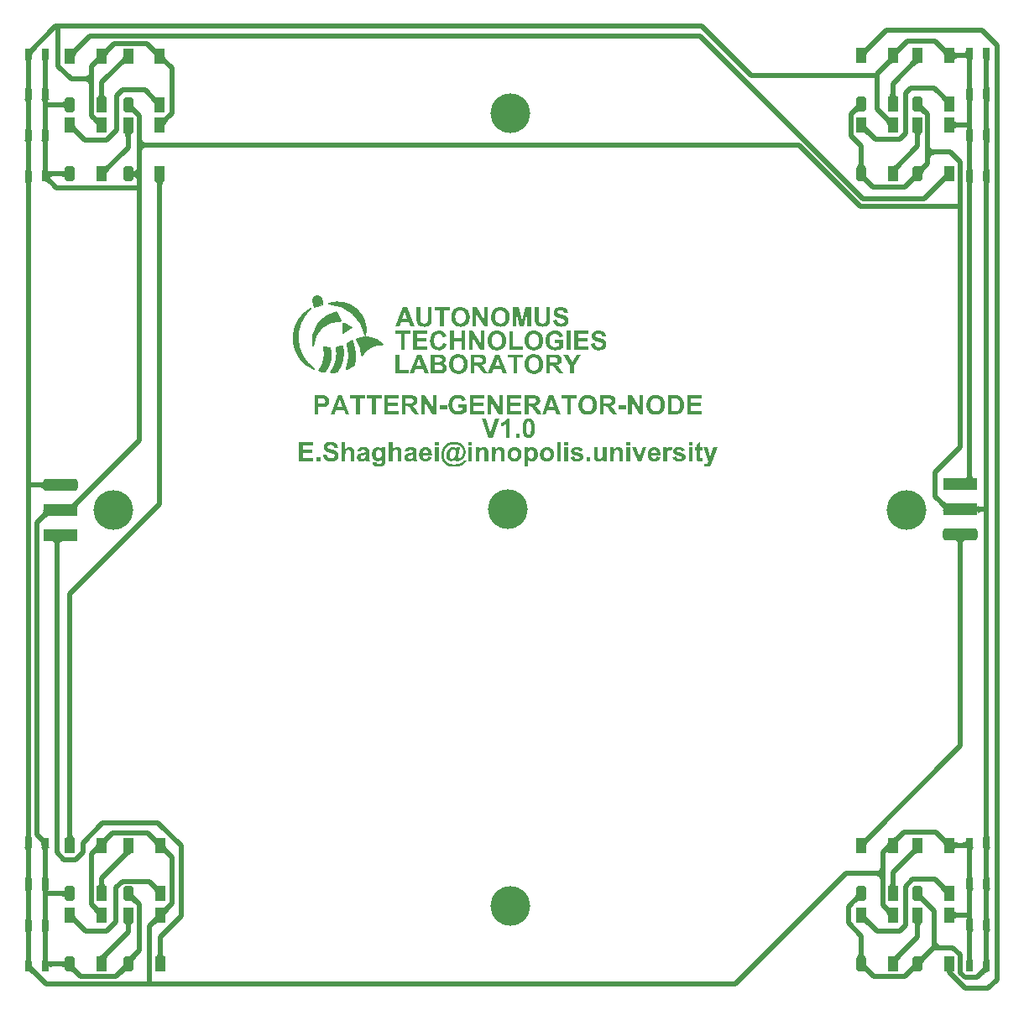
<source format=gtl>
G04*
G04 #@! TF.GenerationSoftware,Altium Limited,Altium Designer,21.0.9 (235)*
G04*
G04 Layer_Physical_Order=1*
G04 Layer_Color=255*
%FSLAX44Y44*%
%MOMM*%
G71*
G04*
G04 #@! TF.SameCoordinates,6A93C8F3-5C18-4511-93CB-E3484D982C44*
G04*
G04*
G04 #@! TF.FilePolarity,Positive*
G04*
G01*
G75*
%ADD11C,0.1270*%
%ADD12C,0.0100*%
%ADD15C,0.5000*%
%ADD16R,3.5000X1.2000*%
G04:AMPARAMS|DCode=17|XSize=1.2mm|YSize=3.5mm|CornerRadius=0.3mm|HoleSize=0mm|Usage=FLASHONLY|Rotation=90.000|XOffset=0mm|YOffset=0mm|HoleType=Round|Shape=RoundedRectangle|*
%AMROUNDEDRECTD17*
21,1,1.2000,2.9000,0,0,90.0*
21,1,0.6000,3.5000,0,0,90.0*
1,1,0.6000,1.4500,0.3000*
1,1,0.6000,1.4500,-0.3000*
1,1,0.6000,-1.4500,-0.3000*
1,1,0.6000,-1.4500,0.3000*
%
%ADD17ROUNDEDRECTD17*%
%ADD18R,0.8000X1.0000*%
%ADD19R,1.0000X1.5000*%
G04:AMPARAMS|DCode=20|XSize=1.5mm|YSize=1mm|CornerRadius=0.25mm|HoleSize=0mm|Usage=FLASHONLY|Rotation=90.000|XOffset=0mm|YOffset=0mm|HoleType=Round|Shape=RoundedRectangle|*
%AMROUNDEDRECTD20*
21,1,1.5000,0.5000,0,0,90.0*
21,1,1.0000,1.0000,0,0,90.0*
1,1,0.5000,0.2500,0.5000*
1,1,0.5000,0.2500,-0.5000*
1,1,0.5000,-0.2500,-0.5000*
1,1,0.5000,-0.2500,0.5000*
%
%ADD20ROUNDEDRECTD20*%
%ADD28C,4.0000*%
%ADD29C,1.2700*%
G36*
X894505Y963469D02*
X893628Y962557D01*
X892222Y960868D01*
X891694Y960092D01*
X891282Y959363D01*
X890987Y958678D01*
X890808Y958040D01*
X890745Y957447D01*
X890799Y956900D01*
X890969Y956398D01*
X886398Y965969D01*
X886675Y965574D01*
X887047Y965345D01*
X887515Y965283D01*
X888078Y965387D01*
X888738Y965657D01*
X889492Y966094D01*
X890343Y966697D01*
X891290Y967467D01*
X893469Y969505D01*
X894505Y963469D01*
D02*
G37*
G36*
X862505D02*
X861628Y962557D01*
X860222Y960868D01*
X859694Y960092D01*
X859282Y959363D01*
X858987Y958678D01*
X858808Y958040D01*
X858745Y957447D01*
X858799Y956900D01*
X858969Y956398D01*
X854398Y965969D01*
X854675Y965574D01*
X855047Y965345D01*
X855515Y965283D01*
X856078Y965387D01*
X856738Y965657D01*
X857493Y966094D01*
X858343Y966697D01*
X859290Y967467D01*
X861469Y969505D01*
X862505Y963469D01*
D02*
G37*
G36*
X21505Y964532D02*
X20557Y963549D01*
X19055Y961767D01*
X18501Y960967D01*
X18079Y960230D01*
X17788Y959553D01*
X17628Y958938D01*
X17601Y958384D01*
X17704Y957892D01*
X17939Y957461D01*
X11898Y965502D01*
X12240Y965177D01*
X12662Y965004D01*
X13166Y964982D01*
X13751Y965112D01*
X14418Y965393D01*
X15166Y965825D01*
X15995Y966408D01*
X16905Y967144D01*
X18970Y969068D01*
X21505Y964532D01*
D02*
G37*
G36*
X96505Y963032D02*
X95628Y962120D01*
X94222Y960431D01*
X93694Y959655D01*
X93282Y958925D01*
X92987Y958241D01*
X92808Y957603D01*
X92745Y957010D01*
X92799Y956463D01*
X92970Y955961D01*
X88398Y965532D01*
X88675Y965137D01*
X89047Y964908D01*
X89515Y964846D01*
X90078Y964949D01*
X90738Y965220D01*
X91493Y965657D01*
X92343Y966260D01*
X93290Y967029D01*
X95470Y969068D01*
X96505Y963032D01*
D02*
G37*
G36*
X64505D02*
X63628Y962120D01*
X62222Y960431D01*
X61694Y959655D01*
X61282Y958925D01*
X60987Y958241D01*
X60808Y957603D01*
X60745Y957010D01*
X60799Y956463D01*
X60970Y955961D01*
X56398Y965532D01*
X56675Y965137D01*
X57047Y964908D01*
X57515Y964846D01*
X58078Y964949D01*
X58738Y965220D01*
X59493Y965657D01*
X60343Y966260D01*
X61290Y967029D01*
X63470Y969068D01*
X64505Y963032D01*
D02*
G37*
G36*
X936671Y968400D02*
X938662Y966689D01*
X939513Y966083D01*
X940269Y965643D01*
X940928Y965370D01*
X941490Y965263D01*
X941957Y965322D01*
X942327Y965547D01*
X942602Y965939D01*
X938061Y956398D01*
X938229Y956897D01*
X938280Y957441D01*
X938215Y958032D01*
X938033Y958670D01*
X937735Y959354D01*
X937320Y960084D01*
X936788Y960861D01*
X936140Y961684D01*
X935376Y962553D01*
X934495Y963469D01*
X935530Y969505D01*
X936671Y968400D01*
D02*
G37*
G36*
X959530Y956030D02*
X959481Y956025D01*
X959331Y956020D01*
X954530Y956000D01*
Y961000D01*
X955484Y961025D01*
X956338Y961100D01*
X957092Y961225D01*
X957745Y961400D01*
X958298Y961625D01*
X958751Y961900D01*
X959104Y962225D01*
X959357Y962600D01*
X959509Y963025D01*
X959561Y963500D01*
X959530Y956030D01*
D02*
G37*
G36*
X140201Y967963D02*
X142192Y966252D01*
X143043Y965646D01*
X143799Y965206D01*
X144458Y964932D01*
X145021Y964825D01*
X145487Y964884D01*
X145857Y965110D01*
X146132Y965502D01*
X141591Y955961D01*
X141759Y956459D01*
X141810Y957004D01*
X141745Y957595D01*
X141563Y958232D01*
X141265Y958916D01*
X140850Y959647D01*
X140318Y960424D01*
X139670Y961247D01*
X138906Y962116D01*
X138025Y963032D01*
X139060Y969068D01*
X140201Y967963D01*
D02*
G37*
G36*
X948019Y963025D02*
X948169Y962600D01*
X948419Y962225D01*
X948770Y961900D01*
X949220Y961625D01*
X949770Y961400D01*
X950419Y961225D01*
X951170Y961100D01*
X952020Y961025D01*
X952970Y961000D01*
Y956000D01*
X952020Y955975D01*
X951170Y955900D01*
X950419Y955775D01*
X949770Y955600D01*
X949220Y955375D01*
X948770Y955100D01*
X948419Y954775D01*
X948169Y954400D01*
X948019Y953975D01*
X947970Y953500D01*
Y963500D01*
X948019Y963025D01*
D02*
G37*
G36*
X914101Y951061D02*
X913671Y951296D01*
X913178Y951400D01*
X912625Y951372D01*
X912010Y951212D01*
X911333Y950921D01*
X910595Y950499D01*
X909796Y949945D01*
X908936Y949260D01*
X908014Y948443D01*
X907030Y947495D01*
X902495Y950031D01*
X903533Y951103D01*
X905154Y953005D01*
X905738Y953834D01*
X906170Y954582D01*
X906451Y955248D01*
X906581Y955834D01*
X906559Y956338D01*
X906386Y956760D01*
X906061Y957102D01*
X914101Y951061D01*
D02*
G37*
G36*
X888102D02*
X887715Y951341D01*
X887258Y951479D01*
X886729Y951476D01*
X886129Y951332D01*
X885458Y951046D01*
X884715Y950618D01*
X883901Y950050D01*
X883015Y949340D01*
X881031Y947495D01*
X877495Y951031D01*
X878488Y952058D01*
X880050Y953901D01*
X880618Y954715D01*
X881046Y955458D01*
X881332Y956129D01*
X881476Y956729D01*
X881479Y957258D01*
X881341Y957715D01*
X881061Y958102D01*
X888102Y951061D01*
D02*
G37*
G36*
X984190Y955980D02*
X983941Y955830D01*
X983720Y955580D01*
X983529Y955230D01*
X983367Y954780D01*
X983235Y954230D01*
X983132Y953580D01*
X983059Y952830D01*
X983000Y951030D01*
X978000D01*
X977985Y951980D01*
X977868Y953580D01*
X977765Y954230D01*
X977633Y954780D01*
X977471Y955230D01*
X977280Y955580D01*
X977059Y955830D01*
X976810Y955980D01*
X976531Y956030D01*
X984470D01*
X984190Y955980D01*
D02*
G37*
G36*
X967190D02*
X966941Y955830D01*
X966720Y955580D01*
X966529Y955230D01*
X966367Y954780D01*
X966235Y954230D01*
X966132Y953580D01*
X966059Y952830D01*
X966000Y951030D01*
X961000D01*
X960985Y951980D01*
X960868Y953580D01*
X960765Y954230D01*
X960633Y954780D01*
X960471Y955230D01*
X960280Y955580D01*
X960060Y955830D01*
X959810Y955980D01*
X959530Y956030D01*
X967469D01*
X967190Y955980D01*
D02*
G37*
G36*
X114132Y950624D02*
X113857Y951015D01*
X113487Y951241D01*
X113020Y951300D01*
X112458Y951193D01*
X111799Y950920D01*
X111044Y950480D01*
X110192Y949874D01*
X109244Y949101D01*
X107060Y947058D01*
X106025Y953093D01*
X106906Y954009D01*
X108318Y955702D01*
X108850Y956479D01*
X109265Y957209D01*
X109563Y957893D01*
X109745Y958531D01*
X109810Y959121D01*
X109759Y959666D01*
X109591Y960164D01*
X114132Y950624D01*
D02*
G37*
G36*
X87601D02*
X87327Y951015D01*
X86957Y951241D01*
X86490Y951300D01*
X85928Y951193D01*
X85269Y950920D01*
X84513Y950480D01*
X83662Y949874D01*
X82714Y949101D01*
X80531Y947058D01*
X79495Y953093D01*
X80376Y954009D01*
X81788Y955702D01*
X82320Y956479D01*
X82735Y957209D01*
X83033Y957893D01*
X83215Y958531D01*
X83280Y959121D01*
X83229Y959666D01*
X83061Y960164D01*
X87601Y950624D01*
D02*
G37*
G36*
X34690Y955543D02*
X34441Y955393D01*
X34220Y955143D01*
X34029Y954793D01*
X33867Y954343D01*
X33735Y953793D01*
X33632Y953143D01*
X33559Y952393D01*
X33500Y950593D01*
X28500D01*
X28485Y951543D01*
X28368Y953143D01*
X28265Y953793D01*
X28133Y954343D01*
X27971Y954793D01*
X27780Y955143D01*
X27559Y955393D01*
X27310Y955543D01*
X27030Y955593D01*
X34969D01*
X34690Y955543D01*
D02*
G37*
G36*
X17690D02*
X17441Y955393D01*
X17220Y955143D01*
X17029Y954793D01*
X16867Y954343D01*
X16735Y953793D01*
X16632Y953143D01*
X16559Y952393D01*
X16500Y950593D01*
X11500D01*
X11485Y951543D01*
X11368Y953143D01*
X11265Y953793D01*
X11133Y954343D01*
X10971Y954793D01*
X10780Y955143D01*
X10560Y955393D01*
X10310Y955543D01*
X10030Y955593D01*
X17969D01*
X17690Y955543D01*
D02*
G37*
G36*
X151329Y959663D02*
X151275Y959116D01*
X151338Y958523D01*
X151517Y957884D01*
X151812Y957200D01*
X152224Y956470D01*
X152752Y955695D01*
X153397Y954873D01*
X154158Y954006D01*
X155035Y953093D01*
X154000Y947058D01*
X152862Y948160D01*
X150873Y949866D01*
X150023Y950469D01*
X149268Y950906D01*
X148608Y951176D01*
X148045Y951280D01*
X147577Y951217D01*
X147205Y950989D01*
X146929Y950593D01*
X151500Y960164D01*
X151329Y959663D01*
D02*
G37*
G36*
X80460Y935000D02*
X75460Y927500D01*
X75410Y928450D01*
X75260Y929300D01*
X75010Y930050D01*
X74660Y930700D01*
X74210Y931250D01*
X73660Y931700D01*
X73010Y932050D01*
X72260Y932300D01*
X71410Y932450D01*
X70460Y932500D01*
Y937500D01*
X71410Y937550D01*
X72260Y937700D01*
X73010Y937950D01*
X73660Y938300D01*
X74210Y938750D01*
X74660Y939300D01*
X75010Y939950D01*
X75260Y940700D01*
X75410Y941550D01*
X75460Y942500D01*
X80460Y935000D01*
D02*
G37*
G36*
X983015Y928686D02*
X983132Y927086D01*
X983235Y926436D01*
X983367Y925886D01*
X983529Y925436D01*
X983720Y925086D01*
X983941Y924836D01*
X984190Y924686D01*
X984470Y924636D01*
X976531D01*
X976810Y924686D01*
X977059Y924836D01*
X977280Y925086D01*
X977471Y925436D01*
X977633Y925886D01*
X977765Y926436D01*
X977868Y927086D01*
X977941Y927836D01*
X978000Y929636D01*
X983000D01*
X983015Y928686D01*
D02*
G37*
G36*
X966015D02*
X966132Y927086D01*
X966235Y926436D01*
X966367Y925886D01*
X966529Y925436D01*
X966720Y925086D01*
X966941Y924836D01*
X967190Y924686D01*
X967469Y924636D01*
X959530D01*
X959810Y924686D01*
X960060Y924836D01*
X960280Y925086D01*
X960471Y925436D01*
X960633Y925886D01*
X960765Y926436D01*
X960868Y927086D01*
X960941Y927836D01*
X961000Y929636D01*
X966000D01*
X966015Y928686D01*
D02*
G37*
G36*
X33515Y928228D02*
X33632Y926628D01*
X33735Y925978D01*
X33867Y925428D01*
X34029Y924978D01*
X34220Y924628D01*
X34441Y924378D01*
X34690Y924228D01*
X34969Y924178D01*
X27030D01*
X27310Y924228D01*
X27559Y924378D01*
X27780Y924628D01*
X27971Y924978D01*
X28133Y925428D01*
X28265Y925978D01*
X28368Y926628D01*
X28441Y927378D01*
X28500Y929178D01*
X33500D01*
X33515Y928228D01*
D02*
G37*
G36*
X16515D02*
X16632Y926628D01*
X16735Y925978D01*
X16867Y925428D01*
X17029Y924978D01*
X17220Y924628D01*
X17441Y924378D01*
X17690Y924228D01*
X17969Y924178D01*
X10030D01*
X10310Y924228D01*
X10560Y924378D01*
X10780Y924628D01*
X10971Y924978D01*
X11133Y925428D01*
X11265Y925978D01*
X11368Y926628D01*
X11441Y927378D01*
X11500Y929178D01*
X16500D01*
X16515Y928228D01*
D02*
G37*
G36*
X888525Y921020D02*
X888599Y920170D01*
X888722Y919419D01*
X888895Y918770D01*
X889117Y918220D01*
X889389Y917769D01*
X889710Y917420D01*
X890080Y917169D01*
X890500Y917020D01*
X890969Y916970D01*
X881031D01*
X881500Y917020D01*
X881919Y917169D01*
X882290Y917420D01*
X882611Y917769D01*
X882883Y918220D01*
X883105Y918770D01*
X883278Y919419D01*
X883401Y920170D01*
X883475Y921020D01*
X883500Y921970D01*
X888500D01*
X888525Y921020D01*
D02*
G37*
G36*
X90525Y920582D02*
X90599Y919732D01*
X90722Y918982D01*
X90895Y918332D01*
X91117Y917782D01*
X91389Y917332D01*
X91710Y916982D01*
X92080Y916732D01*
X92500Y916582D01*
X92970Y916532D01*
X83031D01*
X83500Y916582D01*
X83919Y916732D01*
X84290Y916982D01*
X84611Y917332D01*
X84883Y917782D01*
X85105Y918332D01*
X85278Y918982D01*
X85401Y919732D01*
X85475Y920582D01*
X85500Y921532D01*
X90500D01*
X90525Y920582D01*
D02*
G37*
G36*
X984190Y914647D02*
X983941Y914497D01*
X983720Y914247D01*
X983529Y913897D01*
X983367Y913447D01*
X983235Y912897D01*
X983132Y912247D01*
X983059Y911497D01*
X983000Y909697D01*
X978000D01*
X977985Y910647D01*
X977868Y912247D01*
X977765Y912897D01*
X977633Y913447D01*
X977471Y913897D01*
X977280Y914247D01*
X977059Y914497D01*
X976810Y914647D01*
X976531Y914697D01*
X984470D01*
X984190Y914647D01*
D02*
G37*
G36*
X967190D02*
X966941Y914497D01*
X966720Y914247D01*
X966529Y913897D01*
X966367Y913447D01*
X966235Y912897D01*
X966132Y912247D01*
X966059Y911497D01*
X966000Y909697D01*
X961000D01*
X960985Y910647D01*
X960868Y912247D01*
X960765Y912897D01*
X960633Y913447D01*
X960471Y913897D01*
X960280Y914247D01*
X960060Y914497D01*
X959810Y914647D01*
X959530Y914697D01*
X967469D01*
X967190Y914647D01*
D02*
G37*
G36*
X34690Y914189D02*
X34441Y914039D01*
X34220Y913789D01*
X34029Y913439D01*
X33867Y912989D01*
X33735Y912439D01*
X33632Y911789D01*
X33559Y911039D01*
X33500Y909239D01*
X28500D01*
X28485Y910189D01*
X28368Y911789D01*
X28265Y912439D01*
X28133Y912989D01*
X27971Y913439D01*
X27780Y913789D01*
X27559Y914039D01*
X27310Y914189D01*
X27030Y914239D01*
X34969D01*
X34690Y914189D01*
D02*
G37*
G36*
X17690D02*
X17441Y914039D01*
X17220Y913789D01*
X17029Y913439D01*
X16867Y912989D01*
X16735Y912439D01*
X16632Y911789D01*
X16559Y911039D01*
X16500Y909239D01*
X11500D01*
X11485Y910189D01*
X11368Y911789D01*
X11265Y912439D01*
X11133Y912989D01*
X10971Y913439D01*
X10780Y913789D01*
X10560Y914039D01*
X10310Y914189D01*
X10030Y914239D01*
X17969D01*
X17690Y914189D01*
D02*
G37*
G36*
X938103Y919467D02*
X940005Y917846D01*
X940834Y917262D01*
X941582Y916830D01*
X942249Y916549D01*
X942834Y916419D01*
X943338Y916441D01*
X943760Y916614D01*
X944102Y916939D01*
X938061Y908898D01*
X938296Y909330D01*
X938400Y909822D01*
X938372Y910376D01*
X938212Y910991D01*
X937921Y911667D01*
X937499Y912405D01*
X936945Y913204D01*
X936260Y914064D01*
X935443Y914986D01*
X934495Y915970D01*
X937031Y920505D01*
X938103Y919467D01*
D02*
G37*
G36*
X140201Y918963D02*
X142192Y917252D01*
X143043Y916646D01*
X143799Y916206D01*
X144458Y915932D01*
X145021Y915825D01*
X145487Y915884D01*
X145857Y916110D01*
X146132Y916502D01*
X141591Y906961D01*
X141759Y907459D01*
X141810Y908004D01*
X141745Y908595D01*
X141563Y909232D01*
X141265Y909916D01*
X140850Y910647D01*
X140318Y911423D01*
X139670Y912247D01*
X138906Y913116D01*
X138025Y914032D01*
X139060Y920068D01*
X140201Y918963D01*
D02*
G37*
G36*
X51013Y904063D02*
X50962Y904538D01*
X50811Y904963D01*
X50560Y905338D01*
X50208Y905663D01*
X49755Y905938D01*
X49201Y906163D01*
X48548Y906338D01*
X47793Y906463D01*
X46938Y906538D01*
X45982Y906563D01*
Y911563D01*
X46938Y911588D01*
X47793Y911663D01*
X48547Y911787D01*
X49201Y911962D01*
X49755Y912186D01*
X50207Y912461D01*
X50559Y912785D01*
X50811Y913159D01*
X50962Y913583D01*
X51012Y914057D01*
X51013Y904063D01*
D02*
G37*
G36*
X853553Y902013D02*
X853282Y902408D01*
X852922Y902643D01*
X852471Y902718D01*
X851931Y902634D01*
X851301Y902389D01*
X850581Y901985D01*
X849772Y901421D01*
X848873Y900697D01*
X846805Y898769D01*
X845447Y904482D01*
X846328Y905398D01*
X847740Y907091D01*
X848271Y907868D01*
X848686Y908598D01*
X848985Y909282D01*
X849166Y909919D01*
X849232Y910510D01*
X849180Y911055D01*
X849013Y911553D01*
X853553Y902013D01*
D02*
G37*
G36*
X915820Y911055D02*
X915768Y910510D01*
X915834Y909919D01*
X916015Y909282D01*
X916314Y908598D01*
X916729Y907868D01*
X917260Y907091D01*
X917908Y906268D01*
X918672Y905398D01*
X919554Y904482D01*
X918195Y898769D01*
X917116Y899813D01*
X915228Y901421D01*
X914419Y901985D01*
X913699Y902389D01*
X913069Y902634D01*
X912529Y902718D01*
X912078Y902643D01*
X911718Y902408D01*
X911447Y902013D01*
X915987Y911553D01*
X915820Y911055D01*
D02*
G37*
G36*
X119350Y910618D02*
X119298Y910073D01*
X119364Y909482D01*
X119545Y908845D01*
X119844Y908161D01*
X120259Y907430D01*
X120790Y906654D01*
X121438Y905831D01*
X122203Y904961D01*
X123083Y904045D01*
X121725Y898332D01*
X120646Y899376D01*
X118758Y900984D01*
X117949Y901548D01*
X117229Y901952D01*
X116599Y902196D01*
X116059Y902281D01*
X115609Y902206D01*
X115248Y901970D01*
X114977Y901575D01*
X119517Y911116D01*
X119350Y910618D01*
D02*
G37*
G36*
X155035Y892970D02*
X154158Y892057D01*
X152752Y890368D01*
X152224Y889593D01*
X151812Y888863D01*
X151517Y888178D01*
X151338Y887540D01*
X151275Y886947D01*
X151329Y886400D01*
X151500Y885899D01*
X146929Y895470D01*
X147205Y895074D01*
X147577Y894845D01*
X148045Y894783D01*
X148608Y894887D01*
X149268Y895157D01*
X150023Y895594D01*
X150873Y896197D01*
X151820Y896967D01*
X154000Y899005D01*
X155035Y892970D01*
D02*
G37*
G36*
X879670Y898400D02*
X881662Y896689D01*
X882513Y896083D01*
X883269Y895643D01*
X883928Y895370D01*
X884490Y895263D01*
X884957Y895322D01*
X885327Y895547D01*
X885602Y895939D01*
X881061Y886398D01*
X881229Y886897D01*
X881280Y887441D01*
X881215Y888032D01*
X881033Y888670D01*
X880735Y889354D01*
X880320Y890084D01*
X879788Y890861D01*
X879140Y891684D01*
X878376Y892553D01*
X877495Y893469D01*
X878531Y899505D01*
X879670Y898400D01*
D02*
G37*
G36*
X81671Y897900D02*
X83662Y896189D01*
X84513Y895583D01*
X85269Y895143D01*
X85928Y894870D01*
X86490Y894762D01*
X86957Y894822D01*
X87327Y895047D01*
X87601Y895439D01*
X83061Y885899D01*
X83229Y886397D01*
X83280Y886941D01*
X83215Y887532D01*
X83033Y888170D01*
X82735Y888854D01*
X82320Y889584D01*
X81788Y890361D01*
X81140Y891184D01*
X80376Y892054D01*
X79495Y892970D01*
X80531Y899005D01*
X81671Y897900D01*
D02*
G37*
G36*
X948019Y893025D02*
X948169Y892600D01*
X948419Y892225D01*
X948770Y891900D01*
X949220Y891625D01*
X949770Y891400D01*
X950419Y891225D01*
X951170Y891100D01*
X952020Y891025D01*
X952970Y891000D01*
Y886000D01*
X952020Y885975D01*
X951170Y885900D01*
X950419Y885775D01*
X949770Y885600D01*
X949220Y885375D01*
X948770Y885100D01*
X948419Y884775D01*
X948169Y884400D01*
X948019Y883975D01*
X947970Y883500D01*
Y893500D01*
X948019Y893025D01*
D02*
G37*
G36*
X983015Y887353D02*
X983132Y885753D01*
X983235Y885103D01*
X983367Y884553D01*
X983529Y884103D01*
X983720Y883753D01*
X983941Y883503D01*
X984190Y883353D01*
X984470Y883303D01*
X976531D01*
X976810Y883353D01*
X977059Y883503D01*
X977280Y883753D01*
X977471Y884103D01*
X977633Y884553D01*
X977765Y885103D01*
X977868Y885753D01*
X977941Y886503D01*
X978000Y888303D01*
X983000D01*
X983015Y887353D01*
D02*
G37*
G36*
X966015Y887107D02*
X966132Y885604D01*
X966235Y884994D01*
X966367Y884477D01*
X966529Y884054D01*
X966720Y883726D01*
X966941Y883491D01*
X967190Y883350D01*
X967469Y883303D01*
X959530D01*
X959810Y883350D01*
X960060Y883491D01*
X960280Y883726D01*
X960471Y884054D01*
X960633Y884477D01*
X960765Y884994D01*
X960868Y885604D01*
X960941Y886309D01*
X961000Y888000D01*
X966000D01*
X966015Y887107D01*
D02*
G37*
G36*
X33515Y886874D02*
X33632Y885274D01*
X33735Y884624D01*
X33867Y884074D01*
X34029Y883624D01*
X34220Y883274D01*
X34441Y883024D01*
X34690Y882874D01*
X34969Y882824D01*
X27030D01*
X27310Y882874D01*
X27559Y883024D01*
X27780Y883274D01*
X27971Y883624D01*
X28133Y884074D01*
X28265Y884624D01*
X28368Y885274D01*
X28441Y886024D01*
X28500Y887824D01*
X33500D01*
X33515Y886874D01*
D02*
G37*
G36*
X16515D02*
X16632Y885274D01*
X16735Y884624D01*
X16867Y884074D01*
X17029Y883624D01*
X17220Y883274D01*
X17441Y883024D01*
X17690Y882874D01*
X17969Y882824D01*
X10030D01*
X10310Y882874D01*
X10560Y883024D01*
X10780Y883274D01*
X10971Y883624D01*
X11133Y884074D01*
X11265Y884624D01*
X11368Y885274D01*
X11441Y886024D01*
X11500Y887824D01*
X16500D01*
X16515Y886874D01*
D02*
G37*
G36*
X858799Y890100D02*
X858745Y889553D01*
X858808Y888960D01*
X858987Y888322D01*
X859282Y887637D01*
X859694Y886907D01*
X860222Y886132D01*
X860867Y885310D01*
X861628Y884443D01*
X862505Y883531D01*
X861469Y877495D01*
X860332Y878597D01*
X858343Y880303D01*
X857493Y880906D01*
X856738Y881343D01*
X856078Y881613D01*
X855515Y881717D01*
X855047Y881655D01*
X854675Y881426D01*
X854398Y881031D01*
X858969Y890602D01*
X858799Y890100D01*
D02*
G37*
G36*
X60799Y889600D02*
X60745Y889053D01*
X60808Y888460D01*
X60987Y887822D01*
X61282Y887137D01*
X61694Y886407D01*
X62222Y885632D01*
X62867Y884810D01*
X63628Y883943D01*
X64505Y883030D01*
X63470Y876995D01*
X62332Y878097D01*
X60343Y879803D01*
X59493Y880406D01*
X58738Y880843D01*
X58078Y881113D01*
X57515Y881217D01*
X57047Y881155D01*
X56675Y880926D01*
X56399Y880530D01*
X60970Y890102D01*
X60799Y889600D01*
D02*
G37*
G36*
X915500Y880981D02*
X915080Y880831D01*
X914710Y880581D01*
X914389Y880230D01*
X914117Y879781D01*
X913895Y879230D01*
X913722Y878580D01*
X913599Y877831D01*
X913525Y876981D01*
X913500Y876031D01*
X908500D01*
X908475Y876981D01*
X908401Y877831D01*
X908278Y878580D01*
X908105Y879230D01*
X907883Y879781D01*
X907611Y880230D01*
X907290Y880581D01*
X906919Y880831D01*
X906500Y880981D01*
X906031Y881031D01*
X915969D01*
X915500Y880981D01*
D02*
G37*
G36*
X119030Y880480D02*
X118610Y880331D01*
X118240Y880080D01*
X117919Y879731D01*
X117647Y879280D01*
X117425Y878730D01*
X117252Y878081D01*
X117129Y877330D01*
X117055Y876480D01*
X117030Y875530D01*
X112030D01*
X112005Y876480D01*
X111931Y877330D01*
X111808Y878081D01*
X111635Y878730D01*
X111413Y879280D01*
X111141Y879731D01*
X110820Y880080D01*
X110449Y880331D01*
X110030Y880480D01*
X109560Y880530D01*
X119500D01*
X119030Y880480D01*
D02*
G37*
G36*
X984190Y873314D02*
X983941Y873164D01*
X983720Y872914D01*
X983529Y872564D01*
X983367Y872114D01*
X983235Y871564D01*
X983132Y870914D01*
X983059Y870164D01*
X983000Y868364D01*
X978000D01*
X977985Y869314D01*
X977868Y870914D01*
X977765Y871564D01*
X977633Y872114D01*
X977471Y872564D01*
X977280Y872914D01*
X977059Y873164D01*
X976810Y873314D01*
X976531Y873364D01*
X984470D01*
X984190Y873314D01*
D02*
G37*
G36*
X967190D02*
X966941Y873164D01*
X966720Y872914D01*
X966529Y872564D01*
X966367Y872114D01*
X966235Y871564D01*
X966132Y870914D01*
X966059Y870164D01*
X966000Y868364D01*
X961000D01*
X960985Y869314D01*
X960868Y870914D01*
X960765Y871564D01*
X960633Y872114D01*
X960471Y872564D01*
X960280Y872914D01*
X960060Y873164D01*
X959810Y873314D01*
X959530Y873364D01*
X967469D01*
X967190Y873314D01*
D02*
G37*
G36*
X34690Y872835D02*
X34441Y872685D01*
X34220Y872435D01*
X34029Y872085D01*
X33867Y871635D01*
X33735Y871085D01*
X33632Y870435D01*
X33559Y869685D01*
X33500Y867885D01*
X28500D01*
X28485Y868835D01*
X28368Y870435D01*
X28265Y871085D01*
X28133Y871635D01*
X27971Y872085D01*
X27780Y872435D01*
X27559Y872685D01*
X27310Y872835D01*
X27030Y872885D01*
X34969D01*
X34690Y872835D01*
D02*
G37*
G36*
X17690D02*
X17441Y872685D01*
X17220Y872435D01*
X17029Y872085D01*
X16867Y871635D01*
X16735Y871085D01*
X16632Y870435D01*
X16559Y869685D01*
X16500Y867885D01*
X11500D01*
X11485Y868835D01*
X11368Y870435D01*
X11265Y871085D01*
X11133Y871635D01*
X10971Y872085D01*
X10780Y872435D01*
X10560Y872685D01*
X10310Y872835D01*
X10030Y872885D01*
X17969D01*
X17690Y872835D01*
D02*
G37*
G36*
X128550Y874846D02*
X128700Y873996D01*
X128950Y873246D01*
X129300Y872596D01*
X129750Y872046D01*
X130300Y871596D01*
X130950Y871246D01*
X131700Y870996D01*
X132550Y870846D01*
X133500Y870796D01*
Y865796D01*
X132550Y865746D01*
X131700Y865596D01*
X130950Y865346D01*
X130300Y864996D01*
X129750Y864546D01*
X129300Y863996D01*
X128950Y863346D01*
X128700Y862596D01*
X128550Y861746D01*
X128500Y860796D01*
X123500Y868296D01*
X128500Y875796D01*
X128550Y874846D01*
D02*
G37*
G36*
X923590Y867550D02*
X923740Y866700D01*
X923990Y865950D01*
X924340Y865300D01*
X924790Y864750D01*
X925340Y864300D01*
X925990Y863950D01*
X926740Y863700D01*
X927590Y863550D01*
X928540Y863500D01*
Y858500D01*
X927590Y858450D01*
X926740Y858300D01*
X925990Y858050D01*
X925340Y857700D01*
X924790Y857250D01*
X924340Y856700D01*
X923990Y856050D01*
X923740Y855300D01*
X923590Y854450D01*
X923540Y853500D01*
X918540Y861000D01*
X923540Y868500D01*
X923590Y867550D01*
D02*
G37*
G36*
X894505Y846970D02*
X893515Y845944D01*
X891959Y844106D01*
X891394Y843292D01*
X890969Y842550D01*
X890687Y841878D01*
X890545Y841277D01*
Y840747D01*
X890687Y840287D01*
X890969Y839898D01*
X883898Y846970D01*
X884287Y846687D01*
X884747Y846545D01*
X885277D01*
X885878Y846687D01*
X886550Y846970D01*
X887292Y847394D01*
X888106Y847959D01*
X888990Y848667D01*
X890969Y850505D01*
X894505Y846970D01*
D02*
G37*
G36*
X856518Y851142D02*
X856660Y849591D01*
X856785Y848917D01*
X856945Y848310D01*
X857141Y847769D01*
X857372Y847296D01*
X857639Y846891D01*
X857942Y846552D01*
X858280Y846280D01*
X849720D01*
X850058Y846552D01*
X850360Y846891D01*
X850628Y847296D01*
X850859Y847769D01*
X851055Y848310D01*
X851215Y848917D01*
X851340Y849591D01*
X851429Y850333D01*
X851482Y851142D01*
X851500Y852018D01*
X856500D01*
X856518Y851142D01*
D02*
G37*
G36*
X919554Y844018D02*
X918695Y843124D01*
X917312Y841461D01*
X916788Y840692D01*
X916376Y839964D01*
X916075Y839278D01*
X915886Y838633D01*
X915808Y838029D01*
X915842Y837467D01*
X915987Y836947D01*
X911947Y846987D01*
X912193Y846568D01*
X912531Y846309D01*
X912959Y846212D01*
X913477Y846275D01*
X914087Y846498D01*
X914787Y846883D01*
X915578Y847429D01*
X916460Y848135D01*
X917432Y849002D01*
X918495Y850030D01*
X919554Y844018D01*
D02*
G37*
G36*
X96505Y843969D02*
X95628Y843057D01*
X94222Y841368D01*
X93694Y840593D01*
X93282Y839863D01*
X92987Y839178D01*
X92808Y838540D01*
X92745Y837947D01*
X92799Y837400D01*
X92970Y836898D01*
X88398Y846469D01*
X88675Y846074D01*
X89047Y845845D01*
X89515Y845783D01*
X90078Y845887D01*
X90738Y846157D01*
X91493Y846594D01*
X92343Y847197D01*
X93290Y847967D01*
X95470Y850005D01*
X96505Y843969D01*
D02*
G37*
G36*
X128500Y839000D02*
X123500Y831500D01*
X123450Y832450D01*
X123300Y833300D01*
X123050Y834050D01*
X122700Y834700D01*
X122250Y835250D01*
X121700Y835700D01*
X121116Y836015D01*
X120775Y835876D01*
X120323Y835602D01*
X119971Y835278D01*
X119719Y834904D01*
X119568Y834480D01*
X119518Y834006D01*
X119518Y836438D01*
X119450Y836450D01*
X118500Y836500D01*
Y841500D01*
X119450Y841550D01*
X119518Y841562D01*
X119517Y844000D01*
X119568Y843525D01*
X119719Y843100D01*
X119970Y842725D01*
X120322Y842400D01*
X120775Y842125D01*
X121117Y841986D01*
X121700Y842300D01*
X122250Y842750D01*
X122700Y843300D01*
X123050Y843950D01*
X123300Y844700D01*
X123450Y845550D01*
X123500Y846500D01*
X128500Y839000D01*
D02*
G37*
G36*
X983015Y846020D02*
X983132Y844419D01*
X983235Y843770D01*
X983367Y843220D01*
X983529Y842769D01*
X983720Y842420D01*
X983941Y842169D01*
X984190Y842020D01*
X984470Y841970D01*
X976531D01*
X976810Y842020D01*
X977059Y842169D01*
X977280Y842420D01*
X977471Y842769D01*
X977633Y843220D01*
X977765Y843770D01*
X977868Y844419D01*
X977941Y845170D01*
X978000Y846970D01*
X983000D01*
X983015Y846020D01*
D02*
G37*
G36*
X966015D02*
X966132Y844419D01*
X966235Y843770D01*
X966367Y843220D01*
X966529Y842769D01*
X966720Y842420D01*
X966941Y842169D01*
X967190Y842020D01*
X967469Y841970D01*
X959530D01*
X959810Y842020D01*
X960060Y842169D01*
X960280Y842420D01*
X960471Y842769D01*
X960633Y843220D01*
X960765Y843770D01*
X960868Y844419D01*
X960941Y845170D01*
X961000Y846970D01*
X966000D01*
X966015Y846020D01*
D02*
G37*
G36*
X33515Y845519D02*
X33632Y843920D01*
X33735Y843270D01*
X33867Y842719D01*
X34029Y842270D01*
X34220Y841919D01*
X34441Y841669D01*
X34690Y841519D01*
X34969Y841469D01*
X27030D01*
X27310Y841519D01*
X27559Y841669D01*
X27780Y841919D01*
X27971Y842270D01*
X28133Y842719D01*
X28265Y843270D01*
X28368Y843920D01*
X28441Y844669D01*
X28500Y846469D01*
X33500D01*
X33515Y845519D01*
D02*
G37*
G36*
X16515D02*
X16632Y843920D01*
X16735Y843270D01*
X16867Y842719D01*
X17029Y842270D01*
X17220Y841919D01*
X17441Y841669D01*
X17690Y841519D01*
X17969Y841469D01*
X10030D01*
X10310Y841519D01*
X10560Y841669D01*
X10780Y841919D01*
X10971Y842270D01*
X11133Y842719D01*
X11265Y843270D01*
X11368Y843920D01*
X11441Y844669D01*
X11500Y846469D01*
X16500D01*
X16515Y845519D01*
D02*
G37*
G36*
X39969Y836500D02*
X39016Y836475D01*
X38162Y836400D01*
X37408Y836275D01*
X36755Y836100D01*
X36202Y835875D01*
X35816Y835641D01*
X36055Y835296D01*
X36740Y834436D01*
X37557Y833514D01*
X38505Y832531D01*
X35970Y827995D01*
X34897Y829033D01*
X32995Y830654D01*
X32166Y831238D01*
X31418Y831670D01*
X30752Y831951D01*
X30166Y832081D01*
X29662Y832059D01*
X29240Y831886D01*
X28898Y831561D01*
X34939Y839602D01*
X34704Y839171D01*
X34601Y838678D01*
X34629Y838124D01*
X34788Y837510D01*
X34952Y837128D01*
X34969Y841469D01*
X39969Y841500D01*
Y836500D01*
D02*
G37*
G36*
X51013Y834000D02*
X50962Y834475D01*
X50811Y834900D01*
X50560Y835275D01*
X50208Y835600D01*
X49755Y835875D01*
X49201Y836100D01*
X48548Y836275D01*
X47793Y836400D01*
X46938Y836475D01*
X45982Y836500D01*
Y841500D01*
X46938Y841525D01*
X47793Y841600D01*
X48547Y841724D01*
X49201Y841899D01*
X49755Y842123D01*
X50207Y842398D01*
X50559Y842722D01*
X50811Y843096D01*
X50962Y843520D01*
X51012Y843994D01*
X51013Y834000D01*
D02*
G37*
G36*
X942602Y832061D02*
X942327Y832453D01*
X941957Y832678D01*
X941490Y832737D01*
X940928Y832630D01*
X940269Y832357D01*
X939513Y831917D01*
X938662Y831311D01*
X937714Y830539D01*
X935530Y828495D01*
X934495Y834530D01*
X935376Y835446D01*
X936788Y837139D01*
X937320Y837916D01*
X937735Y838646D01*
X938033Y839330D01*
X938215Y839968D01*
X938280Y840559D01*
X938229Y841103D01*
X938061Y841601D01*
X942602Y832061D01*
D02*
G37*
G36*
X911053Y832013D02*
X910758Y832384D01*
X910375Y832597D01*
X909904Y832651D01*
X909346Y832548D01*
X908699Y832287D01*
X907964Y831868D01*
X907141Y831290D01*
X906230Y830555D01*
X904145Y828609D01*
X902447Y833982D01*
X903350Y834921D01*
X904792Y836643D01*
X905331Y837427D01*
X905749Y838160D01*
X906044Y838842D01*
X906219Y839472D01*
X906272Y840050D01*
X906203Y840577D01*
X906013Y841053D01*
X911053Y832013D01*
D02*
G37*
G36*
X858752Y839622D02*
X858649Y839130D01*
X858677Y838576D01*
X858836Y837961D01*
X859127Y837285D01*
X859549Y836547D01*
X860103Y835748D01*
X860788Y834887D01*
X861605Y833965D01*
X862553Y832982D01*
X860018Y828447D01*
X858945Y829484D01*
X857043Y831106D01*
X856214Y831690D01*
X855466Y832122D01*
X854800Y832403D01*
X854215Y832532D01*
X853711Y832510D01*
X853288Y832337D01*
X852947Y832013D01*
X858987Y840053D01*
X858752Y839622D01*
D02*
G37*
G36*
X984190Y831981D02*
X983941Y831831D01*
X983720Y831581D01*
X983529Y831230D01*
X983367Y830780D01*
X983235Y830230D01*
X983132Y829581D01*
X983059Y828830D01*
X983000Y827030D01*
X978000D01*
X977985Y827980D01*
X977868Y829581D01*
X977765Y830230D01*
X977633Y830780D01*
X977471Y831230D01*
X977280Y831581D01*
X977059Y831831D01*
X976810Y831981D01*
X976531Y832030D01*
X984470D01*
X984190Y831981D01*
D02*
G37*
G36*
X967190D02*
X966941Y831831D01*
X966720Y831581D01*
X966529Y831230D01*
X966367Y830780D01*
X966235Y830230D01*
X966132Y829581D01*
X966059Y828830D01*
X966000Y827030D01*
X961000D01*
X960985Y827980D01*
X960868Y829581D01*
X960765Y830230D01*
X960633Y830780D01*
X960471Y831230D01*
X960280Y831581D01*
X960060Y831831D01*
X959810Y831981D01*
X959530Y832030D01*
X967469D01*
X967190Y831981D01*
D02*
G37*
G36*
X151030Y831480D02*
X150611Y831330D01*
X150240Y831080D01*
X149919Y830731D01*
X149647Y830281D01*
X149425Y829731D01*
X149252Y829081D01*
X149129Y828331D01*
X149055Y827480D01*
X149030Y826531D01*
X144030D01*
X144005Y827480D01*
X143931Y828331D01*
X143808Y829081D01*
X143635Y829731D01*
X143413Y830281D01*
X143141Y830731D01*
X142820Y831080D01*
X142450Y831330D01*
X142030Y831480D01*
X141560Y831531D01*
X151500D01*
X151030Y831480D01*
D02*
G37*
G36*
X17690D02*
X17441Y831330D01*
X17220Y831080D01*
X17029Y830731D01*
X16867Y830281D01*
X16735Y829731D01*
X16632Y829081D01*
X16559Y828331D01*
X16500Y826531D01*
X11500D01*
X11485Y827480D01*
X11368Y829081D01*
X11265Y829731D01*
X11133Y830281D01*
X10971Y830731D01*
X10780Y831080D01*
X10560Y831330D01*
X10310Y831480D01*
X10030Y831531D01*
X17969D01*
X17690Y831480D01*
D02*
G37*
G36*
X308548Y715734D02*
X310060Y714283D01*
X310881Y712355D01*
Y711308D01*
Y711308D01*
X310881Y711308D01*
Y711308D01*
Y711307D01*
Y711307D01*
X310881Y711308D01*
Y711308D01*
Y711308D01*
Y711308D01*
D01*
X310881Y711305D01*
Y711307D01*
X310880Y711205D01*
X310842Y707374D01*
X310842Y707365D01*
X310836Y707349D01*
X310826Y707336D01*
X310813Y707326D01*
X310805Y707323D01*
X310805D01*
X301972Y704360D01*
X301961Y704356D01*
X301938Y704359D01*
X301918Y704370D01*
X301905Y704390D01*
X301902Y704401D01*
X300709Y710839D01*
X300697Y710836D01*
X300673Y710840D01*
X300653Y710853D01*
X300641Y710874D01*
X300640Y710886D01*
X300554Y711931D01*
X301215Y713919D01*
X302602Y715489D01*
X304494Y716390D01*
X306588Y716476D01*
X308548Y715734D01*
D02*
G37*
G36*
X310881Y711294D02*
X310881Y711269D01*
X310881Y711243D01*
X310881Y711218D01*
X310880Y711205D01*
Y711205D01*
X310881Y711305D01*
Y711294D01*
D02*
G37*
G36*
X329274Y709454D02*
X334100Y708494D01*
X338688Y706716D01*
X342901Y704174D01*
X346613Y700944D01*
X349712Y697123D01*
X352107Y692824D01*
X353724Y688177D01*
X354517Y683321D01*
X354460Y678400D01*
X354008Y675982D01*
X353528Y678120D01*
X352219Y682302D01*
X350457Y686313D01*
X348265Y690107D01*
X345669Y693637D01*
X342700Y696859D01*
X339395Y699735D01*
X335794Y702230D01*
X331939Y704314D01*
X327879Y705961D01*
X323663Y707152D01*
X319341Y707871D01*
X317157Y708051D01*
X317156Y708051D01*
X317157Y708051D01*
X317157D01*
X319489Y708832D01*
X324355Y709568D01*
X329274Y709454D01*
D02*
G37*
G36*
X325141Y698335D02*
X326041Y695991D01*
X327210Y693769D01*
X328630Y691699D01*
X329428Y690729D01*
X329428D01*
X329428D01*
D01*
X327663Y690772D01*
X324142Y690508D01*
X320688Y689781D01*
X317360Y688603D01*
X314216Y686995D01*
X311313Y684987D01*
X308701Y682612D01*
X306426Y679912D01*
X304527Y676936D01*
X303039Y673734D01*
X301987Y670364D01*
X301390Y666885D01*
X301265Y665123D01*
X301265Y665123D01*
X301265D01*
Y665123D01*
X300924Y667021D01*
X300736Y670873D01*
X301049Y674717D01*
X301855Y678488D01*
X303143Y682123D01*
X304889Y685562D01*
X307066Y688746D01*
X309635Y691621D01*
X312555Y694141D01*
X315777Y696261D01*
X319245Y697948D01*
X322902Y699172D01*
X324795Y699542D01*
X324795Y699542D01*
X325141Y698335D01*
D02*
G37*
G36*
X332076Y688178D02*
X332937Y687516D01*
X334754Y686327D01*
X336681Y685328D01*
X338700Y684528D01*
X339737Y684206D01*
X332076Y678618D01*
Y688178D01*
X332076Y688178D01*
X332076D01*
Y688178D01*
D02*
G37*
G36*
X340809Y670782D02*
X341962Y667836D01*
X343401Y661674D01*
X343945Y655369D01*
X343582Y649052D01*
X342950Y645951D01*
X342004Y645317D01*
X340045Y644149D01*
X338027Y643087D01*
X335956Y642133D01*
X334897Y641712D01*
X335519Y643248D01*
X336548Y646397D01*
X337282Y649629D01*
X337713Y652914D01*
X337840Y656225D01*
X337659Y659533D01*
X337174Y662811D01*
X336388Y666029D01*
X335884Y667608D01*
X335884Y667608D01*
X335884Y667608D01*
D01*
X336527Y667961D01*
X337791Y668704D01*
X339023Y669499D01*
X340223Y670342D01*
X340809Y670782D01*
Y670782D01*
D02*
G37*
G36*
X312096Y663960D02*
D01*
Y663960D01*
Y663960D01*
D02*
G37*
G36*
X357344Y674100D02*
X360864Y673414D01*
X364236Y672195D01*
X367381Y670472D01*
X370223Y668285D01*
X371459Y666986D01*
X369902Y666985D01*
X366807Y666677D01*
X363778Y665966D01*
X360869Y664865D01*
X358129Y663392D01*
X355606Y661573D01*
X353343Y659439D01*
X351378Y657027D01*
X350519Y655730D01*
X350519D01*
X350391Y657914D01*
X349651Y662226D01*
X348280Y666380D01*
X346309Y670285D01*
X345111Y672117D01*
Y672117D01*
X346744Y672857D01*
X350199Y673818D01*
X353760Y674235D01*
X357344Y674100D01*
D02*
G37*
G36*
X296830Y701220D02*
X293063Y696715D01*
X290014Y691697D01*
X287751Y686279D01*
X286327Y680582D01*
X285772Y674736D01*
X286100Y668873D01*
X287304Y663126D01*
X289355Y657624D01*
X292208Y652491D01*
X295798Y647844D01*
X300045Y643789D01*
X302385Y642011D01*
X301241Y642491D01*
X299013Y643580D01*
X296852Y644795D01*
X294764Y646133D01*
X293760Y646861D01*
X291630Y648642D01*
X287996Y652842D01*
X285082Y657570D01*
X282964Y662704D01*
X281697Y668111D01*
X281313Y673652D01*
X281822Y679182D01*
X283212Y684559D01*
X285447Y689644D01*
X288467Y694305D01*
X292196Y698420D01*
X296537Y701885D01*
X298957Y703247D01*
X298957D01*
X296830Y701220D01*
D02*
G37*
G36*
X312861Y663824D02*
X314401Y663601D01*
X315948Y663444D01*
X317500Y663353D01*
X318278Y663333D01*
X318717Y661779D01*
X319212Y658587D01*
X319316Y655358D01*
X319028Y652141D01*
X318352Y648982D01*
X317297Y645929D01*
X315881Y643026D01*
X314122Y640316D01*
X313085Y639078D01*
Y639078D01*
X312338Y639182D01*
X310853Y639442D01*
X309377Y639754D01*
X307913Y640117D01*
X307188Y640325D01*
Y640325D01*
X308101Y641590D01*
X309707Y644264D01*
X311004Y647101D01*
X311975Y650065D01*
X312610Y653119D01*
X312898Y656225D01*
X312838Y659344D01*
X312429Y662436D01*
X312096Y663960D01*
X312861Y663824D01*
D02*
G37*
G36*
X330909Y665409D02*
X330909D01*
X331275Y663720D01*
X331650Y660284D01*
X331663Y656827D01*
X331314Y653388D01*
X330607Y650004D01*
X329550Y646713D01*
X328154Y643550D01*
X326435Y640551D01*
X325424Y639150D01*
X324645Y639032D01*
X323080Y638855D01*
X321509Y638734D01*
X319935Y638671D01*
X319148Y638669D01*
X320111Y640023D01*
X321818Y642873D01*
X323215Y645887D01*
X324286Y649031D01*
X325022Y652271D01*
X325411Y655570D01*
X325452Y658892D01*
X325142Y662199D01*
X324857Y663836D01*
X325628Y663975D01*
X327158Y664303D01*
X328672Y664697D01*
X330169Y665155D01*
X330909Y665409D01*
X330909Y665409D01*
D02*
G37*
G36*
X966025Y535816D02*
X966100Y534961D01*
X966225Y534206D01*
X966400Y533552D01*
X966625Y532999D01*
X966900Y532546D01*
X967225Y532194D01*
X967600Y531943D01*
X968025Y531792D01*
X968500Y531741D01*
X958500D01*
X958975Y531792D01*
X959400Y531943D01*
X959775Y532194D01*
X960100Y532546D01*
X960375Y532999D01*
X960600Y533552D01*
X960775Y534206D01*
X960900Y534961D01*
X960975Y535816D01*
X961000Y536772D01*
X966000D01*
X966025Y535816D01*
D02*
G37*
G36*
X959346Y529269D02*
X959596Y529066D01*
X959899Y528887D01*
X960255Y528732D01*
X960664Y528601D01*
X961125Y528493D01*
X961640Y528410D01*
X962207Y528350D01*
X963500Y528302D01*
Y523302D01*
X962827Y523290D01*
X961640Y523195D01*
X961125Y523111D01*
X960664Y523004D01*
X960255Y522873D01*
X959899Y522718D01*
X959596Y522538D01*
X959346Y522336D01*
X959149Y522109D01*
Y529496D01*
X959346Y529269D01*
D02*
G37*
G36*
X41481Y520553D02*
X41087Y520922D01*
X40667Y521253D01*
X40220Y521544D01*
X39748Y521797D01*
X39250Y522011D01*
X38726Y522186D01*
X38175Y522323D01*
X37599Y522420D01*
X36997Y522478D01*
X36369Y522498D01*
Y527497D01*
X36997Y527517D01*
X37599Y527575D01*
X38175Y527673D01*
X38726Y527809D01*
X39250Y527984D01*
X39748Y528198D01*
X40220Y528451D01*
X40667Y528742D01*
X41087Y529073D01*
X41481Y529443D01*
Y520553D01*
D02*
G37*
G36*
X29332Y520016D02*
X29274Y520488D01*
X29099Y520909D01*
X28809Y521282D01*
X28402Y521604D01*
X27879Y521877D01*
X27240Y522100D01*
X26484Y522274D01*
X25613Y522398D01*
X24625Y522473D01*
X23521Y522498D01*
Y527497D01*
X24625Y527522D01*
X25613Y527597D01*
X26484Y527721D01*
X27240Y527895D01*
X27879Y528118D01*
X28402Y528391D01*
X28809Y528713D01*
X29099Y529086D01*
X29274Y529507D01*
X29332Y529979D01*
Y520016D01*
D02*
G37*
G36*
X67021Y507486D02*
X65942Y506371D01*
X64266Y504415D01*
X63668Y503572D01*
X63232Y502820D01*
X62955Y502158D01*
X62839Y501586D01*
X62884Y501105D01*
X63089Y500715D01*
X63455Y500414D01*
X54496Y505537D01*
X54968Y505343D01*
X55493Y505271D01*
X56069Y505322D01*
X56698Y505495D01*
X57379Y505791D01*
X58112Y506208D01*
X58898Y506748D01*
X59735Y507411D01*
X60625Y508196D01*
X61567Y509103D01*
X67021Y507486D01*
D02*
G37*
G36*
X937316Y508904D02*
X939173Y507328D01*
X939990Y506756D01*
X940734Y506327D01*
X941404Y506043D01*
X942001Y505902D01*
X942524Y505904D01*
X942973Y506051D01*
X943349Y506342D01*
X936545Y499064D01*
X936814Y499461D01*
X936944Y499926D01*
X936935Y500461D01*
X936787Y501065D01*
X936500Y501738D01*
X936074Y502479D01*
X935509Y503290D01*
X934805Y504169D01*
X932979Y506135D01*
X936278Y509907D01*
X937316Y508904D01*
D02*
G37*
G36*
X958913Y504478D02*
X959333Y504147D01*
X959780Y503856D01*
X960252Y503603D01*
X960750Y503389D01*
X961274Y503214D01*
X961825Y503078D01*
X962401Y502980D01*
X963003Y502922D01*
X963631Y502902D01*
Y497902D01*
X963003Y497883D01*
X962401Y497825D01*
X961825Y497727D01*
X961274Y497591D01*
X960750Y497416D01*
X960252Y497202D01*
X959780Y496949D01*
X959333Y496658D01*
X958913Y496327D01*
X958519Y495957D01*
Y504847D01*
X958913Y504478D01*
D02*
G37*
G36*
X51339Y503126D02*
X51604Y502910D01*
X51922Y502720D01*
X52291Y502555D01*
X52712Y502415D01*
X53185Y502301D01*
X53710Y502212D01*
X54288Y502148D01*
X55598Y502098D01*
Y497098D01*
X54917Y497085D01*
X53710Y496983D01*
X53185Y496894D01*
X52712Y496780D01*
X52291Y496640D01*
X51922Y496475D01*
X51604Y496285D01*
X51339Y496069D01*
X51126Y495827D01*
Y503368D01*
X51339Y503126D01*
D02*
G37*
G36*
X971504Y504927D02*
X971654Y504502D01*
X971904Y504127D01*
X972253Y503802D01*
X972703Y503527D01*
X973253Y503302D01*
X973904Y503127D01*
X974653Y503002D01*
X975503Y502927D01*
X976453Y502902D01*
Y497902D01*
X975503Y497877D01*
X974653Y497802D01*
X973904Y497677D01*
X973253Y497502D01*
X972703Y497277D01*
X972253Y497002D01*
X971904Y496677D01*
X971654Y496302D01*
X971504Y495877D01*
X971453Y495402D01*
Y505402D01*
X971504Y504927D01*
D02*
G37*
G36*
X41481Y495153D02*
X41087Y495522D01*
X40667Y495853D01*
X40220Y496144D01*
X39748Y496397D01*
X39250Y496611D01*
X38726Y496786D01*
X38175Y496922D01*
X37599Y497020D01*
X36997Y497078D01*
X36369Y497098D01*
Y502098D01*
X36997Y502117D01*
X37599Y502175D01*
X38175Y502273D01*
X38726Y502409D01*
X39250Y502584D01*
X39748Y502798D01*
X40220Y503051D01*
X40667Y503342D01*
X41087Y503673D01*
X41481Y504043D01*
Y495153D01*
D02*
G37*
G36*
X36699Y493658D02*
X36265Y493890D01*
X35769Y493991D01*
X35214Y493961D01*
X34597Y493800D01*
X33921Y493509D01*
X33183Y493087D01*
X32385Y492534D01*
X31527Y491851D01*
X30608Y491037D01*
X29628Y490093D01*
X25011Y492547D01*
X26052Y493623D01*
X27679Y495530D01*
X28264Y496360D01*
X28696Y497108D01*
X28977Y497774D01*
X29105Y498358D01*
X29081Y498860D01*
X28905Y499280D01*
X28577Y499618D01*
X36699Y493658D01*
D02*
G37*
G36*
X958059Y470073D02*
X957729Y469653D01*
X957437Y469207D01*
X957346Y469038D01*
X958984D01*
X958509Y468988D01*
X958084Y468837D01*
X957709Y468585D01*
X957384Y468233D01*
X957109Y467780D01*
X956884Y467227D01*
X956709Y466573D01*
X956584Y465818D01*
X956509Y464963D01*
X956484Y464007D01*
X951484D01*
X951459Y464963D01*
X951384Y465818D01*
X951259Y466573D01*
X951084Y467227D01*
X950859Y467780D01*
X950584Y468233D01*
X950259Y468585D01*
X949884Y468837D01*
X949459Y468988D01*
X948984Y469038D01*
X950621D01*
X950531Y469207D01*
X950239Y469653D01*
X949909Y470073D01*
X949539Y470468D01*
X958429D01*
X958059Y470073D01*
D02*
G37*
G36*
X47459Y468259D02*
X48000D01*
X47551Y468211D01*
X47774Y468096D01*
X47342Y467937D01*
X46955Y467725D01*
X46614Y467457D01*
X46319Y467135D01*
X46068Y466759D01*
X45873Y466348D01*
X45725Y465794D01*
X45600Y465039D01*
X45525Y464184D01*
X45500Y463228D01*
X40500D01*
X40475Y464184D01*
X40400Y465039D01*
X40275Y465794D01*
X40100Y466448D01*
X39875Y467001D01*
X39600Y467454D01*
X39275Y467806D01*
X38900Y468057D01*
X38475Y468208D01*
X38000Y468259D01*
X40474D01*
X40327Y470668D01*
X40264Y471092D01*
X40110Y471813D01*
X40019Y472111D01*
X47459Y468259D01*
D02*
G37*
G36*
X58525Y173020D02*
X58599Y172169D01*
X58722Y171420D01*
X58895Y170770D01*
X59117Y170219D01*
X59389Y169769D01*
X59710Y169419D01*
X60080Y169170D01*
X60500Y169020D01*
X60970Y168969D01*
X51031D01*
X51500Y169020D01*
X51919Y169170D01*
X52290Y169419D01*
X52611Y169769D01*
X52883Y170219D01*
X53105Y170770D01*
X53278Y171420D01*
X53401Y172169D01*
X53475Y173020D01*
X53500Y173969D01*
X58500D01*
X58525Y173020D01*
D02*
G37*
G36*
X16515D02*
X16632Y171420D01*
X16735Y170770D01*
X16867Y170219D01*
X17029Y169769D01*
X17220Y169419D01*
X17441Y169170D01*
X17690Y169020D01*
X17969Y168969D01*
X10030D01*
X10310Y169020D01*
X10560Y169170D01*
X10780Y169419D01*
X10971Y169769D01*
X11133Y170219D01*
X11265Y170770D01*
X11368Y171420D01*
X11441Y172169D01*
X11500Y173969D01*
X16500D01*
X16515Y173020D01*
D02*
G37*
G36*
X983015Y173020D02*
X983132Y171420D01*
X983235Y170770D01*
X983367Y170219D01*
X983529Y169769D01*
X983720Y169419D01*
X983941Y169170D01*
X984190Y169020D01*
X984470Y168969D01*
X976531D01*
X976810Y169020D01*
X977059Y169170D01*
X977280Y169419D01*
X977471Y169769D01*
X977633Y170219D01*
X977765Y170770D01*
X977868Y171420D01*
X977941Y172169D01*
X978000Y173969D01*
X983000D01*
X983015Y173020D01*
D02*
G37*
G36*
X894505Y168969D02*
X893515Y167944D01*
X891959Y166106D01*
X891394Y165293D01*
X890969Y164550D01*
X890687Y163878D01*
X890545Y163277D01*
Y162747D01*
X890687Y162287D01*
X890969Y161898D01*
X883898Y168969D01*
X884287Y168687D01*
X884747Y168545D01*
X885277D01*
X885878Y168687D01*
X886550Y168969D01*
X887292Y169394D01*
X888106Y169960D01*
X888990Y170667D01*
X890969Y172505D01*
X894505Y168969D01*
D02*
G37*
G36*
X96505Y167969D02*
X95560Y166989D01*
X94064Y165211D01*
X93514Y164412D01*
X93095Y163675D01*
X92807Y162998D01*
X92650Y162382D01*
X92625Y161827D01*
X92732Y161332D01*
X92970Y160898D01*
X86898Y168969D01*
X87242Y168642D01*
X87667Y168465D01*
X88172Y168440D01*
X88758Y168567D01*
X89425Y168845D01*
X90173Y169274D01*
X91001Y169854D01*
X91910Y170587D01*
X93969Y172505D01*
X96505Y167969D01*
D02*
G37*
G36*
X862505Y166469D02*
X861628Y165557D01*
X860222Y163868D01*
X859694Y163093D01*
X859282Y162363D01*
X858987Y161678D01*
X858808Y161040D01*
X858745Y160447D01*
X858799Y159900D01*
X858969Y159398D01*
X854398Y168969D01*
X854675Y168574D01*
X855047Y168345D01*
X855515Y168283D01*
X856078Y168387D01*
X856738Y168657D01*
X857493Y169094D01*
X858343Y169697D01*
X859290Y170467D01*
X861469Y172505D01*
X862505Y166469D01*
D02*
G37*
G36*
X27103Y171467D02*
X29005Y169846D01*
X29834Y169262D01*
X30582Y168830D01*
X31248Y168549D01*
X31834Y168419D01*
X32338Y168441D01*
X32760Y168614D01*
X33101Y168939D01*
X27061Y160898D01*
X27296Y161329D01*
X27399Y161822D01*
X27371Y162376D01*
X27212Y162990D01*
X26921Y163667D01*
X26499Y164405D01*
X25945Y165204D01*
X25260Y166064D01*
X24443Y166986D01*
X23495Y167969D01*
X26030Y172505D01*
X27103Y171467D01*
D02*
G37*
G36*
X936671Y171400D02*
X938662Y169689D01*
X939513Y169083D01*
X940269Y168643D01*
X940928Y168370D01*
X941490Y168263D01*
X941957Y168322D01*
X942327Y168547D01*
X942602Y168939D01*
X938061Y159398D01*
X938229Y159897D01*
X938280Y160441D01*
X938215Y161032D01*
X938033Y161670D01*
X937735Y162354D01*
X937320Y163084D01*
X936788Y163861D01*
X936140Y164684D01*
X935376Y165553D01*
X934495Y166469D01*
X935530Y172505D01*
X936671Y171400D01*
D02*
G37*
G36*
X140670D02*
X142662Y169689D01*
X143513Y169083D01*
X144269Y168643D01*
X144928Y168370D01*
X145490Y168263D01*
X145957Y168322D01*
X146327Y168547D01*
X146601Y168939D01*
X142061Y159398D01*
X142229Y159897D01*
X142280Y160441D01*
X142215Y161032D01*
X142033Y161670D01*
X141735Y162354D01*
X141320Y163084D01*
X140788Y163861D01*
X140140Y164684D01*
X139376Y165553D01*
X138495Y166469D01*
X139530Y172505D01*
X140670Y171400D01*
D02*
G37*
G36*
X959530Y159031D02*
X959481Y159025D01*
X959331Y159019D01*
X954530Y159000D01*
Y164000D01*
X955484Y164025D01*
X956338Y164100D01*
X957092Y164225D01*
X957745Y164400D01*
X958298Y164625D01*
X958751Y164900D01*
X959104Y165225D01*
X959357Y165600D01*
X959509Y166025D01*
X959561Y166500D01*
X959530Y159031D01*
D02*
G37*
G36*
X948019Y166025D02*
X948169Y165600D01*
X948419Y165225D01*
X948770Y164900D01*
X949220Y164625D01*
X949770Y164400D01*
X950419Y164225D01*
X951170Y164100D01*
X952020Y164025D01*
X952970Y164000D01*
Y159000D01*
X952020Y158975D01*
X951170Y158900D01*
X950419Y158775D01*
X949770Y158600D01*
X949220Y158375D01*
X948770Y158100D01*
X948419Y157775D01*
X948169Y157400D01*
X948019Y156975D01*
X947970Y156500D01*
Y166500D01*
X948019Y166025D01*
D02*
G37*
G36*
X913102Y154061D02*
X912715Y154341D01*
X912258Y154479D01*
X911729Y154476D01*
X911129Y154332D01*
X910458Y154046D01*
X909715Y153618D01*
X908901Y153050D01*
X908015Y152339D01*
X906031Y150495D01*
X902495Y154031D01*
X903488Y155058D01*
X905050Y156901D01*
X905619Y157715D01*
X906046Y158457D01*
X906332Y159129D01*
X906476Y159729D01*
X906479Y160258D01*
X906341Y160715D01*
X906061Y161102D01*
X913102Y154061D01*
D02*
G37*
G36*
X881031Y154031D02*
X880997Y154276D01*
X880898Y154426D01*
X880733Y154480D01*
X880502Y154439D01*
X880205Y154303D01*
X879842Y154072D01*
X879412Y153745D01*
X878917Y153323D01*
X877728Y152192D01*
X877495Y159031D01*
X878171Y159741D01*
X878776Y160452D01*
X879310Y161161D01*
X879773Y161869D01*
X880165Y162577D01*
X880486Y163284D01*
X880736Y163989D01*
X880916Y164694D01*
X881024Y165398D01*
X881061Y166101D01*
X881031Y154031D01*
D02*
G37*
G36*
X83031D02*
X82995Y154084D01*
X82890Y154058D01*
X82715Y153952D01*
X82470Y153767D01*
X81769Y153159D01*
X79527Y150991D01*
X79495Y158031D01*
X80171Y158741D01*
X80776Y159451D01*
X81309Y160161D01*
X81772Y160869D01*
X82165Y161576D01*
X82486Y162283D01*
X82736Y162989D01*
X82915Y163694D01*
X83024Y164398D01*
X83061Y165102D01*
X83031Y154031D01*
D02*
G37*
G36*
X34690Y158981D02*
X34441Y158830D01*
X34220Y158581D01*
X34029Y158230D01*
X33867Y157781D01*
X33735Y157231D01*
X33632Y156580D01*
X33559Y155830D01*
X33500Y154031D01*
X28500D01*
X28485Y154980D01*
X28368Y156580D01*
X28265Y157231D01*
X28133Y157781D01*
X27971Y158230D01*
X27780Y158581D01*
X27559Y158830D01*
X27310Y158981D01*
X27030Y159031D01*
X34969D01*
X34690Y158981D01*
D02*
G37*
G36*
X17690D02*
X17441Y158830D01*
X17220Y158581D01*
X17029Y158230D01*
X16867Y157781D01*
X16735Y157231D01*
X16632Y156580D01*
X16559Y155830D01*
X16500Y154031D01*
X11500D01*
X11485Y154980D01*
X11368Y156580D01*
X11265Y157231D01*
X11133Y157781D01*
X10971Y158230D01*
X10780Y158581D01*
X10560Y158830D01*
X10310Y158981D01*
X10030Y159031D01*
X17969D01*
X17690Y158981D01*
D02*
G37*
G36*
X984190Y158981D02*
X983941Y158830D01*
X983720Y158581D01*
X983529Y158230D01*
X983367Y157781D01*
X983235Y157231D01*
X983132Y156580D01*
X983059Y155830D01*
X983000Y154031D01*
X978000D01*
X977985Y154980D01*
X977868Y156580D01*
X977765Y157231D01*
X977633Y157781D01*
X977471Y158230D01*
X977280Y158581D01*
X977059Y158830D01*
X976810Y158981D01*
X976531Y159031D01*
X984470D01*
X984190Y158981D01*
D02*
G37*
G36*
X967190D02*
X966941Y158830D01*
X966720Y158581D01*
X966529Y158230D01*
X966367Y157781D01*
X966235Y157231D01*
X966132Y156580D01*
X966059Y155830D01*
X966000Y154031D01*
X961000D01*
X960985Y154980D01*
X960868Y156580D01*
X960765Y157231D01*
X960633Y157781D01*
X960471Y158230D01*
X960280Y158581D01*
X960060Y158830D01*
X959810Y158981D01*
X959530Y159031D01*
X967469D01*
X967190Y158981D01*
D02*
G37*
G36*
X151799Y163100D02*
X151745Y162553D01*
X151808Y161960D01*
X151987Y161322D01*
X152282Y160637D01*
X152694Y159908D01*
X153222Y159132D01*
X153867Y158310D01*
X154628Y157443D01*
X155505Y156531D01*
X154469Y150495D01*
X153332Y151597D01*
X151343Y153303D01*
X150492Y153906D01*
X149738Y154343D01*
X149078Y154613D01*
X148515Y154717D01*
X148047Y154655D01*
X147675Y154426D01*
X147398Y154031D01*
X151969Y163602D01*
X151799Y163100D01*
D02*
G37*
G36*
X119460Y153977D02*
X118892Y153818D01*
X118266Y153553D01*
X117583Y153182D01*
X116841Y152705D01*
X116041Y152121D01*
X114268Y150636D01*
X112263Y148727D01*
X106959Y150495D01*
X107543Y151083D01*
X109908Y153740D01*
X110000Y153912D01*
X110030Y154031D01*
X119970D01*
X119460Y153977D01*
D02*
G37*
G36*
X983015Y131519D02*
X983132Y129920D01*
X983235Y129270D01*
X983367Y128720D01*
X983529Y128270D01*
X983720Y127920D01*
X983941Y127669D01*
X984190Y127520D01*
X984470Y127470D01*
X976531D01*
X976810Y127520D01*
X977059Y127669D01*
X977280Y127920D01*
X977471Y128270D01*
X977633Y128720D01*
X977765Y129270D01*
X977868Y129920D01*
X977941Y130669D01*
X978000Y132470D01*
X983000D01*
X983015Y131519D01*
D02*
G37*
G36*
X966015D02*
X966132Y129920D01*
X966235Y129270D01*
X966367Y128720D01*
X966529Y128270D01*
X966720Y127920D01*
X966941Y127669D01*
X967190Y127520D01*
X967469Y127470D01*
X959530D01*
X959810Y127520D01*
X960060Y127669D01*
X960280Y127920D01*
X960471Y128270D01*
X960633Y128720D01*
X960765Y129270D01*
X960868Y129920D01*
X960941Y130669D01*
X961000Y132470D01*
X966000D01*
X966015Y131519D01*
D02*
G37*
G36*
X33515Y131353D02*
X33632Y129753D01*
X33735Y129103D01*
X33867Y128553D01*
X34029Y128103D01*
X34220Y127753D01*
X34441Y127503D01*
X34690Y127353D01*
X34969Y127303D01*
X27030D01*
X27310Y127353D01*
X27559Y127503D01*
X27780Y127753D01*
X27971Y128103D01*
X28133Y128553D01*
X28265Y129103D01*
X28368Y129753D01*
X28441Y130503D01*
X28500Y132303D01*
X33500D01*
X33515Y131353D01*
D02*
G37*
G36*
X16515D02*
X16632Y129753D01*
X16735Y129103D01*
X16867Y128553D01*
X17029Y128103D01*
X17220Y127753D01*
X17441Y127503D01*
X17690Y127353D01*
X17969Y127303D01*
X10030D01*
X10310Y127353D01*
X10560Y127503D01*
X10780Y127753D01*
X10971Y128103D01*
X11133Y128553D01*
X11265Y129103D01*
X11368Y129753D01*
X11441Y130503D01*
X11500Y132303D01*
X16500D01*
X16515Y131353D01*
D02*
G37*
G36*
X878460Y133000D02*
X873460Y125500D01*
X873410Y126450D01*
X873260Y127300D01*
X873010Y128050D01*
X872660Y128700D01*
X872210Y129250D01*
X871660Y129700D01*
X871010Y130050D01*
X870260Y130300D01*
X869410Y130450D01*
X868460Y130500D01*
Y135500D01*
X869410Y135550D01*
X870260Y135700D01*
X871010Y135950D01*
X871660Y136300D01*
X872210Y136750D01*
X872660Y137300D01*
X873010Y137950D01*
X873260Y138700D01*
X873410Y139550D01*
X873460Y140500D01*
X878460Y133000D01*
D02*
G37*
G36*
X888525Y124019D02*
X888599Y123169D01*
X888722Y122420D01*
X888895Y121770D01*
X889117Y121220D01*
X889389Y120770D01*
X889710Y120420D01*
X890080Y120169D01*
X890500Y120020D01*
X890969Y119970D01*
X881031D01*
X881500Y120020D01*
X881919Y120169D01*
X882290Y120420D01*
X882611Y120770D01*
X882883Y121220D01*
X883105Y121770D01*
X883278Y122420D01*
X883401Y123169D01*
X883475Y124019D01*
X883500Y124970D01*
X888500D01*
X888525Y124019D01*
D02*
G37*
G36*
X90525D02*
X90599Y123169D01*
X90722Y122420D01*
X90895Y121770D01*
X91117Y121220D01*
X91389Y120770D01*
X91710Y120420D01*
X92080Y120169D01*
X92500Y120020D01*
X92970Y119970D01*
X83031D01*
X83500Y120020D01*
X83919Y120169D01*
X84290Y120420D01*
X84611Y120770D01*
X84883Y121220D01*
X85105Y121770D01*
X85278Y122420D01*
X85401Y123169D01*
X85475Y124019D01*
X85500Y124970D01*
X90500D01*
X90525Y124019D01*
D02*
G37*
G36*
X984190Y117480D02*
X983941Y117331D01*
X983720Y117080D01*
X983529Y116730D01*
X983367Y116280D01*
X983235Y115730D01*
X983132Y115080D01*
X983059Y114331D01*
X983000Y112530D01*
X978000D01*
X977985Y113481D01*
X977868Y115080D01*
X977765Y115730D01*
X977633Y116280D01*
X977471Y116730D01*
X977280Y117080D01*
X977059Y117331D01*
X976810Y117480D01*
X976531Y117530D01*
X984470D01*
X984190Y117480D01*
D02*
G37*
G36*
X967190D02*
X966941Y117331D01*
X966720Y117080D01*
X966529Y116730D01*
X966367Y116280D01*
X966235Y115730D01*
X966132Y115080D01*
X966059Y114331D01*
X966000Y112530D01*
X961000D01*
X960985Y113481D01*
X960868Y115080D01*
X960765Y115730D01*
X960633Y116280D01*
X960471Y116730D01*
X960280Y117080D01*
X960060Y117331D01*
X959810Y117480D01*
X959530Y117530D01*
X967469D01*
X967190Y117480D01*
D02*
G37*
G36*
X34690Y117314D02*
X34441Y117164D01*
X34220Y116914D01*
X34029Y116564D01*
X33867Y116114D01*
X33735Y115564D01*
X33632Y114914D01*
X33559Y114164D01*
X33500Y112364D01*
X28500D01*
X28485Y113314D01*
X28368Y114914D01*
X28265Y115564D01*
X28133Y116114D01*
X27971Y116564D01*
X27780Y116914D01*
X27559Y117164D01*
X27310Y117314D01*
X27030Y117364D01*
X34969D01*
X34690Y117314D01*
D02*
G37*
G36*
X17690D02*
X17441Y117164D01*
X17220Y116914D01*
X17029Y116564D01*
X16867Y116114D01*
X16735Y115564D01*
X16632Y114914D01*
X16559Y114164D01*
X16500Y112364D01*
X11500D01*
X11485Y113314D01*
X11368Y114914D01*
X11265Y115564D01*
X11133Y116114D01*
X10971Y116564D01*
X10780Y116914D01*
X10560Y117164D01*
X10310Y117314D01*
X10030Y117364D01*
X17969D01*
X17690Y117314D01*
D02*
G37*
G36*
X142163Y122470D02*
X144061Y120852D01*
X144889Y120269D01*
X145636Y119838D01*
X146303Y119556D01*
X146889Y119426D01*
X147395Y119446D01*
X147819Y119617D01*
X148164Y119939D01*
X142061Y111961D01*
X142299Y112389D01*
X142404Y112879D01*
X142378Y113431D01*
X142220Y114045D01*
X141929Y114721D01*
X141506Y115459D01*
X140952Y116259D01*
X140265Y117122D01*
X139446Y118046D01*
X138495Y119032D01*
X141093Y123505D01*
X142163Y122470D01*
D02*
G37*
G36*
X936671Y122400D02*
X938662Y120689D01*
X939513Y120083D01*
X940269Y119643D01*
X940928Y119370D01*
X941490Y119263D01*
X941957Y119322D01*
X942327Y119547D01*
X942602Y119939D01*
X938061Y110399D01*
X938229Y110897D01*
X938280Y111441D01*
X938215Y112032D01*
X938033Y112670D01*
X937735Y113354D01*
X937320Y114084D01*
X936788Y114861D01*
X936140Y115684D01*
X935376Y116553D01*
X934495Y117470D01*
X935530Y123505D01*
X936671Y122400D01*
D02*
G37*
G36*
X51013Y107500D02*
X50962Y107975D01*
X50811Y108400D01*
X50560Y108775D01*
X50208Y109100D01*
X49755Y109375D01*
X49201Y109600D01*
X48548Y109775D01*
X47793Y109900D01*
X46938Y109975D01*
X45982Y110000D01*
Y115000D01*
X46938Y115025D01*
X47793Y115100D01*
X48547Y115225D01*
X49201Y115399D01*
X49755Y115624D01*
X50207Y115898D01*
X50559Y116222D01*
X50811Y116596D01*
X50962Y117020D01*
X51012Y117494D01*
X51013Y107500D01*
D02*
G37*
G36*
X853553Y105013D02*
X853282Y105408D01*
X852922Y105643D01*
X852471Y105718D01*
X851931Y105634D01*
X851301Y105389D01*
X850581Y104985D01*
X849772Y104421D01*
X848873Y103697D01*
X846805Y101769D01*
X845447Y107482D01*
X846328Y108398D01*
X847740Y110091D01*
X848271Y110868D01*
X848686Y111598D01*
X848985Y112282D01*
X849166Y112919D01*
X849232Y113510D01*
X849180Y114055D01*
X849013Y114553D01*
X853553Y105013D01*
D02*
G37*
G36*
X119820Y114055D02*
X119768Y113510D01*
X119834Y112919D01*
X120015Y112282D01*
X120314Y111598D01*
X120729Y110868D01*
X121260Y110091D01*
X121908Y109268D01*
X122672Y108398D01*
X123553Y107482D01*
X122195Y101769D01*
X121116Y102813D01*
X119228Y104421D01*
X118419Y104985D01*
X117699Y105389D01*
X117069Y105634D01*
X116529Y105718D01*
X116078Y105643D01*
X115718Y105408D01*
X115447Y105013D01*
X119987Y114553D01*
X119820Y114055D01*
D02*
G37*
G36*
X915797Y113577D02*
X915729Y113050D01*
X915781Y112472D01*
X915956Y111842D01*
X916252Y111160D01*
X916669Y110427D01*
X917208Y109643D01*
X917868Y108807D01*
X918650Y107921D01*
X919554Y106982D01*
X917855Y101610D01*
X916768Y102661D01*
X914859Y104290D01*
X914036Y104868D01*
X913301Y105287D01*
X912654Y105548D01*
X912095Y105652D01*
X911625Y105597D01*
X911242Y105384D01*
X910947Y105013D01*
X915987Y114053D01*
X915797Y113577D01*
D02*
G37*
G36*
X155505Y95470D02*
X154628Y94557D01*
X153222Y92868D01*
X152694Y92093D01*
X152282Y91363D01*
X151987Y90678D01*
X151808Y90040D01*
X151745Y89447D01*
X151799Y88900D01*
X151969Y88399D01*
X147398Y97970D01*
X147675Y97574D01*
X148047Y97345D01*
X148515Y97283D01*
X149078Y97387D01*
X149738Y97657D01*
X150492Y98094D01*
X151343Y98697D01*
X152290Y99467D01*
X154469Y101505D01*
X155505Y95470D01*
D02*
G37*
G36*
X82586Y100443D02*
X84520Y98789D01*
X85357Y98197D01*
X86108Y97762D01*
X86771Y97484D01*
X87348Y97363D01*
X87839Y97398D01*
X88243Y97590D01*
X88560Y97939D01*
X83061Y89357D01*
X83272Y89812D01*
X83356Y90323D01*
X83315Y90890D01*
X83147Y91513D01*
X82854Y92192D01*
X82434Y92928D01*
X81889Y93719D01*
X81217Y94566D01*
X80419Y95469D01*
X79495Y96428D01*
X81489Y101505D01*
X82586Y100443D01*
D02*
G37*
G36*
X879670Y100900D02*
X881662Y99189D01*
X882513Y98583D01*
X883269Y98143D01*
X883928Y97870D01*
X884490Y97762D01*
X884957Y97822D01*
X885327Y98047D01*
X885602Y98439D01*
X881061Y88898D01*
X881229Y89397D01*
X881280Y89941D01*
X881215Y90532D01*
X881033Y91170D01*
X880735Y91854D01*
X880320Y92584D01*
X879788Y93361D01*
X879140Y94184D01*
X878376Y95054D01*
X877495Y95969D01*
X878531Y102005D01*
X879670Y100900D01*
D02*
G37*
G36*
X948019Y95525D02*
X948169Y95100D01*
X948419Y94725D01*
X948770Y94400D01*
X949220Y94125D01*
X949770Y93900D01*
X950419Y93725D01*
X951170Y93600D01*
X952020Y93525D01*
X952970Y93500D01*
Y88500D01*
X952020Y88475D01*
X951170Y88400D01*
X950419Y88275D01*
X949770Y88100D01*
X949220Y87875D01*
X948770Y87600D01*
X948419Y87275D01*
X948169Y86900D01*
X948019Y86475D01*
X947970Y86000D01*
Y96000D01*
X948019Y95525D01*
D02*
G37*
G36*
X983015Y90020D02*
X983132Y88420D01*
X983235Y87769D01*
X983367Y87219D01*
X983529Y86770D01*
X983720Y86419D01*
X983941Y86170D01*
X984190Y86019D01*
X984470Y85969D01*
X976531D01*
X976810Y86019D01*
X977059Y86170D01*
X977280Y86419D01*
X977471Y86770D01*
X977633Y87219D01*
X977765Y87769D01*
X977868Y88420D01*
X977941Y89170D01*
X978000Y90969D01*
X983000D01*
X983015Y90020D01*
D02*
G37*
G36*
X966015D02*
X966132Y88420D01*
X966235Y87769D01*
X966367Y87219D01*
X966529Y86770D01*
X966720Y86419D01*
X966941Y86170D01*
X967190Y86019D01*
X967469Y85969D01*
X959530D01*
X959810Y86019D01*
X960060Y86170D01*
X960280Y86419D01*
X960471Y86770D01*
X960633Y87219D01*
X960765Y87769D01*
X960868Y88420D01*
X960941Y89170D01*
X961000Y90969D01*
X966000D01*
X966015Y90020D01*
D02*
G37*
G36*
X33515Y89686D02*
X33632Y88086D01*
X33735Y87436D01*
X33867Y86886D01*
X34029Y86436D01*
X34220Y86086D01*
X34441Y85836D01*
X34690Y85686D01*
X34969Y85636D01*
X27030D01*
X27310Y85686D01*
X27559Y85836D01*
X27780Y86086D01*
X27971Y86436D01*
X28133Y86886D01*
X28265Y87436D01*
X28368Y88086D01*
X28441Y88836D01*
X28500Y90636D01*
X33500D01*
X33515Y89686D01*
D02*
G37*
G36*
X16515D02*
X16632Y88086D01*
X16735Y87436D01*
X16867Y86886D01*
X17029Y86436D01*
X17220Y86086D01*
X17441Y85836D01*
X17690Y85686D01*
X17969Y85636D01*
X10030D01*
X10310Y85686D01*
X10560Y85836D01*
X10780Y86086D01*
X10971Y86436D01*
X11133Y86886D01*
X11265Y87436D01*
X11368Y88086D01*
X11441Y88836D01*
X11500Y90636D01*
X16500D01*
X16515Y89686D01*
D02*
G37*
G36*
X146602Y83061D02*
X146327Y83453D01*
X145957Y83678D01*
X145491Y83737D01*
X144928Y83630D01*
X144269Y83357D01*
X143513Y82917D01*
X142662Y82311D01*
X141714Y81539D01*
X139530Y79495D01*
X138495Y85531D01*
X139376Y86447D01*
X140788Y88139D01*
X141320Y88916D01*
X141735Y89646D01*
X142033Y90330D01*
X142215Y90968D01*
X142280Y91559D01*
X142229Y92103D01*
X142061Y92601D01*
X146602Y83061D01*
D02*
G37*
G36*
X858799Y92600D02*
X858745Y92053D01*
X858808Y91460D01*
X858987Y90822D01*
X859282Y90137D01*
X859694Y89407D01*
X860222Y88632D01*
X860867Y87810D01*
X861628Y86943D01*
X862505Y86031D01*
X861469Y79995D01*
X860332Y81097D01*
X858343Y82803D01*
X857493Y83406D01*
X856738Y83843D01*
X856078Y84113D01*
X855515Y84217D01*
X855047Y84155D01*
X854675Y83926D01*
X854398Y83531D01*
X858969Y93102D01*
X858799Y92600D01*
D02*
G37*
G36*
X60799Y92100D02*
X60745Y91553D01*
X60808Y90960D01*
X60987Y90322D01*
X61282Y89637D01*
X61694Y88907D01*
X62222Y88132D01*
X62867Y87310D01*
X63628Y86443D01*
X64505Y85531D01*
X63470Y79495D01*
X62332Y80597D01*
X60343Y82303D01*
X59493Y82906D01*
X58738Y83343D01*
X58078Y83613D01*
X57515Y83717D01*
X57047Y83655D01*
X56675Y83426D01*
X56398Y83031D01*
X60970Y92601D01*
X60799Y92100D01*
D02*
G37*
G36*
X915500Y83481D02*
X915080Y83330D01*
X914710Y83081D01*
X914389Y82731D01*
X914117Y82281D01*
X913895Y81730D01*
X913722Y81081D01*
X913599Y80330D01*
X913525Y79481D01*
X913500Y78531D01*
X908500D01*
X908475Y79481D01*
X908401Y80330D01*
X908278Y81081D01*
X908105Y81730D01*
X907883Y82281D01*
X907611Y82731D01*
X907290Y83081D01*
X906919Y83330D01*
X906500Y83481D01*
X906031Y83531D01*
X915969D01*
X915500Y83481D01*
D02*
G37*
G36*
X119500Y82980D02*
X119080Y82830D01*
X118710Y82580D01*
X118389Y82231D01*
X118117Y81781D01*
X117895Y81230D01*
X117722Y80581D01*
X117599Y79830D01*
X117525Y78980D01*
X117500Y78031D01*
X112500D01*
X112475Y78980D01*
X112401Y79830D01*
X112278Y80581D01*
X112105Y81230D01*
X111883Y81781D01*
X111611Y82231D01*
X111290Y82580D01*
X110920Y82830D01*
X110500Y82980D01*
X110030Y83031D01*
X119970D01*
X119500Y82980D01*
D02*
G37*
G36*
X984190Y75981D02*
X983941Y75830D01*
X983720Y75581D01*
X983529Y75230D01*
X983367Y74781D01*
X983235Y74230D01*
X983132Y73580D01*
X983059Y72831D01*
X983000Y71031D01*
X978000D01*
X977985Y71981D01*
X977868Y73580D01*
X977765Y74230D01*
X977633Y74781D01*
X977471Y75230D01*
X977280Y75581D01*
X977059Y75830D01*
X976810Y75981D01*
X976531Y76031D01*
X984470D01*
X984190Y75981D01*
D02*
G37*
G36*
X967190D02*
X966941Y75830D01*
X966720Y75581D01*
X966529Y75230D01*
X966367Y74781D01*
X966235Y74230D01*
X966132Y73580D01*
X966059Y72831D01*
X966000Y71031D01*
X961000D01*
X960985Y71981D01*
X960868Y73580D01*
X960765Y74230D01*
X960633Y74781D01*
X960471Y75230D01*
X960280Y75581D01*
X960060Y75830D01*
X959810Y75981D01*
X959530Y76031D01*
X967469D01*
X967190Y75981D01*
D02*
G37*
G36*
X34690Y75647D02*
X34441Y75497D01*
X34220Y75247D01*
X34029Y74897D01*
X33867Y74447D01*
X33735Y73897D01*
X33632Y73247D01*
X33559Y72497D01*
X33500Y70697D01*
X28500D01*
X28485Y71647D01*
X28368Y73247D01*
X28265Y73897D01*
X28133Y74447D01*
X27971Y74897D01*
X27780Y75247D01*
X27559Y75497D01*
X27310Y75647D01*
X27030Y75697D01*
X34969D01*
X34690Y75647D01*
D02*
G37*
G36*
X17690D02*
X17441Y75497D01*
X17220Y75247D01*
X17029Y74897D01*
X16867Y74447D01*
X16735Y73897D01*
X16632Y73247D01*
X16559Y72497D01*
X16500Y70697D01*
X11500D01*
X11485Y71647D01*
X11368Y73247D01*
X11265Y73897D01*
X11133Y74447D01*
X10971Y74897D01*
X10780Y75247D01*
X10560Y75497D01*
X10310Y75647D01*
X10030Y75697D01*
X17969D01*
X17690Y75647D01*
D02*
G37*
G36*
X930550Y64550D02*
X930700Y63700D01*
X930950Y62950D01*
X931300Y62300D01*
X931750Y61750D01*
X932300Y61300D01*
X932950Y60950D01*
X933700Y60700D01*
X934550Y60550D01*
X935500Y60500D01*
X928000Y55500D01*
Y58000D01*
X930500Y65500D01*
X930550Y64550D01*
D02*
G37*
G36*
X894505Y48969D02*
X893538Y47967D01*
X892012Y46158D01*
X891454Y45353D01*
X891032Y44613D01*
X890747Y43938D01*
X890598Y43330D01*
X890585Y42787D01*
X890709Y42310D01*
X890969Y41898D01*
X884398Y49469D01*
X884765Y49164D01*
X885207Y49005D01*
X885725Y48993D01*
X886318Y49127D01*
X886988Y49407D01*
X887732Y49834D01*
X888553Y50407D01*
X889450Y51126D01*
X891469Y53005D01*
X894505Y48969D01*
D02*
G37*
G36*
X149525Y53019D02*
X149599Y52169D01*
X149722Y51420D01*
X149895Y50770D01*
X150117Y50219D01*
X150389Y49770D01*
X150710Y49419D01*
X151081Y49170D01*
X151500Y49019D01*
X151969Y48969D01*
X142030D01*
X142500Y49019D01*
X142920Y49170D01*
X143290Y49419D01*
X143611Y49770D01*
X143883Y50219D01*
X144105Y50770D01*
X144278Y51420D01*
X144401Y52169D01*
X144475Y53019D01*
X144500Y53969D01*
X149500D01*
X149525Y53019D01*
D02*
G37*
G36*
X919554Y47018D02*
X918672Y46102D01*
X917260Y44409D01*
X916729Y43632D01*
X916314Y42902D01*
X916015Y42218D01*
X915834Y41581D01*
X915768Y40990D01*
X915820Y40445D01*
X915987Y39947D01*
X911447Y49487D01*
X911718Y49092D01*
X912078Y48857D01*
X912529Y48782D01*
X913069Y48866D01*
X913699Y49111D01*
X914419Y49515D01*
X915228Y50079D01*
X916127Y50803D01*
X918195Y52731D01*
X919554Y47018D01*
D02*
G37*
G36*
X856518Y53642D02*
X856660Y52091D01*
X856785Y51417D01*
X856945Y50810D01*
X857141Y50269D01*
X857372Y49796D01*
X857639Y49391D01*
X857942Y49052D01*
X858280Y48780D01*
X849720D01*
X850058Y49052D01*
X850360Y49391D01*
X850628Y49796D01*
X850859Y50269D01*
X851055Y50810D01*
X851215Y51417D01*
X851340Y52091D01*
X851429Y52833D01*
X851482Y53642D01*
X851500Y54518D01*
X856500D01*
X856518Y53642D01*
D02*
G37*
G36*
X123553Y49018D02*
X122560Y47990D01*
X120999Y46148D01*
X120430Y45334D01*
X120003Y44591D01*
X119717Y43919D01*
X119572Y43319D01*
X119569Y42790D01*
X119708Y42333D01*
X119987Y41947D01*
X112947Y48987D01*
X113333Y48708D01*
X113791Y48569D01*
X114319Y48572D01*
X114919Y48717D01*
X115591Y49003D01*
X116334Y49430D01*
X117148Y49999D01*
X118033Y50709D01*
X120018Y52553D01*
X123553Y49018D01*
D02*
G37*
G36*
X96505Y51969D02*
X95380Y50810D01*
X93643Y48792D01*
X93030Y47934D01*
X92588Y47176D01*
X92317Y46520D01*
X92217Y45964D01*
X92287Y45508D01*
X92528Y45153D01*
X92939Y44898D01*
X83031Y48969D01*
X83713Y49005D01*
X84397Y49111D01*
X85084Y49288D01*
X85774Y49535D01*
X86467Y49853D01*
X87162Y50242D01*
X87860Y50702D01*
X88561Y51232D01*
X89264Y51833D01*
X89970Y52505D01*
X96505Y51969D01*
D02*
G37*
G36*
X983015Y48520D02*
X983132Y46919D01*
X983235Y46269D01*
X983367Y45719D01*
X983529Y45269D01*
X983720Y44920D01*
X983941Y44669D01*
X984190Y44520D01*
X984470Y44469D01*
X976531D01*
X976810Y44520D01*
X977059Y44669D01*
X977280Y44920D01*
X977471Y45269D01*
X977633Y45719D01*
X977765Y46269D01*
X977868Y46919D01*
X977941Y47670D01*
X978000Y49469D01*
X983000D01*
X983015Y48520D01*
D02*
G37*
G36*
X966015D02*
X966132Y46919D01*
X966235Y46269D01*
X966367Y45719D01*
X966529Y45269D01*
X966720Y44920D01*
X966941Y44669D01*
X967190Y44520D01*
X967469Y44469D01*
X959530D01*
X959810Y44520D01*
X960060Y44669D01*
X960280Y44920D01*
X960471Y45269D01*
X960633Y45719D01*
X960765Y46269D01*
X960868Y46919D01*
X960941Y47670D01*
X961000Y49469D01*
X966000D01*
X966015Y48520D01*
D02*
G37*
G36*
X33515Y48019D02*
X33632Y46420D01*
X33735Y45770D01*
X33867Y45219D01*
X34029Y44770D01*
X34220Y44419D01*
X34441Y44170D01*
X34690Y44019D01*
X34969Y43969D01*
X27030D01*
X27310Y44019D01*
X27559Y44170D01*
X27780Y44419D01*
X27971Y44770D01*
X28133Y45219D01*
X28265Y45770D01*
X28368Y46420D01*
X28441Y47169D01*
X28500Y48969D01*
X33500D01*
X33515Y48019D01*
D02*
G37*
G36*
X16515D02*
X16632Y46420D01*
X16735Y45770D01*
X16867Y45219D01*
X17029Y44770D01*
X17220Y44419D01*
X17441Y44170D01*
X17690Y44019D01*
X17969Y43969D01*
X10030D01*
X10310Y44019D01*
X10560Y44170D01*
X10780Y44419D01*
X10971Y44770D01*
X11133Y45219D01*
X11265Y45770D01*
X11368Y46420D01*
X11441Y47169D01*
X11500Y48969D01*
X16500D01*
X16515Y48019D01*
D02*
G37*
G36*
X51013Y36500D02*
X50962Y36975D01*
X50811Y37400D01*
X50560Y37775D01*
X50208Y38100D01*
X49755Y38375D01*
X49201Y38600D01*
X48548Y38775D01*
X47793Y38900D01*
X46938Y38975D01*
X45982Y39000D01*
Y44000D01*
X46938Y44025D01*
X47793Y44100D01*
X48547Y44224D01*
X49201Y44399D01*
X49755Y44623D01*
X50207Y44898D01*
X50559Y45222D01*
X50811Y45596D01*
X50962Y46020D01*
X51012Y46494D01*
X51013Y36500D01*
D02*
G37*
G36*
X39969Y39000D02*
X39016Y38975D01*
X38162Y38900D01*
X37408Y38775D01*
X36755Y38600D01*
X36202Y38375D01*
X35749Y38100D01*
X35396Y37775D01*
X35143Y37400D01*
X34991Y36975D01*
X34939Y36500D01*
X34969Y43969D01*
X39969Y44000D01*
Y39000D01*
D02*
G37*
G36*
X910553Y34513D02*
X910282Y34908D01*
X909922Y35143D01*
X909471Y35218D01*
X908931Y35134D01*
X908301Y34889D01*
X907581Y34485D01*
X906772Y33921D01*
X905873Y33197D01*
X903805Y31269D01*
X902447Y36982D01*
X903328Y37898D01*
X904740Y39591D01*
X905271Y40368D01*
X905686Y41098D01*
X905985Y41782D01*
X906166Y42419D01*
X906232Y43010D01*
X906180Y43555D01*
X906013Y44053D01*
X910553Y34513D01*
D02*
G37*
G36*
X114553Y34013D02*
X114282Y34408D01*
X113922Y34643D01*
X113471Y34718D01*
X112931Y34634D01*
X112301Y34389D01*
X111581Y33985D01*
X110772Y33421D01*
X109873Y32697D01*
X107805Y30769D01*
X106447Y36482D01*
X107327Y37398D01*
X108740Y39091D01*
X109271Y39868D01*
X109686Y40598D01*
X109985Y41282D01*
X110166Y41919D01*
X110232Y42510D01*
X110180Y43055D01*
X110013Y43553D01*
X114553Y34013D01*
D02*
G37*
G36*
X858820Y43555D02*
X858768Y43010D01*
X858834Y42419D01*
X859016Y41782D01*
X859314Y41098D01*
X859729Y40368D01*
X860260Y39591D01*
X860908Y38768D01*
X861672Y37898D01*
X862553Y36982D01*
X861195Y31269D01*
X860116Y32313D01*
X858228Y33921D01*
X857419Y34485D01*
X856699Y34889D01*
X856069Y35134D01*
X855529Y35218D01*
X855078Y35143D01*
X854718Y34908D01*
X854447Y34513D01*
X858987Y44053D01*
X858820Y43555D01*
D02*
G37*
G36*
X984470Y34530D02*
X983788Y34495D01*
X983103Y34389D01*
X982415Y34212D01*
X981726Y33965D01*
X981033Y33647D01*
X980338Y33258D01*
X979640Y32798D01*
X978939Y32268D01*
X978236Y31667D01*
X977531Y30995D01*
X972995Y33530D01*
X974029Y34600D01*
X975647Y36497D01*
X976229Y37325D01*
X976661Y38073D01*
X976942Y38740D01*
X977073Y39326D01*
X977053Y39832D01*
X976882Y40257D01*
X976561Y40602D01*
X984470Y34530D01*
D02*
G37*
G36*
X17704Y41671D02*
X17601Y41178D01*
X17628Y40624D01*
X17788Y40009D01*
X18079Y39333D01*
X18501Y38595D01*
X19055Y37796D01*
X19740Y36936D01*
X20557Y36014D01*
X21505Y35031D01*
X18970Y30495D01*
X17897Y31533D01*
X15995Y33154D01*
X15166Y33738D01*
X14418Y34170D01*
X13751Y34451D01*
X13166Y34581D01*
X12662Y34559D01*
X12240Y34386D01*
X11898Y34061D01*
X17939Y42101D01*
X17704Y41671D01*
D02*
G37*
G36*
X60752Y41622D02*
X60649Y41130D01*
X60677Y40576D01*
X60836Y39961D01*
X61127Y39285D01*
X61549Y38547D01*
X62103Y37748D01*
X62789Y36887D01*
X63605Y35965D01*
X64553Y34982D01*
X62018Y30447D01*
X60945Y31484D01*
X59043Y33106D01*
X58214Y33689D01*
X57466Y34122D01*
X56800Y34403D01*
X56215Y34532D01*
X55711Y34510D01*
X55288Y34337D01*
X54947Y34013D01*
X60987Y42053D01*
X60752Y41622D01*
D02*
G37*
G36*
X551591Y704671D02*
X551897Y704644D01*
X552257Y704616D01*
X552618Y704560D01*
X553035Y704505D01*
X553923Y704311D01*
X554367Y704172D01*
X554812Y704033D01*
X555256Y703839D01*
X555672Y703617D01*
X556061Y703367D01*
X556422Y703089D01*
X556450Y703061D01*
X556505Y703006D01*
X556588Y702923D01*
X556699Y702812D01*
X556838Y702645D01*
X557005Y702451D01*
X557171Y702228D01*
X557366Y701979D01*
X557532Y701673D01*
X557699Y701368D01*
X557865Y701007D01*
X558004Y700618D01*
X558143Y700230D01*
X558254Y699785D01*
X558337Y699341D01*
X558365Y698841D01*
X554478Y698703D01*
Y698730D01*
Y698758D01*
X554423Y698952D01*
X554367Y699202D01*
X554256Y699508D01*
X554117Y699869D01*
X553923Y700202D01*
X553673Y700535D01*
X553396Y700813D01*
X553368Y700840D01*
X553257Y700924D01*
X553063Y701035D01*
X552785Y701146D01*
X552452Y701257D01*
X552035Y701368D01*
X551535Y701451D01*
X550952Y701479D01*
X550675D01*
X550369Y701451D01*
X550009Y701396D01*
X549592Y701312D01*
X549148Y701173D01*
X548732Y701007D01*
X548343Y700757D01*
X548315Y700729D01*
X548260Y700674D01*
X548149Y700591D01*
X548037Y700452D01*
X547926Y700285D01*
X547815Y700063D01*
X547760Y699841D01*
X547732Y699563D01*
Y699536D01*
Y699452D01*
X547760Y699313D01*
X547815Y699175D01*
X547871Y698980D01*
X547954Y698786D01*
X548093Y698592D01*
X548287Y698397D01*
X548315Y698370D01*
X548454Y698286D01*
X548537Y698231D01*
X548676Y698175D01*
X548815Y698092D01*
X549009Y698009D01*
X549231Y697925D01*
X549481Y697814D01*
X549786Y697703D01*
X550092Y697592D01*
X550481Y697481D01*
X550897Y697370D01*
X551341Y697259D01*
X551841Y697120D01*
X551869D01*
X551980Y697093D01*
X552119Y697065D01*
X552313Y697009D01*
X552535Y696954D01*
X552813Y696870D01*
X553118Y696787D01*
X553423Y696704D01*
X554090Y696482D01*
X554784Y696260D01*
X555450Y696010D01*
X555728Y695871D01*
X556005Y695732D01*
X556033D01*
X556061Y695704D01*
X556227Y695593D01*
X556477Y695427D01*
X556783Y695205D01*
X557116Y694927D01*
X557477Y694594D01*
X557838Y694205D01*
X558143Y693761D01*
X558171Y693706D01*
X558254Y693539D01*
X558393Y693289D01*
X558532Y692928D01*
X558670Y692484D01*
X558809Y691956D01*
X558893Y691373D01*
X558920Y690707D01*
Y690679D01*
Y690624D01*
Y690541D01*
Y690430D01*
X558893Y690291D01*
X558865Y690096D01*
X558809Y689708D01*
X558698Y689208D01*
X558532Y688680D01*
X558282Y688153D01*
X557976Y687598D01*
Y687570D01*
X557921Y687542D01*
X557810Y687376D01*
X557588Y687098D01*
X557310Y686793D01*
X556949Y686432D01*
X556477Y686099D01*
X555978Y685766D01*
X555367Y685460D01*
X555339D01*
X555283Y685432D01*
X555200Y685405D01*
X555061Y685349D01*
X554895Y685294D01*
X554700Y685238D01*
X554478Y685182D01*
X554229Y685127D01*
X553923Y685044D01*
X553618Y684988D01*
X552896Y684877D01*
X552091Y684794D01*
X551202Y684766D01*
X550841D01*
X550592Y684794D01*
X550286Y684822D01*
X549953Y684849D01*
X549564Y684905D01*
X549148Y684988D01*
X548232Y685182D01*
X547760Y685321D01*
X547316Y685460D01*
X546844Y685654D01*
X546399Y685876D01*
X545983Y686126D01*
X545594Y686432D01*
X545567Y686460D01*
X545511Y686515D01*
X545400Y686598D01*
X545289Y686737D01*
X545122Y686932D01*
X544956Y687154D01*
X544762Y687403D01*
X544567Y687681D01*
X544373Y688014D01*
X544179Y688375D01*
X543984Y688792D01*
X543790Y689236D01*
X543651Y689708D01*
X543484Y690235D01*
X543373Y690790D01*
X543290Y691373D01*
X547066Y691734D01*
Y691707D01*
X547094Y691651D01*
Y691540D01*
X547121Y691429D01*
X547232Y691096D01*
X547371Y690679D01*
X547538Y690207D01*
X547788Y689735D01*
X548065Y689319D01*
X548426Y688930D01*
X548482Y688903D01*
X548620Y688792D01*
X548843Y688653D01*
X549176Y688486D01*
X549592Y688320D01*
X550064Y688181D01*
X550619Y688070D01*
X551258Y688042D01*
X551563D01*
X551897Y688098D01*
X552313Y688153D01*
X552757Y688236D01*
X553229Y688375D01*
X553673Y688569D01*
X554062Y688819D01*
X554117Y688847D01*
X554229Y688958D01*
X554367Y689125D01*
X554562Y689347D01*
X554728Y689624D01*
X554895Y689958D01*
X555006Y690291D01*
X555034Y690679D01*
Y690707D01*
Y690790D01*
X555006Y690929D01*
X554978Y691096D01*
X554922Y691262D01*
X554867Y691457D01*
X554756Y691651D01*
X554617Y691845D01*
X554589Y691873D01*
X554534Y691929D01*
X554451Y692012D01*
X554312Y692123D01*
X554117Y692262D01*
X553868Y692401D01*
X553590Y692540D01*
X553229Y692678D01*
X553201D01*
X553090Y692734D01*
X552896Y692789D01*
X552757Y692845D01*
X552590Y692873D01*
X552396Y692928D01*
X552174Y693011D01*
X551924Y693067D01*
X551647Y693150D01*
X551314Y693233D01*
X550952Y693317D01*
X550564Y693428D01*
X550120Y693539D01*
X550092D01*
X549981Y693567D01*
X549814Y693622D01*
X549620Y693678D01*
X549370Y693761D01*
X549065Y693844D01*
X548759Y693955D01*
X548398Y694066D01*
X547677Y694344D01*
X546982Y694677D01*
X546622Y694844D01*
X546316Y695038D01*
X546011Y695232D01*
X545761Y695427D01*
X545733Y695454D01*
X545678Y695510D01*
X545594Y695593D01*
X545483Y695704D01*
X545345Y695871D01*
X545206Y696065D01*
X545039Y696260D01*
X544900Y696509D01*
X544567Y697093D01*
X544290Y697759D01*
X544179Y698120D01*
X544095Y698481D01*
X544040Y698897D01*
X544012Y699313D01*
Y699341D01*
Y699369D01*
Y699452D01*
Y699563D01*
X544067Y699841D01*
X544123Y700202D01*
X544206Y700618D01*
X544345Y701090D01*
X544539Y701590D01*
X544817Y702062D01*
Y702090D01*
X544845Y702117D01*
X544984Y702284D01*
X545150Y702506D01*
X545428Y702784D01*
X545761Y703089D01*
X546177Y703422D01*
X546649Y703728D01*
X547205Y704005D01*
X547232D01*
X547288Y704033D01*
X547371Y704061D01*
X547482Y704116D01*
X547649Y704172D01*
X547815Y704227D01*
X548037Y704283D01*
X548287Y704366D01*
X548843Y704477D01*
X549481Y704588D01*
X550203Y704671D01*
X551008Y704699D01*
X551341D01*
X551591Y704671D01*
D02*
G37*
G36*
X477577Y685127D02*
X473690D01*
X465889Y697786D01*
Y685127D01*
X462308D01*
Y704338D01*
X466056D01*
X473996Y691401D01*
Y704338D01*
X477577D01*
Y685127D01*
D02*
G37*
G36*
X520997D02*
X517416D01*
X517388Y700230D01*
X513612Y685127D01*
X509865D01*
X506089Y700230D01*
Y685127D01*
X502508D01*
Y704338D01*
X508310D01*
X511752Y691207D01*
X515167Y704338D01*
X520997D01*
Y685127D01*
D02*
G37*
G36*
X540209Y694205D02*
Y694177D01*
Y694066D01*
Y693872D01*
Y693650D01*
Y693372D01*
X540181Y693039D01*
Y692678D01*
Y692317D01*
X540125Y691512D01*
X540070Y690679D01*
X540042Y690319D01*
X539986Y689958D01*
X539931Y689624D01*
X539875Y689319D01*
Y689291D01*
X539848Y689264D01*
Y689180D01*
X539820Y689097D01*
X539737Y688819D01*
X539626Y688486D01*
X539459Y688098D01*
X539265Y687709D01*
X539015Y687292D01*
X538709Y686904D01*
X538682Y686848D01*
X538571Y686737D01*
X538376Y686571D01*
X538126Y686348D01*
X537793Y686099D01*
X537405Y685849D01*
X536960Y685571D01*
X536461Y685349D01*
X536433D01*
X536405Y685321D01*
X536322Y685294D01*
X536211Y685266D01*
X536072Y685210D01*
X535905Y685155D01*
X535683Y685099D01*
X535461Y685071D01*
X534934Y684960D01*
X534295Y684849D01*
X533573Y684794D01*
X532768Y684766D01*
X532324D01*
X532074Y684794D01*
X531824D01*
X531519Y684822D01*
X531214Y684849D01*
X530547Y684905D01*
X529853Y685016D01*
X529159Y685182D01*
X528854Y685266D01*
X528576Y685377D01*
X528548D01*
X528521Y685405D01*
X528354Y685488D01*
X528077Y685627D01*
X527771Y685821D01*
X527410Y686071D01*
X527021Y686348D01*
X526661Y686682D01*
X526328Y687042D01*
X526300Y687098D01*
X526189Y687209D01*
X526050Y687431D01*
X525883Y687709D01*
X525717Y688014D01*
X525522Y688375D01*
X525384Y688764D01*
X525245Y689180D01*
Y689208D01*
X525217Y689264D01*
Y689347D01*
X525189Y689486D01*
X525162Y689652D01*
X525134Y689874D01*
X525106Y690124D01*
X525078Y690402D01*
X525023Y690735D01*
X524995Y691096D01*
X524967Y691485D01*
X524939Y691929D01*
X524912Y692401D01*
Y692928D01*
X524884Y693483D01*
Y694066D01*
Y704338D01*
X528770D01*
Y693900D01*
Y693872D01*
Y693789D01*
Y693678D01*
Y693511D01*
Y693289D01*
Y693067D01*
X528798Y692567D01*
Y692012D01*
X528826Y691485D01*
X528854Y691235D01*
Y691012D01*
X528882Y690846D01*
X528909Y690679D01*
Y690624D01*
X528965Y690485D01*
X529048Y690263D01*
X529159Y689985D01*
X529298Y689680D01*
X529520Y689375D01*
X529770Y689041D01*
X530075Y688764D01*
X530131Y688736D01*
X530242Y688653D01*
X530464Y688542D01*
X530742Y688431D01*
X531130Y688292D01*
X531575Y688181D01*
X532074Y688098D01*
X532657Y688070D01*
X532935D01*
X533213Y688098D01*
X533573Y688153D01*
X533990Y688236D01*
X534379Y688347D01*
X534795Y688514D01*
X535128Y688736D01*
X535156Y688764D01*
X535267Y688847D01*
X535406Y688986D01*
X535572Y689180D01*
X535739Y689430D01*
X535905Y689708D01*
X536044Y690013D01*
X536128Y690374D01*
Y690430D01*
X536155Y690568D01*
X536183Y690818D01*
X536239Y691151D01*
Y691373D01*
X536266Y691623D01*
Y691901D01*
X536294Y692178D01*
Y692512D01*
X536322Y692873D01*
Y693261D01*
Y693678D01*
Y704338D01*
X540209D01*
Y694205D01*
D02*
G37*
G36*
X420914Y694205D02*
Y694177D01*
Y694066D01*
Y693872D01*
Y693650D01*
Y693372D01*
X420887Y693039D01*
Y692678D01*
Y692317D01*
X420831Y691512D01*
X420776Y690679D01*
X420748Y690319D01*
X420692Y689958D01*
X420637Y689624D01*
X420581Y689319D01*
Y689291D01*
X420554Y689264D01*
Y689180D01*
X420526Y689097D01*
X420442Y688819D01*
X420331Y688486D01*
X420165Y688098D01*
X419971Y687709D01*
X419721Y687292D01*
X419415Y686904D01*
X419388Y686848D01*
X419276Y686737D01*
X419082Y686571D01*
X418832Y686348D01*
X418499Y686099D01*
X418110Y685849D01*
X417666Y685571D01*
X417166Y685349D01*
X417139D01*
X417111Y685321D01*
X417028Y685294D01*
X416917Y685266D01*
X416778Y685210D01*
X416611Y685155D01*
X416389Y685099D01*
X416167Y685071D01*
X415640Y684960D01*
X415001Y684849D01*
X414279Y684794D01*
X413474Y684766D01*
X413030D01*
X412780Y684794D01*
X412530D01*
X412225Y684821D01*
X411919Y684849D01*
X411253Y684905D01*
X410559Y685016D01*
X409865Y685182D01*
X409560Y685266D01*
X409282Y685377D01*
X409254D01*
X409226Y685405D01*
X409060Y685488D01*
X408782Y685627D01*
X408477Y685821D01*
X408116Y686071D01*
X407727Y686348D01*
X407366Y686682D01*
X407033Y687042D01*
X407006Y687098D01*
X406894Y687209D01*
X406756Y687431D01*
X406589Y687709D01*
X406423Y688014D01*
X406228Y688375D01*
X406089Y688764D01*
X405951Y689180D01*
Y689208D01*
X405923Y689264D01*
Y689347D01*
X405895Y689486D01*
X405867Y689652D01*
X405840Y689874D01*
X405812Y690124D01*
X405784Y690402D01*
X405728Y690735D01*
X405701Y691096D01*
X405673Y691485D01*
X405645Y691929D01*
X405617Y692401D01*
Y692928D01*
X405590Y693483D01*
Y694066D01*
Y704338D01*
X409476D01*
Y693900D01*
Y693872D01*
Y693789D01*
Y693678D01*
Y693511D01*
Y693289D01*
Y693067D01*
X409504Y692567D01*
Y692012D01*
X409532Y691485D01*
X409560Y691235D01*
Y691012D01*
X409587Y690846D01*
X409615Y690679D01*
Y690624D01*
X409671Y690485D01*
X409754Y690263D01*
X409865Y689985D01*
X410004Y689680D01*
X410226Y689374D01*
X410476Y689041D01*
X410781Y688764D01*
X410837Y688736D01*
X410948Y688653D01*
X411170Y688542D01*
X411447Y688431D01*
X411836Y688292D01*
X412280Y688181D01*
X412780Y688098D01*
X413363Y688070D01*
X413641D01*
X413918Y688098D01*
X414279Y688153D01*
X414696Y688236D01*
X415084Y688347D01*
X415501Y688514D01*
X415834Y688736D01*
X415862Y688764D01*
X415973Y688847D01*
X416111Y688986D01*
X416278Y689180D01*
X416445Y689430D01*
X416611Y689708D01*
X416750Y690013D01*
X416833Y690374D01*
Y690430D01*
X416861Y690568D01*
X416889Y690818D01*
X416944Y691151D01*
Y691373D01*
X416972Y691623D01*
Y691901D01*
X417000Y692178D01*
Y692512D01*
X417028Y692873D01*
Y693261D01*
Y693678D01*
Y704338D01*
X420914D01*
Y694205D01*
D02*
G37*
G36*
X438904Y701090D02*
X433241D01*
Y685127D01*
X429354D01*
Y701090D01*
X423663D01*
Y704338D01*
X438904D01*
Y701090D01*
D02*
G37*
G36*
X403563Y685127D02*
X399371D01*
X397705Y689486D01*
X389987D01*
X388405Y685127D01*
X384296D01*
X391736Y704338D01*
X395845D01*
X403563Y685127D01*
D02*
G37*
G36*
X490570Y704671D02*
X490847D01*
X491208Y704616D01*
X491625Y704560D01*
X492097Y704477D01*
X492596Y704366D01*
X493124Y704227D01*
X493679Y704061D01*
X494234Y703839D01*
X494817Y703589D01*
X495373Y703283D01*
X495928Y702923D01*
X496455Y702506D01*
X496955Y702034D01*
X496983Y702006D01*
X497066Y701923D01*
X497205Y701757D01*
X497344Y701562D01*
X497538Y701285D01*
X497760Y700951D01*
X497982Y700563D01*
X498232Y700118D01*
X498482Y699647D01*
X498704Y699091D01*
X498926Y698481D01*
X499120Y697842D01*
X499287Y697120D01*
X499398Y696371D01*
X499481Y695565D01*
X499509Y694705D01*
Y694649D01*
Y694511D01*
X499481Y694261D01*
Y693928D01*
X499426Y693539D01*
X499370Y693095D01*
X499287Y692567D01*
X499204Y692040D01*
X499065Y691457D01*
X498898Y690846D01*
X498676Y690235D01*
X498427Y689624D01*
X498149Y689041D01*
X497788Y688458D01*
X497399Y687903D01*
X496955Y687376D01*
X496927Y687348D01*
X496844Y687265D01*
X496705Y687126D01*
X496483Y686959D01*
X496233Y686765D01*
X495928Y686543D01*
X495567Y686321D01*
X495178Y686071D01*
X494706Y685821D01*
X494207Y685599D01*
X493651Y685377D01*
X493041Y685182D01*
X492402Y685016D01*
X491708Y684877D01*
X490986Y684794D01*
X490209Y684766D01*
X490014D01*
X489792Y684794D01*
X489515Y684822D01*
X489154Y684849D01*
X488737Y684905D01*
X488265Y684988D01*
X487766Y685099D01*
X487211Y685238D01*
X486683Y685405D01*
X486100Y685627D01*
X485545Y685876D01*
X484962Y686154D01*
X484434Y686515D01*
X483907Y686904D01*
X483407Y687376D01*
X483379Y687403D01*
X483296Y687487D01*
X483185Y687653D01*
X483018Y687848D01*
X482824Y688125D01*
X482602Y688458D01*
X482380Y688819D01*
X482158Y689264D01*
X481908Y689735D01*
X481686Y690291D01*
X481464Y690874D01*
X481269Y691512D01*
X481103Y692206D01*
X480992Y692956D01*
X480909Y693761D01*
X480881Y694594D01*
Y694622D01*
Y694733D01*
Y694872D01*
X480909Y695094D01*
Y695343D01*
X480936Y695621D01*
X480964Y695954D01*
X480992Y696315D01*
X481103Y697093D01*
X481242Y697925D01*
X481464Y698758D01*
X481741Y699536D01*
Y699563D01*
X481769Y699591D01*
X481825Y699674D01*
X481852Y699785D01*
X482019Y700063D01*
X482213Y700424D01*
X482463Y700840D01*
X482769Y701257D01*
X483130Y701729D01*
X483518Y702173D01*
X483546Y702201D01*
X483574Y702228D01*
X483713Y702367D01*
X483962Y702589D01*
X484268Y702839D01*
X484629Y703117D01*
X485045Y703422D01*
X485517Y703700D01*
X486017Y703922D01*
X486045D01*
X486100Y703950D01*
X486211Y704005D01*
X486350Y704033D01*
X486516Y704116D01*
X486711Y704172D01*
X486961Y704227D01*
X487211Y704311D01*
X487821Y704449D01*
X488515Y704588D01*
X489320Y704671D01*
X490153Y704699D01*
X490348D01*
X490570Y704671D01*
D02*
G37*
G36*
X450315Y704671D02*
X450592D01*
X450953Y704616D01*
X451370Y704560D01*
X451842Y704477D01*
X452341Y704366D01*
X452869Y704227D01*
X453424Y704061D01*
X453979Y703839D01*
X454562Y703589D01*
X455117Y703283D01*
X455673Y702923D01*
X456200Y702506D01*
X456700Y702034D01*
X456728Y702006D01*
X456811Y701923D01*
X456950Y701757D01*
X457089Y701562D01*
X457283Y701285D01*
X457505Y700951D01*
X457727Y700563D01*
X457977Y700118D01*
X458227Y699647D01*
X458449Y699091D01*
X458671Y698481D01*
X458865Y697842D01*
X459032Y697120D01*
X459143Y696371D01*
X459226Y695565D01*
X459254Y694705D01*
Y694649D01*
Y694511D01*
X459226Y694261D01*
Y693928D01*
X459171Y693539D01*
X459115Y693095D01*
X459032Y692567D01*
X458949Y692040D01*
X458810Y691457D01*
X458643Y690846D01*
X458421Y690235D01*
X458171Y689624D01*
X457894Y689041D01*
X457533Y688458D01*
X457144Y687903D01*
X456700Y687376D01*
X456672Y687348D01*
X456589Y687265D01*
X456450Y687126D01*
X456228Y686959D01*
X455978Y686765D01*
X455673Y686543D01*
X455312Y686321D01*
X454923Y686071D01*
X454451Y685821D01*
X453951Y685599D01*
X453396Y685377D01*
X452785Y685182D01*
X452147Y685016D01*
X451453Y684877D01*
X450731Y684794D01*
X449954Y684766D01*
X449759D01*
X449537Y684794D01*
X449260Y684821D01*
X448899Y684849D01*
X448482Y684905D01*
X448010Y684988D01*
X447511Y685099D01*
X446955Y685238D01*
X446428Y685405D01*
X445845Y685627D01*
X445290Y685876D01*
X444707Y686154D01*
X444179Y686515D01*
X443652Y686904D01*
X443152Y687376D01*
X443124Y687403D01*
X443041Y687487D01*
X442930Y687653D01*
X442763Y687848D01*
X442569Y688125D01*
X442347Y688458D01*
X442125Y688819D01*
X441903Y689264D01*
X441653Y689735D01*
X441431Y690291D01*
X441209Y690874D01*
X441014Y691512D01*
X440848Y692206D01*
X440737Y692956D01*
X440653Y693761D01*
X440626Y694594D01*
Y694622D01*
Y694733D01*
Y694872D01*
X440653Y695094D01*
Y695343D01*
X440681Y695621D01*
X440709Y695954D01*
X440737Y696315D01*
X440848Y697092D01*
X440987Y697925D01*
X441209Y698758D01*
X441486Y699536D01*
Y699563D01*
X441514Y699591D01*
X441570Y699674D01*
X441597Y699785D01*
X441764Y700063D01*
X441958Y700424D01*
X442208Y700840D01*
X442513Y701257D01*
X442874Y701729D01*
X443263Y702173D01*
X443291Y702201D01*
X443318Y702228D01*
X443457Y702367D01*
X443707Y702589D01*
X444012Y702839D01*
X444374Y703117D01*
X444790Y703422D01*
X445262Y703700D01*
X445762Y703922D01*
X445789D01*
X445845Y703950D01*
X445956Y704005D01*
X446095Y704033D01*
X446261Y704116D01*
X446456Y704172D01*
X446706Y704227D01*
X446955Y704311D01*
X447566Y704449D01*
X448260Y704588D01*
X449065Y704671D01*
X449898Y704699D01*
X450093D01*
X450315Y704671D01*
D02*
G37*
G36*
X589792Y680896D02*
X590097Y680868D01*
X590458Y680841D01*
X590819Y680785D01*
X591236Y680729D01*
X592124Y680535D01*
X592568Y680396D01*
X593012Y680257D01*
X593456Y680063D01*
X593873Y679841D01*
X594262Y679591D01*
X594622Y679314D01*
X594650Y679286D01*
X594706Y679230D01*
X594789Y679147D01*
X594900Y679036D01*
X595039Y678869D01*
X595205Y678675D01*
X595372Y678453D01*
X595566Y678203D01*
X595733Y677898D01*
X595900Y677592D01*
X596066Y677231D01*
X596205Y676843D01*
X596344Y676454D01*
X596455Y676010D01*
X596538Y675566D01*
X596566Y675066D01*
X592679Y674927D01*
Y674955D01*
Y674983D01*
X592624Y675177D01*
X592568Y675427D01*
X592457Y675732D01*
X592318Y676093D01*
X592124Y676426D01*
X591874Y676759D01*
X591596Y677037D01*
X591569Y677065D01*
X591458Y677148D01*
X591263Y677259D01*
X590986Y677370D01*
X590653Y677481D01*
X590236Y677592D01*
X589736Y677676D01*
X589153Y677703D01*
X588876D01*
X588570Y677676D01*
X588209Y677620D01*
X587793Y677537D01*
X587349Y677398D01*
X586932Y677231D01*
X586544Y676982D01*
X586516Y676954D01*
X586460Y676898D01*
X586349Y676815D01*
X586238Y676676D01*
X586127Y676510D01*
X586016Y676288D01*
X585961Y676065D01*
X585933Y675788D01*
Y675760D01*
Y675677D01*
X585961Y675538D01*
X586016Y675399D01*
X586072Y675205D01*
X586155Y675010D01*
X586294Y674816D01*
X586488Y674622D01*
X586516Y674594D01*
X586655Y674511D01*
X586738Y674455D01*
X586877Y674400D01*
X587016Y674316D01*
X587210Y674233D01*
X587432Y674150D01*
X587682Y674039D01*
X587987Y673928D01*
X588293Y673817D01*
X588681Y673706D01*
X589098Y673595D01*
X589542Y673484D01*
X590042Y673345D01*
X590070D01*
X590181Y673317D01*
X590319Y673289D01*
X590514Y673234D01*
X590736Y673178D01*
X591013Y673095D01*
X591319Y673011D01*
X591624Y672928D01*
X592290Y672706D01*
X592985Y672484D01*
X593651Y672234D01*
X593928Y672095D01*
X594206Y671957D01*
X594234D01*
X594262Y671929D01*
X594428Y671818D01*
X594678Y671651D01*
X594983Y671429D01*
X595317Y671152D01*
X595677Y670818D01*
X596038Y670430D01*
X596344Y669986D01*
X596371Y669930D01*
X596455Y669763D01*
X596594Y669513D01*
X596732Y669153D01*
X596871Y668708D01*
X597010Y668181D01*
X597093Y667598D01*
X597121Y666932D01*
Y666904D01*
Y666848D01*
Y666765D01*
Y666654D01*
X597093Y666515D01*
X597066Y666321D01*
X597010Y665932D01*
X596899Y665433D01*
X596732Y664905D01*
X596483Y664378D01*
X596177Y663822D01*
Y663794D01*
X596122Y663767D01*
X596011Y663600D01*
X595788Y663323D01*
X595511Y663017D01*
X595150Y662656D01*
X594678Y662323D01*
X594178Y661990D01*
X593568Y661685D01*
X593540D01*
X593484Y661657D01*
X593401Y661629D01*
X593262Y661573D01*
X593096Y661518D01*
X592901Y661462D01*
X592679Y661407D01*
X592429Y661351D01*
X592124Y661268D01*
X591819Y661213D01*
X591097Y661102D01*
X590292Y661018D01*
X589403Y660991D01*
X589042D01*
X588792Y661018D01*
X588487Y661046D01*
X588154Y661074D01*
X587765Y661129D01*
X587349Y661213D01*
X586433Y661407D01*
X585961Y661546D01*
X585517Y661685D01*
X585045Y661879D01*
X584600Y662101D01*
X584184Y662351D01*
X583795Y662656D01*
X583768Y662684D01*
X583712Y662739D01*
X583601Y662823D01*
X583490Y662962D01*
X583323Y663156D01*
X583157Y663378D01*
X582962Y663628D01*
X582768Y663905D01*
X582574Y664239D01*
X582379Y664600D01*
X582185Y665016D01*
X581991Y665460D01*
X581852Y665932D01*
X581685Y666460D01*
X581574Y667015D01*
X581491Y667598D01*
X585267Y667959D01*
Y667931D01*
X585294Y667876D01*
Y667765D01*
X585322Y667653D01*
X585433Y667320D01*
X585572Y666904D01*
X585739Y666432D01*
X585988Y665960D01*
X586266Y665544D01*
X586627Y665155D01*
X586683Y665127D01*
X586821Y665016D01*
X587043Y664877D01*
X587377Y664711D01*
X587793Y664544D01*
X588265Y664405D01*
X588820Y664294D01*
X589459Y664266D01*
X589764D01*
X590097Y664322D01*
X590514Y664378D01*
X590958Y664461D01*
X591430Y664600D01*
X591874Y664794D01*
X592263Y665044D01*
X592318Y665071D01*
X592429Y665183D01*
X592568Y665349D01*
X592762Y665571D01*
X592929Y665849D01*
X593096Y666182D01*
X593207Y666515D01*
X593234Y666904D01*
Y666932D01*
Y667015D01*
X593207Y667154D01*
X593179Y667320D01*
X593123Y667487D01*
X593068Y667681D01*
X592957Y667876D01*
X592818Y668070D01*
X592790Y668098D01*
X592735Y668153D01*
X592651Y668236D01*
X592513Y668347D01*
X592318Y668486D01*
X592068Y668625D01*
X591791Y668764D01*
X591430Y668903D01*
X591402D01*
X591291Y668958D01*
X591097Y669014D01*
X590958Y669069D01*
X590791Y669097D01*
X590597Y669153D01*
X590375Y669236D01*
X590125Y669291D01*
X589847Y669375D01*
X589514Y669458D01*
X589153Y669541D01*
X588765Y669652D01*
X588321Y669763D01*
X588293D01*
X588182Y669791D01*
X588015Y669847D01*
X587821Y669902D01*
X587571Y669986D01*
X587266Y670069D01*
X586960Y670180D01*
X586599Y670291D01*
X585877Y670568D01*
X585183Y670902D01*
X584822Y671068D01*
X584517Y671263D01*
X584212Y671457D01*
X583962Y671651D01*
X583934Y671679D01*
X583879Y671734D01*
X583795Y671818D01*
X583684Y671929D01*
X583545Y672095D01*
X583407Y672290D01*
X583240Y672484D01*
X583101Y672734D01*
X582768Y673317D01*
X582490Y673983D01*
X582379Y674344D01*
X582296Y674705D01*
X582240Y675122D01*
X582213Y675538D01*
Y675566D01*
Y675593D01*
Y675677D01*
Y675788D01*
X582268Y676065D01*
X582324Y676426D01*
X582407Y676843D01*
X582546Y677315D01*
X582740Y677814D01*
X583018Y678286D01*
Y678314D01*
X583046Y678342D01*
X583185Y678508D01*
X583351Y678730D01*
X583629Y679008D01*
X583962Y679314D01*
X584378Y679647D01*
X584850Y679952D01*
X585405Y680230D01*
X585433D01*
X585489Y680257D01*
X585572Y680285D01*
X585683Y680341D01*
X585850Y680396D01*
X586016Y680452D01*
X586238Y680507D01*
X586488Y680591D01*
X587043Y680702D01*
X587682Y680813D01*
X588404Y680896D01*
X589209Y680924D01*
X589542D01*
X589792Y680896D01*
D02*
G37*
G36*
X545678D02*
X545983Y680868D01*
X546344Y680841D01*
X546733Y680813D01*
X547149Y680729D01*
X548037Y680563D01*
X548954Y680285D01*
X549426Y680119D01*
X549870Y679924D01*
X550286Y679702D01*
X550675Y679425D01*
X550703Y679397D01*
X550758Y679369D01*
X550869Y679258D01*
X551008Y679147D01*
X551175Y679008D01*
X551341Y678814D01*
X551535Y678592D01*
X551758Y678342D01*
X551980Y678064D01*
X552202Y677759D01*
X552424Y677426D01*
X552618Y677037D01*
X552840Y676648D01*
X553007Y676232D01*
X553173Y675760D01*
X553285Y675288D01*
X549426Y674566D01*
Y674594D01*
X549398Y674622D01*
X549342Y674788D01*
X549231Y675038D01*
X549065Y675371D01*
X548870Y675732D01*
X548593Y676093D01*
X548260Y676454D01*
X547871Y676787D01*
X547815Y676815D01*
X547677Y676926D01*
X547427Y677065D01*
X547121Y677204D01*
X546705Y677370D01*
X546233Y677481D01*
X545705Y677592D01*
X545095Y677620D01*
X544845D01*
X544678Y677592D01*
X544456Y677564D01*
X544206Y677537D01*
X543929Y677481D01*
X543623Y677426D01*
X542985Y677231D01*
X542652Y677093D01*
X542318Y676926D01*
X541985Y676732D01*
X541652Y676537D01*
X541347Y676260D01*
X541041Y675982D01*
X541014Y675954D01*
X540986Y675899D01*
X540903Y675816D01*
X540819Y675677D01*
X540708Y675510D01*
X540569Y675316D01*
X540431Y675066D01*
X540320Y674788D01*
X540181Y674455D01*
X540042Y674094D01*
X539903Y673706D01*
X539792Y673289D01*
X539709Y672817D01*
X539626Y672290D01*
X539598Y671762D01*
X539570Y671179D01*
Y671152D01*
Y671040D01*
Y670846D01*
X539598Y670624D01*
X539626Y670319D01*
X539653Y670013D01*
X539709Y669624D01*
X539764Y669236D01*
X539931Y668403D01*
X540209Y667542D01*
X540375Y667126D01*
X540569Y666737D01*
X540819Y666349D01*
X541069Y666015D01*
X541097Y665988D01*
X541152Y665932D01*
X541236Y665849D01*
X541347Y665738D01*
X541513Y665627D01*
X541680Y665460D01*
X541902Y665321D01*
X542152Y665155D01*
X542430Y664988D01*
X542707Y664849D01*
X543401Y664572D01*
X543790Y664461D01*
X544179Y664378D01*
X544623Y664322D01*
X545067Y664294D01*
X545289D01*
X545511Y664322D01*
X545844Y664350D01*
X546205Y664405D01*
X546622Y664489D01*
X547066Y664600D01*
X547510Y664766D01*
X547538D01*
X547566Y664794D01*
X547704Y664849D01*
X547954Y664960D01*
X548232Y665099D01*
X548565Y665266D01*
X548926Y665460D01*
X549287Y665682D01*
X549620Y665932D01*
Y668403D01*
X545178D01*
Y671651D01*
X553534D01*
Y663933D01*
X553479Y663878D01*
X553396Y663822D01*
X553312Y663739D01*
X553173Y663628D01*
X553035Y663517D01*
X552646Y663239D01*
X552119Y662934D01*
X551508Y662573D01*
X550814Y662212D01*
X549981Y661879D01*
X549953D01*
X549870Y661851D01*
X549759Y661796D01*
X549592Y661740D01*
X549370Y661685D01*
X549120Y661601D01*
X548843Y661518D01*
X548537Y661435D01*
X547843Y661268D01*
X547038Y661129D01*
X546205Y661018D01*
X545317Y660991D01*
X545011D01*
X544817Y661018D01*
X544539D01*
X544234Y661046D01*
X543901Y661102D01*
X543512Y661157D01*
X542707Y661296D01*
X541819Y661518D01*
X540903Y661823D01*
X540486Y662018D01*
X540042Y662240D01*
X540014Y662268D01*
X539959Y662295D01*
X539820Y662379D01*
X539681Y662490D01*
X539487Y662601D01*
X539292Y662767D01*
X539043Y662962D01*
X538793Y663184D01*
X538237Y663683D01*
X537682Y664322D01*
X537155Y665044D01*
X536683Y665877D01*
Y665904D01*
X536627Y665988D01*
X536572Y666126D01*
X536516Y666293D01*
X536433Y666515D01*
X536322Y666765D01*
X536239Y667070D01*
X536128Y667404D01*
X536017Y667765D01*
X535933Y668181D01*
X535739Y669042D01*
X535628Y669986D01*
X535572Y671013D01*
Y671040D01*
Y671152D01*
Y671318D01*
X535600Y671512D01*
Y671790D01*
X535628Y672095D01*
X535683Y672429D01*
X535739Y672817D01*
X535878Y673622D01*
X536100Y674538D01*
X536405Y675455D01*
X536600Y675899D01*
X536822Y676343D01*
X536849Y676371D01*
X536877Y676454D01*
X536960Y676565D01*
X537044Y676732D01*
X537183Y676926D01*
X537349Y677148D01*
X537543Y677398D01*
X537738Y677676D01*
X537988Y677953D01*
X538265Y678259D01*
X538571Y678564D01*
X538904Y678869D01*
X539265Y679147D01*
X539626Y679452D01*
X540486Y679952D01*
X540514D01*
X540569Y680008D01*
X540681Y680035D01*
X540819Y680119D01*
X541014Y680174D01*
X541208Y680257D01*
X541486Y680341D01*
X541763Y680452D01*
X542069Y680535D01*
X542430Y680618D01*
X542818Y680702D01*
X543207Y680785D01*
X544095Y680896D01*
X545095Y680924D01*
X545428D01*
X545678Y680896D01*
D02*
G37*
G36*
X428827Y680896D02*
X429132Y680868D01*
X429465Y680813D01*
X429854Y680757D01*
X430270Y680674D01*
X430714Y680563D01*
X431186Y680424D01*
X431658Y680257D01*
X432158Y680035D01*
X432630Y679813D01*
X433074Y679536D01*
X433546Y679202D01*
X433963Y678842D01*
X433990D01*
X434018Y678786D01*
X434101Y678703D01*
X434185Y678620D01*
X434296Y678481D01*
X434407Y678314D01*
X434712Y677925D01*
X435018Y677426D01*
X435351Y676815D01*
X435656Y676121D01*
X435934Y675316D01*
X432103Y674400D01*
Y674427D01*
X432075Y674455D01*
Y674538D01*
X432019Y674650D01*
X431936Y674899D01*
X431797Y675232D01*
X431603Y675621D01*
X431353Y676010D01*
X431020Y676398D01*
X430659Y676732D01*
X430603Y676759D01*
X430465Y676870D01*
X430243Y677009D01*
X429937Y677176D01*
X429548Y677342D01*
X429104Y677481D01*
X428605Y677592D01*
X428049Y677620D01*
X427855D01*
X427688Y677592D01*
X427522Y677564D01*
X427300Y677537D01*
X426828Y677426D01*
X426273Y677231D01*
X425690Y676954D01*
X425384Y676787D01*
X425107Y676593D01*
X424829Y676343D01*
X424579Y676065D01*
Y676038D01*
X424524Y675982D01*
X424468Y675899D01*
X424385Y675760D01*
X424274Y675593D01*
X424163Y675399D01*
X424052Y675149D01*
X423941Y674872D01*
X423802Y674538D01*
X423691Y674177D01*
X423580Y673761D01*
X423469Y673317D01*
X423385Y672817D01*
X423330Y672290D01*
X423302Y671707D01*
X423274Y671068D01*
Y671040D01*
Y670902D01*
Y670707D01*
X423302Y670485D01*
Y670180D01*
X423358Y669819D01*
X423385Y669458D01*
X423441Y669042D01*
X423607Y668181D01*
X423829Y667320D01*
X423968Y666904D01*
X424163Y666515D01*
X424357Y666154D01*
X424579Y665849D01*
X424607Y665821D01*
X424635Y665793D01*
X424718Y665710D01*
X424829Y665599D01*
X425107Y665377D01*
X425495Y665099D01*
X425967Y664794D01*
X426550Y664572D01*
X427216Y664378D01*
X427577Y664350D01*
X427966Y664322D01*
X428105D01*
X428216Y664350D01*
X428521Y664378D01*
X428882Y664433D01*
X429271Y664572D01*
X429715Y664738D01*
X430159Y664960D01*
X430603Y665294D01*
X430659Y665349D01*
X430798Y665488D01*
X430992Y665710D01*
X431214Y666043D01*
X431492Y666487D01*
X431742Y667015D01*
X431992Y667653D01*
X432214Y668403D01*
X435989Y667237D01*
Y667209D01*
X435961Y667098D01*
X435906Y666932D01*
X435823Y666710D01*
X435712Y666460D01*
X435601Y666154D01*
X435462Y665821D01*
X435295Y665460D01*
X434907Y664711D01*
X434407Y663933D01*
X433796Y663184D01*
X433463Y662850D01*
X433102Y662545D01*
X433074Y662517D01*
X433019Y662490D01*
X432908Y662406D01*
X432741Y662295D01*
X432547Y662184D01*
X432297Y662073D01*
X432019Y661934D01*
X431714Y661796D01*
X431353Y661629D01*
X430964Y661490D01*
X430548Y661379D01*
X430104Y661268D01*
X429632Y661157D01*
X429104Y661074D01*
X428577Y661046D01*
X427994Y661018D01*
X427827D01*
X427633Y661046D01*
X427355Y661074D01*
X427050Y661102D01*
X426661Y661157D01*
X426245Y661240D01*
X425773Y661351D01*
X425301Y661490D01*
X424801Y661657D01*
X424274Y661879D01*
X423746Y662129D01*
X423219Y662406D01*
X422691Y662767D01*
X422192Y663156D01*
X421720Y663628D01*
X421692Y663656D01*
X421609Y663739D01*
X421497Y663905D01*
X421331Y664100D01*
X421164Y664378D01*
X420942Y664683D01*
X420720Y665071D01*
X420498Y665516D01*
X420276Y665988D01*
X420054Y666515D01*
X419832Y667126D01*
X419665Y667765D01*
X419498Y668431D01*
X419388Y669180D01*
X419304Y669958D01*
X419276Y670790D01*
Y670818D01*
Y670846D01*
Y671013D01*
X419304Y671263D01*
Y671596D01*
X419360Y671984D01*
X419415Y672456D01*
X419471Y672956D01*
X419582Y673539D01*
X419721Y674122D01*
X419887Y674733D01*
X420081Y675343D01*
X420331Y675982D01*
X420609Y676593D01*
X420942Y677176D01*
X421303Y677731D01*
X421747Y678259D01*
X421775Y678286D01*
X421858Y678370D01*
X421997Y678508D01*
X422192Y678675D01*
X422441Y678869D01*
X422747Y679091D01*
X423080Y679341D01*
X423496Y679591D01*
X423941Y679841D01*
X424412Y680091D01*
X424968Y680313D01*
X425523Y680507D01*
X426161Y680674D01*
X426800Y680813D01*
X427522Y680896D01*
X428244Y680924D01*
X428577D01*
X428827Y680896D01*
D02*
G37*
G36*
X454701Y661351D02*
X450814D01*
Y669763D01*
X443235D01*
Y661351D01*
X439348D01*
Y680563D01*
X443235D01*
Y673011D01*
X450814D01*
Y680563D01*
X454701D01*
Y661351D01*
D02*
G37*
G36*
X473996Y661351D02*
X470109D01*
X462308Y674011D01*
Y661351D01*
X458727D01*
Y680563D01*
X462474D01*
X470414Y667626D01*
Y680563D01*
X473996D01*
Y661351D01*
D02*
G37*
G36*
X578854Y677315D02*
X568498D01*
Y673067D01*
X578132D01*
Y669819D01*
X568498D01*
Y664600D01*
X579215D01*
Y661351D01*
X564612D01*
Y680563D01*
X578854D01*
Y677315D01*
D02*
G37*
G36*
X560891Y661351D02*
X557005D01*
Y680563D01*
X560891D01*
Y661351D01*
D02*
G37*
G36*
X502952Y664600D02*
X512613D01*
Y661351D01*
X499065D01*
Y680424D01*
X502952D01*
Y664600D01*
D02*
G37*
G36*
X416306Y677315D02*
X405951D01*
Y673067D01*
X415584D01*
Y669819D01*
X405951D01*
Y664600D01*
X416667D01*
Y661351D01*
X402064D01*
Y680563D01*
X416306D01*
Y677315D01*
D02*
G37*
G36*
X399538D02*
X393874D01*
Y661351D01*
X389987D01*
Y677315D01*
X384296D01*
Y680563D01*
X399538D01*
Y677315D01*
D02*
G37*
G36*
X524273Y680896D02*
X524551D01*
X524912Y680841D01*
X525328Y680785D01*
X525800Y680702D01*
X526300Y680591D01*
X526827Y680452D01*
X527382Y680285D01*
X527938Y680063D01*
X528521Y679813D01*
X529076Y679508D01*
X529631Y679147D01*
X530159Y678730D01*
X530658Y678259D01*
X530686Y678231D01*
X530769Y678148D01*
X530908Y677981D01*
X531047Y677787D01*
X531241Y677509D01*
X531464Y677176D01*
X531686Y676787D01*
X531935Y676343D01*
X532185Y675871D01*
X532407Y675316D01*
X532630Y674705D01*
X532824Y674066D01*
X532990Y673345D01*
X533101Y672595D01*
X533185Y671790D01*
X533213Y670929D01*
Y670874D01*
Y670735D01*
X533185Y670485D01*
Y670152D01*
X533129Y669763D01*
X533074Y669319D01*
X532990Y668792D01*
X532907Y668264D01*
X532768Y667681D01*
X532602Y667070D01*
X532380Y666460D01*
X532130Y665849D01*
X531852Y665266D01*
X531491Y664683D01*
X531103Y664128D01*
X530658Y663600D01*
X530631Y663572D01*
X530547Y663489D01*
X530409Y663350D01*
X530186Y663184D01*
X529937Y662989D01*
X529631Y662767D01*
X529270Y662545D01*
X528882Y662295D01*
X528410Y662046D01*
X527910Y661823D01*
X527355Y661601D01*
X526744Y661407D01*
X526105Y661240D01*
X525411Y661102D01*
X524689Y661018D01*
X523912Y660991D01*
X523718D01*
X523496Y661018D01*
X523218Y661046D01*
X522857Y661074D01*
X522441Y661129D01*
X521969Y661213D01*
X521469Y661324D01*
X520914Y661462D01*
X520386Y661629D01*
X519803Y661851D01*
X519248Y662101D01*
X518665Y662379D01*
X518138Y662739D01*
X517610Y663128D01*
X517110Y663600D01*
X517083Y663628D01*
X516999Y663711D01*
X516888Y663878D01*
X516722Y664072D01*
X516527Y664350D01*
X516305Y664683D01*
X516083Y665044D01*
X515861Y665488D01*
X515611Y665960D01*
X515389Y666515D01*
X515167Y667098D01*
X514973Y667737D01*
X514806Y668431D01*
X514695Y669180D01*
X514612Y669986D01*
X514584Y670818D01*
Y670846D01*
Y670957D01*
Y671096D01*
X514612Y671318D01*
Y671568D01*
X514640Y671845D01*
X514667Y672179D01*
X514695Y672540D01*
X514806Y673317D01*
X514945Y674150D01*
X515167Y674983D01*
X515445Y675760D01*
Y675788D01*
X515472Y675816D01*
X515528Y675899D01*
X515556Y676010D01*
X515722Y676288D01*
X515917Y676648D01*
X516166Y677065D01*
X516472Y677481D01*
X516833Y677953D01*
X517221Y678397D01*
X517249Y678425D01*
X517277Y678453D01*
X517416Y678592D01*
X517666Y678814D01*
X517971Y679064D01*
X518332Y679341D01*
X518748Y679647D01*
X519220Y679924D01*
X519720Y680146D01*
X519748D01*
X519803Y680174D01*
X519914Y680230D01*
X520053Y680257D01*
X520220Y680341D01*
X520414Y680396D01*
X520664Y680452D01*
X520914Y680535D01*
X521525Y680674D01*
X522219Y680813D01*
X523024Y680896D01*
X523857Y680924D01*
X524051D01*
X524273Y680896D01*
D02*
G37*
G36*
X486988D02*
X487266D01*
X487627Y680841D01*
X488043Y680785D01*
X488515Y680702D01*
X489015Y680591D01*
X489543Y680452D01*
X490098Y680285D01*
X490653Y680063D01*
X491236Y679813D01*
X491791Y679508D01*
X492346Y679147D01*
X492874Y678730D01*
X493374Y678259D01*
X493401Y678231D01*
X493485Y678148D01*
X493624Y677981D01*
X493762Y677787D01*
X493957Y677509D01*
X494179Y677176D01*
X494401Y676787D01*
X494651Y676343D01*
X494901Y675871D01*
X495123Y675316D01*
X495345Y674705D01*
X495539Y674066D01*
X495706Y673345D01*
X495817Y672595D01*
X495900Y671790D01*
X495928Y670929D01*
Y670874D01*
Y670735D01*
X495900Y670485D01*
Y670152D01*
X495845Y669763D01*
X495789Y669319D01*
X495706Y668792D01*
X495622Y668264D01*
X495484Y667681D01*
X495317Y667070D01*
X495095Y666460D01*
X494845Y665849D01*
X494567Y665266D01*
X494207Y664683D01*
X493818Y664128D01*
X493374Y663600D01*
X493346Y663572D01*
X493263Y663489D01*
X493124Y663350D01*
X492902Y663184D01*
X492652Y662989D01*
X492346Y662767D01*
X491986Y662545D01*
X491597Y662295D01*
X491125Y662046D01*
X490625Y661823D01*
X490070Y661601D01*
X489459Y661407D01*
X488821Y661240D01*
X488127Y661102D01*
X487405Y661018D01*
X486628Y660991D01*
X486433D01*
X486211Y661018D01*
X485933Y661046D01*
X485573Y661074D01*
X485156Y661129D01*
X484684Y661213D01*
X484184Y661324D01*
X483629Y661462D01*
X483102Y661629D01*
X482519Y661851D01*
X481964Y662101D01*
X481381Y662379D01*
X480853Y662739D01*
X480326Y663128D01*
X479826Y663600D01*
X479798Y663628D01*
X479715Y663711D01*
X479604Y663878D01*
X479437Y664072D01*
X479243Y664350D01*
X479021Y664683D01*
X478799Y665044D01*
X478577Y665488D01*
X478327Y665960D01*
X478105Y666515D01*
X477882Y667098D01*
X477688Y667737D01*
X477522Y668431D01*
X477411Y669180D01*
X477327Y669986D01*
X477299Y670818D01*
Y670846D01*
Y670957D01*
Y671096D01*
X477327Y671318D01*
Y671568D01*
X477355Y671845D01*
X477383Y672179D01*
X477411Y672540D01*
X477522Y673317D01*
X477660Y674150D01*
X477882Y674983D01*
X478160Y675760D01*
Y675788D01*
X478188Y675816D01*
X478243Y675899D01*
X478271Y676010D01*
X478438Y676288D01*
X478632Y676648D01*
X478882Y677065D01*
X479187Y677481D01*
X479548Y677953D01*
X479937Y678397D01*
X479965Y678425D01*
X479992Y678453D01*
X480131Y678592D01*
X480381Y678814D01*
X480686Y679064D01*
X481047Y679341D01*
X481464Y679647D01*
X481936Y679924D01*
X482435Y680146D01*
X482463D01*
X482519Y680174D01*
X482630Y680230D01*
X482769Y680257D01*
X482935Y680341D01*
X483130Y680396D01*
X483379Y680452D01*
X483629Y680535D01*
X484240Y680674D01*
X484934Y680813D01*
X485739Y680896D01*
X486572Y680924D01*
X486766D01*
X486988Y680896D01*
D02*
G37*
G36*
X564584Y645627D02*
Y637576D01*
X560697D01*
Y645655D01*
X553673Y656787D01*
X558199D01*
X562724Y649181D01*
X567138Y656787D01*
X571608D01*
X564584Y645627D01*
D02*
G37*
G36*
X545206Y656759D02*
X545511D01*
X545816Y656732D01*
X546177D01*
X546899Y656648D01*
X547649Y656565D01*
X548343Y656426D01*
X548648Y656343D01*
X548926Y656260D01*
X548954D01*
X548981Y656232D01*
X549148Y656149D01*
X549398Y656010D01*
X549731Y655843D01*
X550092Y655566D01*
X550453Y655260D01*
X550814Y654872D01*
X551147Y654400D01*
Y654372D01*
X551175Y654344D01*
X551230Y654261D01*
X551286Y654178D01*
X551424Y653900D01*
X551591Y653539D01*
X551730Y653095D01*
X551869Y652595D01*
X551980Y652012D01*
X552007Y651401D01*
Y651374D01*
Y651318D01*
Y651179D01*
X551980Y651040D01*
Y650846D01*
X551952Y650652D01*
X551841Y650152D01*
X551702Y649569D01*
X551480Y648986D01*
X551147Y648375D01*
X550952Y648098D01*
X550730Y647820D01*
X550703Y647792D01*
X550675Y647765D01*
X550592Y647681D01*
X550481Y647598D01*
X550369Y647487D01*
X550203Y647348D01*
X550009Y647209D01*
X549786Y647070D01*
X549537Y646904D01*
X549231Y646765D01*
X548926Y646626D01*
X548593Y646488D01*
X548204Y646349D01*
X547815Y646238D01*
X547399Y646127D01*
X546927Y646043D01*
X546955D01*
X546982Y646016D01*
X547149Y645904D01*
X547371Y645766D01*
X547649Y645571D01*
X547982Y645322D01*
X548315Y645072D01*
X548676Y644766D01*
X548981Y644433D01*
X549009Y644405D01*
X549148Y644267D01*
X549315Y644044D01*
X549564Y643711D01*
X549898Y643295D01*
X550064Y643017D01*
X550258Y642740D01*
X550481Y642434D01*
X550703Y642101D01*
X550952Y641712D01*
X551202Y641324D01*
X553562Y637576D01*
X548898D01*
X546122Y641740D01*
X546094Y641768D01*
X546066Y641851D01*
X545983Y641962D01*
X545872Y642101D01*
X545761Y642268D01*
X545622Y642490D01*
X545317Y642934D01*
X544956Y643434D01*
X544623Y643878D01*
X544317Y644294D01*
X544179Y644433D01*
X544067Y644572D01*
X544040Y644600D01*
X543984Y644655D01*
X543873Y644766D01*
X543734Y644905D01*
X543540Y645016D01*
X543346Y645155D01*
X543124Y645266D01*
X542901Y645377D01*
X542874D01*
X542790Y645405D01*
X542652Y645460D01*
X542430Y645488D01*
X542152Y645544D01*
X541819Y645571D01*
X541430Y645599D01*
X540181D01*
Y637576D01*
X536294D01*
Y656787D01*
X544956D01*
X545206Y656759D01*
D02*
G37*
G36*
X512891Y653539D02*
X507227D01*
Y637576D01*
X503340D01*
Y653539D01*
X497649D01*
Y656787D01*
X512891D01*
Y653539D01*
D02*
G37*
G36*
X496927Y637576D02*
X492735D01*
X491069Y641935D01*
X483352D01*
X481769Y637576D01*
X477660D01*
X485101Y656787D01*
X489209D01*
X496927Y637576D01*
D02*
G37*
G36*
X469165Y656759D02*
X469470D01*
X469776Y656732D01*
X470137D01*
X470859Y656648D01*
X471608Y656565D01*
X472302Y656426D01*
X472608Y656343D01*
X472885Y656260D01*
X472913D01*
X472941Y656232D01*
X473107Y656149D01*
X473357Y656010D01*
X473690Y655843D01*
X474051Y655566D01*
X474412Y655260D01*
X474773Y654872D01*
X475106Y654400D01*
Y654372D01*
X475134Y654344D01*
X475190Y654261D01*
X475245Y654178D01*
X475384Y653900D01*
X475550Y653539D01*
X475689Y653095D01*
X475828Y652595D01*
X475939Y652012D01*
X475967Y651401D01*
Y651374D01*
Y651318D01*
Y651179D01*
X475939Y651040D01*
Y650846D01*
X475911Y650652D01*
X475800Y650152D01*
X475662Y649569D01*
X475439Y648986D01*
X475106Y648375D01*
X474912Y648098D01*
X474690Y647820D01*
X474662Y647792D01*
X474634Y647765D01*
X474551Y647681D01*
X474440Y647598D01*
X474329Y647487D01*
X474162Y647348D01*
X473968Y647209D01*
X473746Y647070D01*
X473496Y646904D01*
X473191Y646765D01*
X472885Y646626D01*
X472552Y646488D01*
X472163Y646349D01*
X471775Y646238D01*
X471358Y646127D01*
X470886Y646043D01*
X470914D01*
X470942Y646016D01*
X471109Y645904D01*
X471331Y645766D01*
X471608Y645571D01*
X471941Y645322D01*
X472275Y645072D01*
X472635Y644766D01*
X472941Y644433D01*
X472968Y644405D01*
X473107Y644267D01*
X473274Y644044D01*
X473524Y643711D01*
X473857Y643295D01*
X474024Y643017D01*
X474218Y642740D01*
X474440Y642434D01*
X474662Y642101D01*
X474912Y641712D01*
X475162Y641324D01*
X477522Y637576D01*
X472858D01*
X470081Y641740D01*
X470053Y641768D01*
X470026Y641851D01*
X469942Y641962D01*
X469831Y642101D01*
X469720Y642268D01*
X469581Y642490D01*
X469276Y642934D01*
X468915Y643434D01*
X468582Y643878D01*
X468277Y644294D01*
X468138Y644433D01*
X468027Y644572D01*
X467999Y644600D01*
X467944Y644655D01*
X467832Y644766D01*
X467694Y644905D01*
X467499Y645016D01*
X467305Y645155D01*
X467083Y645266D01*
X466861Y645377D01*
X466833D01*
X466750Y645405D01*
X466611Y645460D01*
X466389Y645488D01*
X466111Y645544D01*
X465778Y645571D01*
X465389Y645599D01*
X464140D01*
Y637576D01*
X460253D01*
Y656787D01*
X468915D01*
X469165Y656759D01*
D02*
G37*
G36*
X428938Y656759D02*
X429493Y656732D01*
X430048Y656704D01*
X430576Y656648D01*
X431048Y656593D01*
X431103D01*
X431242Y656565D01*
X431436Y656510D01*
X431714Y656426D01*
X432019Y656315D01*
X432352Y656177D01*
X432713Y656010D01*
X433046Y655788D01*
X433074Y655760D01*
X433185Y655677D01*
X433352Y655538D01*
X433574Y655371D01*
X433796Y655122D01*
X434046Y654844D01*
X434296Y654538D01*
X434518Y654178D01*
X434546Y654122D01*
X434601Y654011D01*
X434712Y653789D01*
X434823Y653511D01*
X434934Y653178D01*
X435045Y652817D01*
X435101Y652373D01*
X435129Y651929D01*
Y651901D01*
Y651873D01*
Y651707D01*
X435101Y651457D01*
X435045Y651124D01*
X434934Y650735D01*
X434823Y650319D01*
X434629Y649902D01*
X434379Y649458D01*
X434351Y649402D01*
X434240Y649264D01*
X434074Y649069D01*
X433879Y648820D01*
X433602Y648570D01*
X433269Y648264D01*
X432880Y648014D01*
X432436Y647765D01*
X432463D01*
X432519Y647737D01*
X432602Y647709D01*
X432713Y647681D01*
X433046Y647542D01*
X433435Y647348D01*
X433852Y647126D01*
X434324Y646821D01*
X434740Y646460D01*
X435129Y646015D01*
X435156Y645960D01*
X435267Y645794D01*
X435434Y645544D01*
X435601Y645210D01*
X435767Y644766D01*
X435934Y644294D01*
X436045Y643739D01*
X436073Y643128D01*
Y643101D01*
Y643073D01*
Y642906D01*
X436045Y642656D01*
X435989Y642323D01*
X435934Y641935D01*
X435823Y641490D01*
X435656Y641046D01*
X435462Y640574D01*
X435434Y640519D01*
X435351Y640380D01*
X435212Y640158D01*
X435018Y639880D01*
X434795Y639547D01*
X434490Y639242D01*
X434185Y638908D01*
X433796Y638603D01*
X433741Y638575D01*
X433602Y638492D01*
X433380Y638353D01*
X433074Y638214D01*
X432686Y638048D01*
X432241Y637909D01*
X431742Y637770D01*
X431186Y637687D01*
X431075D01*
X430964Y637659D01*
X430687D01*
X430492Y637631D01*
X429965D01*
X429632Y637604D01*
X428799D01*
X428327Y637576D01*
X419998D01*
Y656787D01*
X428438D01*
X428938Y656759D01*
D02*
G37*
G36*
X417916Y637576D02*
X413724D01*
X412058Y641935D01*
X404340D01*
X402758Y637576D01*
X398649D01*
X406089Y656787D01*
X410198D01*
X417916Y637576D01*
D02*
G37*
G36*
X388183Y640824D02*
X397844D01*
Y637576D01*
X384296D01*
Y656648D01*
X388183D01*
Y640824D01*
D02*
G37*
G36*
X524301Y657121D02*
X524579D01*
X524939Y657065D01*
X525356Y657009D01*
X525828Y656926D01*
X526328Y656815D01*
X526855Y656676D01*
X527410Y656510D01*
X527965Y656288D01*
X528548Y656038D01*
X529104Y655732D01*
X529659Y655371D01*
X530186Y654955D01*
X530686Y654483D01*
X530714Y654455D01*
X530797Y654372D01*
X530936Y654205D01*
X531075Y654011D01*
X531269Y653734D01*
X531491Y653400D01*
X531713Y653012D01*
X531963Y652568D01*
X532213Y652095D01*
X532435Y651540D01*
X532657Y650929D01*
X532852Y650291D01*
X533018Y649569D01*
X533129Y648820D01*
X533213Y648015D01*
X533240Y647154D01*
Y647098D01*
Y646960D01*
X533213Y646710D01*
Y646376D01*
X533157Y645988D01*
X533101Y645544D01*
X533018Y645016D01*
X532935Y644489D01*
X532796Y643906D01*
X532630Y643295D01*
X532407Y642684D01*
X532158Y642073D01*
X531880Y641490D01*
X531519Y640907D01*
X531130Y640352D01*
X530686Y639825D01*
X530658Y639797D01*
X530575Y639714D01*
X530436Y639575D01*
X530214Y639408D01*
X529964Y639214D01*
X529659Y638992D01*
X529298Y638770D01*
X528909Y638520D01*
X528437Y638270D01*
X527938Y638048D01*
X527382Y637826D01*
X526772Y637631D01*
X526133Y637465D01*
X525439Y637326D01*
X524717Y637243D01*
X523940Y637215D01*
X523746D01*
X523523Y637243D01*
X523246Y637271D01*
X522885Y637298D01*
X522468Y637354D01*
X521997Y637437D01*
X521497Y637548D01*
X520942Y637687D01*
X520414Y637854D01*
X519831Y638076D01*
X519276Y638325D01*
X518693Y638603D01*
X518165Y638964D01*
X517638Y639353D01*
X517138Y639825D01*
X517110Y639852D01*
X517027Y639936D01*
X516916Y640102D01*
X516749Y640297D01*
X516555Y640574D01*
X516333Y640907D01*
X516111Y641268D01*
X515889Y641712D01*
X515639Y642184D01*
X515417Y642740D01*
X515195Y643323D01*
X515000Y643961D01*
X514834Y644655D01*
X514723Y645405D01*
X514640Y646210D01*
X514612Y647043D01*
Y647070D01*
Y647182D01*
Y647320D01*
X514640Y647542D01*
Y647792D01*
X514667Y648070D01*
X514695Y648403D01*
X514723Y648764D01*
X514834Y649541D01*
X514973Y650374D01*
X515195Y651207D01*
X515472Y651984D01*
Y652012D01*
X515500Y652040D01*
X515556Y652123D01*
X515583Y652234D01*
X515750Y652512D01*
X515944Y652873D01*
X516194Y653289D01*
X516500Y653706D01*
X516861Y654178D01*
X517249Y654622D01*
X517277Y654650D01*
X517305Y654677D01*
X517444Y654816D01*
X517693Y655038D01*
X517999Y655288D01*
X518360Y655566D01*
X518776Y655871D01*
X519248Y656149D01*
X519748Y656371D01*
X519776D01*
X519831Y656399D01*
X519942Y656454D01*
X520081Y656482D01*
X520247Y656565D01*
X520442Y656621D01*
X520692Y656676D01*
X520942Y656759D01*
X521552Y656898D01*
X522246Y657037D01*
X523051Y657121D01*
X523884Y657148D01*
X524079D01*
X524301Y657121D01*
D02*
G37*
G36*
X448260Y657120D02*
X448538D01*
X448899Y657065D01*
X449315Y657009D01*
X449787Y656926D01*
X450287Y656815D01*
X450814Y656676D01*
X451370Y656510D01*
X451925Y656288D01*
X452508Y656038D01*
X453063Y655732D01*
X453618Y655371D01*
X454146Y654955D01*
X454646Y654483D01*
X454673Y654455D01*
X454757Y654372D01*
X454895Y654205D01*
X455034Y654011D01*
X455229Y653733D01*
X455451Y653400D01*
X455673Y653012D01*
X455923Y652567D01*
X456172Y652095D01*
X456395Y651540D01*
X456617Y650929D01*
X456811Y650291D01*
X456978Y649569D01*
X457089Y648820D01*
X457172Y648015D01*
X457200Y647154D01*
Y647098D01*
Y646960D01*
X457172Y646710D01*
Y646376D01*
X457116Y645988D01*
X457061Y645544D01*
X456978Y645016D01*
X456894Y644489D01*
X456755Y643906D01*
X456589Y643295D01*
X456367Y642684D01*
X456117Y642073D01*
X455839Y641490D01*
X455478Y640907D01*
X455090Y640352D01*
X454646Y639825D01*
X454618Y639797D01*
X454534Y639714D01*
X454396Y639575D01*
X454174Y639408D01*
X453924Y639214D01*
X453618Y638992D01*
X453257Y638770D01*
X452869Y638520D01*
X452397Y638270D01*
X451897Y638048D01*
X451342Y637826D01*
X450731Y637631D01*
X450093Y637465D01*
X449398Y637326D01*
X448677Y637243D01*
X447899Y637215D01*
X447705D01*
X447483Y637243D01*
X447205Y637271D01*
X446844Y637298D01*
X446428Y637354D01*
X445956Y637437D01*
X445456Y637548D01*
X444901Y637687D01*
X444374Y637854D01*
X443791Y638076D01*
X443235Y638325D01*
X442652Y638603D01*
X442125Y638964D01*
X441597Y639353D01*
X441097Y639825D01*
X441070Y639852D01*
X440987Y639936D01*
X440875Y640102D01*
X440709Y640296D01*
X440514Y640574D01*
X440292Y640907D01*
X440070Y641268D01*
X439848Y641712D01*
X439598Y642184D01*
X439376Y642740D01*
X439154Y643323D01*
X438960Y643961D01*
X438793Y644655D01*
X438682Y645405D01*
X438599Y646210D01*
X438571Y647043D01*
Y647070D01*
Y647182D01*
Y647320D01*
X438599Y647542D01*
Y647792D01*
X438627Y648070D01*
X438654Y648403D01*
X438682Y648764D01*
X438793Y649541D01*
X438932Y650374D01*
X439154Y651207D01*
X439432Y651984D01*
Y652012D01*
X439459Y652040D01*
X439515Y652123D01*
X439543Y652234D01*
X439709Y652512D01*
X439904Y652873D01*
X440154Y653289D01*
X440459Y653706D01*
X440820Y654178D01*
X441209Y654622D01*
X441236Y654650D01*
X441264Y654677D01*
X441403Y654816D01*
X441653Y655038D01*
X441958Y655288D01*
X442319Y655566D01*
X442735Y655871D01*
X443207Y656149D01*
X443707Y656371D01*
X443735D01*
X443791Y656399D01*
X443901Y656454D01*
X444040Y656482D01*
X444207Y656565D01*
X444401Y656621D01*
X444651Y656676D01*
X444901Y656759D01*
X445512Y656898D01*
X446206Y657037D01*
X447011Y657120D01*
X447844Y657148D01*
X448038D01*
X448260Y657120D01*
D02*
G37*
G36*
X447931Y615972D02*
X448236Y615945D01*
X448597Y615917D01*
X448986Y615889D01*
X449402Y615806D01*
X450291Y615639D01*
X451207Y615362D01*
X451679Y615195D01*
X452123Y615001D01*
X452539Y614779D01*
X452928Y614501D01*
X452956Y614473D01*
X453011Y614445D01*
X453122Y614334D01*
X453261Y614223D01*
X453428Y614084D01*
X453594Y613890D01*
X453789Y613668D01*
X454011Y613418D01*
X454233Y613140D01*
X454455Y612835D01*
X454677Y612502D01*
X454871Y612113D01*
X455093Y611725D01*
X455260Y611308D01*
X455427Y610836D01*
X455538Y610364D01*
X451679Y609642D01*
Y609670D01*
X451651Y609698D01*
X451595Y609865D01*
X451484Y610114D01*
X451318Y610448D01*
X451124Y610808D01*
X450846Y611169D01*
X450513Y611530D01*
X450124Y611863D01*
X450069Y611891D01*
X449930Y612002D01*
X449680Y612141D01*
X449375Y612280D01*
X448958Y612447D01*
X448486Y612557D01*
X447959Y612668D01*
X447348Y612696D01*
X447098D01*
X446931Y612668D01*
X446709Y612641D01*
X446460Y612613D01*
X446182Y612557D01*
X445877Y612502D01*
X445238Y612308D01*
X444905Y612169D01*
X444572Y612002D01*
X444239Y611808D01*
X443905Y611614D01*
X443600Y611336D01*
X443295Y611058D01*
X443267Y611031D01*
X443239Y610975D01*
X443156Y610892D01*
X443073Y610753D01*
X442961Y610586D01*
X442823Y610392D01*
X442684Y610142D01*
X442573Y609865D01*
X442434Y609531D01*
X442295Y609170D01*
X442156Y608782D01*
X442045Y608365D01*
X441962Y607893D01*
X441879Y607366D01*
X441851Y606838D01*
X441823Y606255D01*
Y606228D01*
Y606117D01*
Y605922D01*
X441851Y605700D01*
X441879Y605395D01*
X441907Y605089D01*
X441962Y604701D01*
X442018Y604312D01*
X442184Y603479D01*
X442462Y602619D01*
X442628Y602202D01*
X442823Y601814D01*
X443073Y601425D01*
X443322Y601092D01*
X443350Y601064D01*
X443406Y601008D01*
X443489Y600925D01*
X443600Y600814D01*
X443767Y600703D01*
X443933Y600536D01*
X444155Y600398D01*
X444405Y600231D01*
X444683Y600065D01*
X444960Y599926D01*
X445654Y599648D01*
X446043Y599537D01*
X446432Y599454D01*
X446876Y599398D01*
X447320Y599370D01*
X447542D01*
X447764Y599398D01*
X448097Y599426D01*
X448458Y599482D01*
X448875Y599565D01*
X449319Y599676D01*
X449763Y599842D01*
X449791D01*
X449819Y599870D01*
X449958Y599926D01*
X450207Y600037D01*
X450485Y600176D01*
X450818Y600342D01*
X451179Y600536D01*
X451540Y600759D01*
X451873Y601008D01*
Y603479D01*
X447431D01*
Y606727D01*
X455788D01*
Y599010D01*
X455732Y598954D01*
X455649Y598899D01*
X455565Y598815D01*
X455427Y598704D01*
X455288Y598593D01*
X454899Y598316D01*
X454372Y598010D01*
X453761Y597649D01*
X453067Y597288D01*
X452234Y596955D01*
X452206D01*
X452123Y596927D01*
X452012Y596872D01*
X451845Y596816D01*
X451623Y596761D01*
X451373Y596678D01*
X451096Y596594D01*
X450790Y596511D01*
X450096Y596344D01*
X449291Y596206D01*
X448458Y596095D01*
X447570Y596067D01*
X447265D01*
X447070Y596095D01*
X446793D01*
X446487Y596122D01*
X446154Y596178D01*
X445765Y596233D01*
X444960Y596372D01*
X444072Y596594D01*
X443156Y596900D01*
X442739Y597094D01*
X442295Y597316D01*
X442267Y597344D01*
X442212Y597372D01*
X442073Y597455D01*
X441934Y597566D01*
X441740Y597677D01*
X441546Y597844D01*
X441296Y598038D01*
X441046Y598260D01*
X440491Y598760D01*
X439935Y599398D01*
X439408Y600120D01*
X438936Y600953D01*
Y600981D01*
X438880Y601064D01*
X438825Y601203D01*
X438769Y601369D01*
X438686Y601591D01*
X438575Y601841D01*
X438492Y602147D01*
X438381Y602480D01*
X438270Y602841D01*
X438186Y603257D01*
X437992Y604118D01*
X437881Y605062D01*
X437825Y606089D01*
Y606117D01*
Y606228D01*
Y606394D01*
X437853Y606589D01*
Y606866D01*
X437881Y607172D01*
X437937Y607505D01*
X437992Y607893D01*
X438131Y608699D01*
X438353Y609615D01*
X438658Y610531D01*
X438853Y610975D01*
X439075Y611419D01*
X439103Y611447D01*
X439130Y611530D01*
X439213Y611641D01*
X439297Y611808D01*
X439436Y612002D01*
X439602Y612224D01*
X439797Y612474D01*
X439991Y612752D01*
X440241Y613030D01*
X440518Y613335D01*
X440824Y613640D01*
X441157Y613946D01*
X441518Y614223D01*
X441879Y614529D01*
X442739Y615028D01*
X442767D01*
X442823Y615084D01*
X442934Y615112D01*
X443073Y615195D01*
X443267Y615250D01*
X443461Y615334D01*
X443739Y615417D01*
X444016Y615528D01*
X444322Y615611D01*
X444683Y615695D01*
X445071Y615778D01*
X445460Y615861D01*
X446348Y615972D01*
X447348Y616000D01*
X447681D01*
X447931Y615972D01*
D02*
G37*
G36*
X634215Y596428D02*
X630328D01*
X622527Y609087D01*
Y596428D01*
X618946D01*
Y615639D01*
X622694D01*
X630634Y602702D01*
Y615639D01*
X634215D01*
Y596428D01*
D02*
G37*
G36*
X492573Y596428D02*
X488686D01*
X480885Y609087D01*
Y596428D01*
X477303D01*
Y615639D01*
X481051D01*
X488991Y602702D01*
Y615639D01*
X492573D01*
Y596428D01*
D02*
G37*
G36*
X425471D02*
X421585D01*
X413783Y609087D01*
Y596428D01*
X410202D01*
Y615639D01*
X413950D01*
X421890Y602702D01*
Y615639D01*
X425471D01*
Y596428D01*
D02*
G37*
G36*
X616781Y601564D02*
X609535D01*
Y605256D01*
X616781D01*
Y601564D01*
D02*
G37*
G36*
X436354Y601564D02*
X429108D01*
Y605256D01*
X436354D01*
Y601564D01*
D02*
G37*
G36*
X692821Y612391D02*
X682466D01*
Y608143D01*
X692099D01*
Y604895D01*
X682466D01*
Y599676D01*
X693182D01*
Y596428D01*
X678579D01*
Y615639D01*
X692821D01*
Y612391D01*
D02*
G37*
G36*
X667086Y615611D02*
X667613Y615584D01*
X668196Y615556D01*
X668807Y615473D01*
X669390Y615389D01*
X669917Y615251D01*
X669945D01*
X670001Y615223D01*
X670084Y615195D01*
X670195Y615167D01*
X670528Y615028D01*
X670917Y614834D01*
X671361Y614584D01*
X671861Y614279D01*
X672333Y613918D01*
X672805Y613474D01*
X672832D01*
X672860Y613418D01*
X672999Y613252D01*
X673221Y612974D01*
X673471Y612613D01*
X673776Y612169D01*
X674082Y611641D01*
X674387Y611031D01*
X674637Y610364D01*
Y610337D01*
X674665Y610281D01*
X674693Y610170D01*
X674748Y610031D01*
X674776Y609865D01*
X674831Y609642D01*
X674887Y609393D01*
X674970Y609115D01*
X675026Y608810D01*
X675081Y608449D01*
X675137Y608088D01*
X675164Y607671D01*
X675248Y606811D01*
X675275Y605839D01*
Y605811D01*
Y605728D01*
Y605617D01*
Y605450D01*
X675248Y605228D01*
Y605006D01*
X675220Y604729D01*
X675192Y604423D01*
X675137Y603785D01*
X675026Y603118D01*
X674859Y602424D01*
X674665Y601758D01*
Y601730D01*
X674637Y601675D01*
X674582Y601564D01*
X674526Y601397D01*
X674470Y601231D01*
X674359Y601036D01*
X674137Y600536D01*
X673860Y600009D01*
X673499Y599426D01*
X673082Y598871D01*
X672610Y598343D01*
X672555Y598288D01*
X672416Y598177D01*
X672194Y598010D01*
X671889Y597788D01*
X671500Y597538D01*
X671056Y597288D01*
X670500Y597038D01*
X669890Y596816D01*
X669862D01*
X669834Y596789D01*
X669751D01*
X669668Y596761D01*
X669362Y596705D01*
X668973Y596622D01*
X668502Y596539D01*
X667919Y596483D01*
X667225Y596455D01*
X666475Y596428D01*
X659201D01*
Y615639D01*
X666864D01*
X667086Y615611D01*
D02*
G37*
G36*
X599540Y615611D02*
X599846D01*
X600151Y615584D01*
X600512D01*
X601234Y615500D01*
X601983Y615417D01*
X602677Y615278D01*
X602983Y615195D01*
X603260Y615112D01*
X603288D01*
X603316Y615084D01*
X603483Y615001D01*
X603732Y614862D01*
X604066Y614695D01*
X604426Y614418D01*
X604787Y614112D01*
X605148Y613723D01*
X605481Y613252D01*
Y613224D01*
X605509Y613196D01*
X605565Y613113D01*
X605620Y613030D01*
X605759Y612752D01*
X605926Y612391D01*
X606064Y611947D01*
X606203Y611447D01*
X606314Y610864D01*
X606342Y610253D01*
Y610225D01*
Y610170D01*
Y610031D01*
X606314Y609892D01*
Y609698D01*
X606287Y609504D01*
X606175Y609004D01*
X606037Y608421D01*
X605815Y607838D01*
X605481Y607227D01*
X605287Y606950D01*
X605065Y606672D01*
X605037Y606644D01*
X605009Y606616D01*
X604926Y606533D01*
X604815Y606450D01*
X604704Y606339D01*
X604537Y606200D01*
X604343Y606061D01*
X604121Y605922D01*
X603871Y605756D01*
X603566Y605617D01*
X603260Y605478D01*
X602927Y605339D01*
X602539Y605201D01*
X602150Y605089D01*
X601734Y604978D01*
X601261Y604895D01*
X601289D01*
X601317Y604867D01*
X601484Y604756D01*
X601706Y604618D01*
X601983Y604423D01*
X602317Y604173D01*
X602650Y603923D01*
X603010Y603618D01*
X603316Y603285D01*
X603344Y603257D01*
X603483Y603118D01*
X603649Y602896D01*
X603899Y602563D01*
X604232Y602147D01*
X604399Y601869D01*
X604593Y601591D01*
X604815Y601286D01*
X605037Y600953D01*
X605287Y600564D01*
X605537Y600176D01*
X607897Y596428D01*
X603233D01*
X600456Y600592D01*
X600429Y600620D01*
X600401Y600703D01*
X600318Y600814D01*
X600206Y600953D01*
X600095Y601119D01*
X599957Y601342D01*
X599651Y601786D01*
X599290Y602285D01*
X598957Y602730D01*
X598652Y603146D01*
X598513Y603285D01*
X598402Y603424D01*
X598374Y603451D01*
X598319Y603507D01*
X598208Y603618D01*
X598069Y603757D01*
X597874Y603868D01*
X597680Y604007D01*
X597458Y604118D01*
X597236Y604229D01*
X597208D01*
X597125Y604257D01*
X596986Y604312D01*
X596764Y604340D01*
X596486Y604395D01*
X596153Y604423D01*
X595765Y604451D01*
X594515D01*
Y596428D01*
X590629D01*
Y615639D01*
X599290D01*
X599540Y615611D01*
D02*
G37*
G36*
X567225Y612391D02*
X561562D01*
Y596428D01*
X557675D01*
Y612391D01*
X551984D01*
Y615639D01*
X567225D01*
Y612391D01*
D02*
G37*
G36*
X551262Y596428D02*
X547070D01*
X545404Y600786D01*
X537686D01*
X536104Y596428D01*
X531995D01*
X539435Y615639D01*
X543544D01*
X551262Y596428D01*
D02*
G37*
G36*
X523500Y615611D02*
X523805D01*
X524110Y615584D01*
X524471D01*
X525193Y615500D01*
X525943Y615417D01*
X526637Y615278D01*
X526942Y615195D01*
X527220Y615112D01*
X527248D01*
X527275Y615084D01*
X527442Y615001D01*
X527692Y614862D01*
X528025Y614695D01*
X528386Y614418D01*
X528747Y614112D01*
X529108Y613723D01*
X529441Y613252D01*
Y613224D01*
X529468Y613196D01*
X529524Y613113D01*
X529580Y613030D01*
X529718Y612752D01*
X529885Y612391D01*
X530024Y611947D01*
X530163Y611447D01*
X530274Y610864D01*
X530301Y610253D01*
Y610225D01*
Y610170D01*
Y610031D01*
X530274Y609892D01*
Y609698D01*
X530246Y609504D01*
X530135Y609004D01*
X529996Y608421D01*
X529774Y607838D01*
X529441Y607227D01*
X529246Y606950D01*
X529024Y606672D01*
X528997Y606644D01*
X528969Y606616D01*
X528885Y606533D01*
X528774Y606450D01*
X528663Y606339D01*
X528497Y606200D01*
X528302Y606061D01*
X528080Y605922D01*
X527831Y605756D01*
X527525Y605617D01*
X527220Y605478D01*
X526887Y605339D01*
X526498Y605201D01*
X526109Y605089D01*
X525693Y604978D01*
X525221Y604895D01*
X525249D01*
X525276Y604867D01*
X525443Y604756D01*
X525665Y604618D01*
X525943Y604423D01*
X526276Y604173D01*
X526609Y603923D01*
X526970Y603618D01*
X527275Y603285D01*
X527303Y603257D01*
X527442Y603118D01*
X527608Y602896D01*
X527858Y602563D01*
X528191Y602147D01*
X528358Y601869D01*
X528552Y601591D01*
X528774Y601286D01*
X528997Y600953D01*
X529246Y600564D01*
X529496Y600176D01*
X531856Y596428D01*
X527192D01*
X524416Y600592D01*
X524388Y600620D01*
X524360Y600703D01*
X524277Y600814D01*
X524166Y600953D01*
X524055Y601119D01*
X523916Y601342D01*
X523611Y601786D01*
X523250Y602285D01*
X522917Y602730D01*
X522611Y603146D01*
X522472Y603285D01*
X522361Y603424D01*
X522334Y603451D01*
X522278Y603507D01*
X522167Y603618D01*
X522028Y603757D01*
X521834Y603868D01*
X521640Y604007D01*
X521417Y604118D01*
X521195Y604229D01*
X521168D01*
X521084Y604257D01*
X520946Y604312D01*
X520723Y604340D01*
X520446Y604395D01*
X520113Y604423D01*
X519724Y604451D01*
X518475D01*
Y596428D01*
X514588D01*
Y615639D01*
X523250D01*
X523500Y615611D01*
D02*
G37*
G36*
X510923Y612391D02*
X500568Y612391D01*
Y608143D01*
X510201Y608143D01*
Y604895D01*
X500568Y604895D01*
Y599676D01*
X511284Y599676D01*
Y596428D01*
X496681Y596428D01*
Y615639D01*
X510923Y615639D01*
Y612391D01*
D02*
G37*
G36*
X473639Y612391D02*
X463283D01*
Y608143D01*
X472917D01*
Y604895D01*
X463283D01*
Y599676D01*
X474000D01*
Y596428D01*
X459397D01*
Y615639D01*
X473639D01*
Y612391D01*
D02*
G37*
G36*
X399736Y615611D02*
X400041D01*
X400346Y615584D01*
X400707D01*
X401429Y615500D01*
X402179Y615417D01*
X402873Y615278D01*
X403178Y615195D01*
X403456Y615112D01*
X403484D01*
X403511Y615084D01*
X403678Y615001D01*
X403928Y614862D01*
X404261Y614695D01*
X404622Y614418D01*
X404983Y614112D01*
X405344Y613723D01*
X405677Y613252D01*
Y613224D01*
X405705Y613196D01*
X405760Y613113D01*
X405816Y613030D01*
X405954Y612752D01*
X406121Y612391D01*
X406260Y611947D01*
X406399Y611447D01*
X406510Y610864D01*
X406537Y610253D01*
Y610225D01*
Y610170D01*
Y610031D01*
X406510Y609892D01*
Y609698D01*
X406482Y609504D01*
X406371Y609004D01*
X406232Y608421D01*
X406010Y607838D01*
X405677Y607227D01*
X405482Y606950D01*
X405260Y606672D01*
X405233Y606644D01*
X405205Y606616D01*
X405122Y606533D01*
X405010Y606450D01*
X404899Y606339D01*
X404733Y606200D01*
X404539Y606061D01*
X404316Y605922D01*
X404067Y605756D01*
X403761Y605617D01*
X403456Y605478D01*
X403123Y605339D01*
X402734Y605201D01*
X402345Y605089D01*
X401929Y604978D01*
X401457Y604895D01*
X401485D01*
X401512Y604867D01*
X401679Y604756D01*
X401901Y604618D01*
X402179Y604423D01*
X402512Y604173D01*
X402845Y603923D01*
X403206Y603618D01*
X403511Y603285D01*
X403539Y603257D01*
X403678Y603118D01*
X403844Y602896D01*
X404094Y602563D01*
X404427Y602147D01*
X404594Y601869D01*
X404788Y601591D01*
X405010Y601286D01*
X405233Y600953D01*
X405482Y600564D01*
X405732Y600176D01*
X408092Y596428D01*
X403428D01*
X400652Y600592D01*
X400624Y600620D01*
X400596Y600703D01*
X400513Y600814D01*
X400402Y600953D01*
X400291Y601119D01*
X400152Y601342D01*
X399847Y601786D01*
X399486Y602285D01*
X399153Y602730D01*
X398847Y603146D01*
X398708Y603285D01*
X398597Y603424D01*
X398570Y603451D01*
X398514Y603507D01*
X398403Y603618D01*
X398264Y603757D01*
X398070Y603868D01*
X397876Y604007D01*
X397654Y604118D01*
X397431Y604229D01*
X397404D01*
X397320Y604257D01*
X397182Y604312D01*
X396959Y604340D01*
X396682Y604395D01*
X396349Y604423D01*
X395960Y604451D01*
X394711D01*
Y596428D01*
X390824D01*
Y615639D01*
X399486D01*
X399736Y615611D01*
D02*
G37*
G36*
X387159Y612391D02*
X376804D01*
Y608143D01*
X386438D01*
Y604895D01*
X376804D01*
Y599676D01*
X387520D01*
Y596428D01*
X372917D01*
Y615639D01*
X387159D01*
Y612391D01*
D02*
G37*
G36*
X370391D02*
X364728D01*
Y596428D01*
X360841D01*
Y612391D01*
X355150Y612391D01*
Y615639D01*
X370391Y615639D01*
Y612391D01*
D02*
G37*
G36*
X353984Y612391D02*
X348320D01*
Y596428D01*
X344433D01*
Y612391D01*
X338742D01*
Y615639D01*
X353984D01*
Y612391D01*
D02*
G37*
G36*
X338020Y596428D02*
X333828D01*
X332163Y600786D01*
X324445D01*
X322862Y596428D01*
X318753D01*
X326194Y615639D01*
X330302D01*
X338020Y596428D01*
D02*
G37*
G36*
X310203Y615611D02*
X310924D01*
X311702Y615556D01*
X312479Y615500D01*
X312812Y615472D01*
X313145Y615445D01*
X313423Y615389D01*
X313645Y615334D01*
X313673D01*
X313728Y615306D01*
X313812Y615278D01*
X313923Y615250D01*
X314228Y615112D01*
X314617Y614945D01*
X315033Y614695D01*
X315505Y614362D01*
X315949Y613946D01*
X316394Y613446D01*
Y613418D01*
X316449Y613390D01*
X316505Y613307D01*
X316560Y613196D01*
X316671Y613029D01*
X316754Y612863D01*
X316866Y612668D01*
X316977Y612446D01*
X317171Y611891D01*
X317365Y611280D01*
X317476Y610531D01*
X317532Y609726D01*
Y609698D01*
Y609642D01*
Y609559D01*
Y609420D01*
X317504Y609282D01*
Y609087D01*
X317449Y608699D01*
X317365Y608227D01*
X317254Y607699D01*
X317088Y607199D01*
X316866Y606727D01*
X316838Y606672D01*
X316754Y606533D01*
X316616Y606311D01*
X316421Y606033D01*
X316199Y605756D01*
X315894Y605423D01*
X315588Y605117D01*
X315228Y604840D01*
X315172Y604812D01*
X315061Y604729D01*
X314867Y604618D01*
X314617Y604479D01*
X314311Y604312D01*
X313978Y604173D01*
X313617Y604035D01*
X313229Y603923D01*
X313173D01*
X313090Y603896D01*
X312979D01*
X312840Y603868D01*
X312646Y603840D01*
X312451Y603812D01*
X312201D01*
X311952Y603785D01*
X311646Y603757D01*
X311313Y603729D01*
X310952Y603701D01*
X310564D01*
X310147Y603674D01*
X306705D01*
Y596428D01*
X302818D01*
Y615639D01*
X309897D01*
X310203Y615611D01*
D02*
G37*
G36*
X647208Y615972D02*
X647486D01*
X647847Y615917D01*
X648263Y615861D01*
X648735Y615778D01*
X649235Y615667D01*
X649762Y615528D01*
X650317Y615362D01*
X650873Y615139D01*
X651456Y614890D01*
X652011Y614584D01*
X652566Y614223D01*
X653093Y613807D01*
X653593Y613335D01*
X653621Y613307D01*
X653704Y613224D01*
X653843Y613057D01*
X653982Y612863D01*
X654176Y612585D01*
X654398Y612252D01*
X654621Y611864D01*
X654870Y611419D01*
X655120Y610947D01*
X655342Y610392D01*
X655564Y609781D01*
X655759Y609143D01*
X655925Y608421D01*
X656036Y607671D01*
X656120Y606866D01*
X656147Y606006D01*
Y605950D01*
Y605811D01*
X656120Y605561D01*
Y605228D01*
X656064Y604840D01*
X656009Y604395D01*
X655925Y603868D01*
X655842Y603340D01*
X655703Y602757D01*
X655537Y602147D01*
X655314Y601536D01*
X655065Y600925D01*
X654787Y600342D01*
X654426Y599759D01*
X654037Y599204D01*
X653593Y598676D01*
X653566Y598649D01*
X653482Y598565D01*
X653343Y598427D01*
X653121Y598260D01*
X652871Y598066D01*
X652566Y597844D01*
X652205Y597621D01*
X651816Y597372D01*
X651345Y597122D01*
X650845Y596900D01*
X650290Y596678D01*
X649679Y596483D01*
X649040Y596317D01*
X648346Y596178D01*
X647624Y596095D01*
X646847Y596067D01*
X646653D01*
X646431Y596095D01*
X646153Y596122D01*
X645792Y596150D01*
X645376Y596206D01*
X644904Y596289D01*
X644404Y596400D01*
X643849Y596539D01*
X643321Y596705D01*
X642738Y596927D01*
X642183Y597177D01*
X641600Y597455D01*
X641072Y597816D01*
X640545Y598204D01*
X640045Y598676D01*
X640017Y598704D01*
X639934Y598787D01*
X639823Y598954D01*
X639657Y599148D01*
X639462Y599426D01*
X639240Y599759D01*
X639018Y600120D01*
X638796Y600564D01*
X638546Y601036D01*
X638324Y601591D01*
X638102Y602174D01*
X637908Y602813D01*
X637741Y603507D01*
X637630Y604257D01*
X637547Y605062D01*
X637519Y605895D01*
Y605922D01*
Y606033D01*
Y606172D01*
X637547Y606394D01*
Y606644D01*
X637575Y606922D01*
X637602Y607255D01*
X637630Y607616D01*
X637741Y608393D01*
X637880Y609226D01*
X638102Y610059D01*
X638380Y610836D01*
Y610864D01*
X638407Y610892D01*
X638463Y610975D01*
X638491Y611086D01*
X638657Y611364D01*
X638852Y611725D01*
X639101Y612141D01*
X639407Y612557D01*
X639768Y613030D01*
X640156Y613474D01*
X640184Y613501D01*
X640212Y613529D01*
X640351Y613668D01*
X640601Y613890D01*
X640906Y614140D01*
X641267Y614418D01*
X641683Y614723D01*
X642155Y615001D01*
X642655Y615223D01*
X642683D01*
X642738Y615251D01*
X642849Y615306D01*
X642988Y615334D01*
X643155Y615417D01*
X643349Y615473D01*
X643599Y615528D01*
X643849Y615611D01*
X644460Y615750D01*
X645154Y615889D01*
X645959Y615972D01*
X646792Y616000D01*
X646986D01*
X647208Y615972D01*
D02*
G37*
G36*
X578635D02*
X578913D01*
X579274Y615917D01*
X579690Y615861D01*
X580162Y615778D01*
X580662Y615667D01*
X581189Y615528D01*
X581745Y615362D01*
X582300Y615139D01*
X582883Y614889D01*
X583438Y614584D01*
X583993Y614223D01*
X584521Y613807D01*
X585021Y613335D01*
X585048Y613307D01*
X585132Y613224D01*
X585271Y613057D01*
X585409Y612863D01*
X585604Y612585D01*
X585826Y612252D01*
X586048Y611864D01*
X586298Y611419D01*
X586548Y610947D01*
X586770Y610392D01*
X586992Y609781D01*
X587186Y609143D01*
X587353Y608421D01*
X587464Y607671D01*
X587547Y606866D01*
X587575Y606006D01*
Y605950D01*
Y605811D01*
X587547Y605561D01*
Y605228D01*
X587491Y604840D01*
X587436Y604395D01*
X587353Y603868D01*
X587269Y603340D01*
X587131Y602757D01*
X586964Y602147D01*
X586742Y601536D01*
X586492Y600925D01*
X586214Y600342D01*
X585854Y599759D01*
X585465Y599204D01*
X585021Y598676D01*
X584993Y598649D01*
X584910Y598565D01*
X584771Y598427D01*
X584549Y598260D01*
X584299Y598066D01*
X583993Y597844D01*
X583633Y597621D01*
X583244Y597372D01*
X582772Y597122D01*
X582272Y596900D01*
X581717Y596678D01*
X581106Y596483D01*
X580468Y596317D01*
X579774Y596178D01*
X579052Y596095D01*
X578274Y596067D01*
X578080D01*
X577858Y596095D01*
X577580Y596122D01*
X577219Y596150D01*
X576803Y596206D01*
X576331Y596289D01*
X575831Y596400D01*
X575276Y596539D01*
X574749Y596705D01*
X574166Y596927D01*
X573610Y597177D01*
X573027Y597455D01*
X572500Y597816D01*
X571972Y598204D01*
X571473Y598676D01*
X571445Y598704D01*
X571362Y598787D01*
X571251Y598954D01*
X571084Y599148D01*
X570890Y599426D01*
X570668Y599759D01*
X570446Y600120D01*
X570223Y600564D01*
X569973Y601036D01*
X569751Y601591D01*
X569529Y602174D01*
X569335Y602813D01*
X569168Y603507D01*
X569057Y604257D01*
X568974Y605062D01*
X568946Y605895D01*
Y605922D01*
Y606033D01*
Y606172D01*
X568974Y606394D01*
Y606644D01*
X569002Y606922D01*
X569030Y607255D01*
X569057Y607616D01*
X569168Y608393D01*
X569307Y609226D01*
X569529Y610059D01*
X569807Y610836D01*
Y610864D01*
X569835Y610892D01*
X569890Y610975D01*
X569918Y611086D01*
X570085Y611364D01*
X570279Y611725D01*
X570529Y612141D01*
X570834Y612557D01*
X571195Y613030D01*
X571584Y613474D01*
X571612Y613501D01*
X571639Y613529D01*
X571778Y613668D01*
X572028Y613890D01*
X572333Y614140D01*
X572694Y614418D01*
X573111Y614723D01*
X573583Y615001D01*
X574082Y615223D01*
X574110D01*
X574166Y615251D01*
X574277Y615306D01*
X574416Y615334D01*
X574582Y615417D01*
X574776Y615473D01*
X575026Y615528D01*
X575276Y615611D01*
X575887Y615750D01*
X576581Y615889D01*
X577386Y615972D01*
X578219Y616000D01*
X578413D01*
X578635Y615972D01*
D02*
G37*
G36*
X482120Y572902D02*
X477928D01*
X471043Y592113D01*
X475235D01*
X480121Y577899D01*
X484813Y592113D01*
X488950D01*
X482120Y572902D01*
D02*
G37*
G36*
X509493Y572902D02*
X505801D01*
Y576594D01*
X509493D01*
Y572902D01*
D02*
G37*
G36*
X499499Y572902D02*
X495807D01*
Y586811D01*
X495779Y586783D01*
X495723Y586728D01*
X495612Y586644D01*
X495446Y586506D01*
X495252Y586339D01*
X495029Y586172D01*
X494752Y585978D01*
X494446Y585756D01*
X494113Y585534D01*
X493752Y585312D01*
X493364Y585062D01*
X492947Y584840D01*
X492059Y584423D01*
X491059Y584035D01*
Y587366D01*
X491087D01*
X491115Y587394D01*
X491198Y587422D01*
X491309Y587449D01*
X491587Y587588D01*
X491976Y587755D01*
X492448Y587977D01*
X492975Y588282D01*
X493558Y588671D01*
X494169Y589115D01*
X494197Y589143D01*
X494252Y589171D01*
X494335Y589254D01*
X494446Y589365D01*
X494752Y589643D01*
X495085Y590004D01*
X495474Y590448D01*
X495862Y591003D01*
X496223Y591586D01*
X496501Y592225D01*
X499499D01*
Y572902D01*
D02*
G37*
G36*
X519183Y592197D02*
X519405Y592169D01*
X519682Y592113D01*
X519960Y592058D01*
X520293Y591975D01*
X520654Y591864D01*
X520987Y591725D01*
X521348Y591586D01*
X521709Y591392D01*
X522070Y591142D01*
X522431Y590892D01*
X522764Y590587D01*
X523069Y590226D01*
X523097Y590198D01*
X523153Y590115D01*
X523236Y589976D01*
X523375Y589781D01*
X523513Y589504D01*
X523680Y589171D01*
X523847Y588810D01*
X524013Y588338D01*
X524180Y587838D01*
X524374Y587255D01*
X524513Y586617D01*
X524652Y585895D01*
X524790Y585117D01*
X524874Y584285D01*
X524929Y583368D01*
X524957Y582369D01*
Y582341D01*
Y582313D01*
Y582230D01*
Y582119D01*
Y581841D01*
X524929Y581480D01*
X524902Y581036D01*
X524846Y580509D01*
X524790Y579954D01*
X524735Y579343D01*
X524624Y578704D01*
X524485Y578038D01*
X524346Y577399D01*
X524152Y576761D01*
X523958Y576122D01*
X523680Y575539D01*
X523402Y574984D01*
X523069Y574512D01*
X523041Y574484D01*
X522986Y574429D01*
X522903Y574318D01*
X522792Y574207D01*
X522625Y574068D01*
X522431Y573901D01*
X522181Y573707D01*
X521931Y573540D01*
X521626Y573346D01*
X521320Y573152D01*
X520959Y572985D01*
X520571Y572846D01*
X520154Y572735D01*
X519682Y572624D01*
X519210Y572569D01*
X518711Y572541D01*
X518600D01*
X518433Y572569D01*
X518239D01*
X518017Y572597D01*
X517739Y572652D01*
X517434Y572708D01*
X517100Y572819D01*
X516740Y572930D01*
X516379Y573069D01*
X515990Y573235D01*
X515629Y573457D01*
X515240Y573679D01*
X514879Y573985D01*
X514519Y574290D01*
X514185Y574679D01*
X514158Y574706D01*
X514102Y574790D01*
X514019Y574929D01*
X513936Y575095D01*
X513797Y575345D01*
X513658Y575650D01*
X513491Y576039D01*
X513353Y576456D01*
X513186Y576955D01*
X513019Y577510D01*
X512881Y578149D01*
X512770Y578843D01*
X512658Y579621D01*
X512575Y580481D01*
X512520Y581397D01*
X512492Y582397D01*
Y582424D01*
Y582452D01*
Y582536D01*
Y582646D01*
Y582924D01*
X512520Y583285D01*
X512547Y583729D01*
X512603Y584257D01*
X512658Y584812D01*
X512714Y585423D01*
X512825Y586061D01*
X512936Y586700D01*
X513103Y587366D01*
X513269Y588005D01*
X513491Y588615D01*
X513741Y589198D01*
X514019Y589754D01*
X514352Y590226D01*
X514380Y590253D01*
X514435Y590309D01*
X514519Y590420D01*
X514657Y590531D01*
X514796Y590698D01*
X514991Y590864D01*
X515240Y591031D01*
X515490Y591225D01*
X515796Y591419D01*
X516101Y591586D01*
X516462Y591753D01*
X516851Y591919D01*
X517267Y592030D01*
X517739Y592141D01*
X518211Y592197D01*
X518711Y592225D01*
X518988D01*
X519183Y592197D01*
D02*
G37*
G36*
X683840Y564923D02*
X680148D01*
Y568338D01*
X683840D01*
Y564923D01*
D02*
G37*
G36*
X621125Y564923D02*
X617433D01*
Y568338D01*
X621125D01*
Y564923D01*
D02*
G37*
G36*
X558438D02*
X554746D01*
Y568338D01*
X558438D01*
Y564923D01*
D02*
G37*
G36*
X461465Y564923D02*
X457773D01*
Y568338D01*
X461465D01*
Y564923D01*
D02*
G37*
G36*
X427817D02*
X424125D01*
Y568338D01*
X427817D01*
Y564923D01*
D02*
G37*
G36*
X319517Y568671D02*
X319822Y568643D01*
X320183Y568615D01*
X320544Y568560D01*
X320960Y568504D01*
X321849Y568310D01*
X322293Y568171D01*
X322737Y568032D01*
X323181Y567838D01*
X323598Y567616D01*
X323987Y567366D01*
X324347Y567089D01*
X324375Y567061D01*
X324431Y567005D01*
X324514Y566922D01*
X324625Y566811D01*
X324764Y566644D01*
X324930Y566450D01*
X325097Y566228D01*
X325291Y565978D01*
X325458Y565673D01*
X325625Y565367D01*
X325791Y565006D01*
X325930Y564618D01*
X326069Y564229D01*
X326180Y563785D01*
X326263Y563341D01*
X326291Y562841D01*
X322404Y562702D01*
Y562730D01*
Y562758D01*
X322349Y562952D01*
X322293Y563202D01*
X322182Y563507D01*
X322043Y563868D01*
X321849Y564201D01*
X321599Y564534D01*
X321321Y564812D01*
X321294Y564840D01*
X321183Y564923D01*
X320988Y565034D01*
X320711Y565145D01*
X320377Y565256D01*
X319961Y565367D01*
X319461Y565451D01*
X318878Y565478D01*
X318601D01*
X318295Y565451D01*
X317934Y565395D01*
X317518Y565312D01*
X317074Y565173D01*
X316657Y565006D01*
X316269Y564757D01*
X316241Y564729D01*
X316185Y564673D01*
X316074Y564590D01*
X315963Y564451D01*
X315852Y564285D01*
X315741Y564062D01*
X315686Y563840D01*
X315658Y563563D01*
Y563535D01*
Y563452D01*
X315686Y563313D01*
X315741Y563174D01*
X315797Y562980D01*
X315880Y562785D01*
X316019Y562591D01*
X316213Y562397D01*
X316241Y562369D01*
X316380Y562286D01*
X316463Y562230D01*
X316602Y562175D01*
X316741Y562091D01*
X316935Y562008D01*
X317157Y561925D01*
X317407Y561814D01*
X317712Y561703D01*
X318018Y561592D01*
X318406Y561481D01*
X318823Y561370D01*
X319267Y561259D01*
X319767Y561120D01*
X319794D01*
X319905Y561092D01*
X320044Y561064D01*
X320239Y561009D01*
X320461Y560953D01*
X320738Y560870D01*
X321044Y560787D01*
X321349Y560703D01*
X322015Y560481D01*
X322710Y560259D01*
X323376Y560009D01*
X323653Y559870D01*
X323931Y559732D01*
X323959D01*
X323987Y559704D01*
X324153Y559593D01*
X324403Y559426D01*
X324708Y559204D01*
X325042Y558927D01*
X325402Y558593D01*
X325763Y558205D01*
X326069Y557761D01*
X326096Y557705D01*
X326180Y557538D01*
X326319Y557289D01*
X326457Y556928D01*
X326596Y556483D01*
X326735Y555956D01*
X326818Y555373D01*
X326846Y554707D01*
Y554679D01*
Y554623D01*
Y554540D01*
Y554429D01*
X326818Y554290D01*
X326791Y554096D01*
X326735Y553707D01*
X326624Y553208D01*
X326457Y552680D01*
X326208Y552152D01*
X325902Y551597D01*
Y551570D01*
X325847Y551542D01*
X325736Y551375D01*
X325513Y551097D01*
X325236Y550792D01*
X324875Y550431D01*
X324403Y550098D01*
X323903Y549765D01*
X323293Y549460D01*
X323265D01*
X323209Y549432D01*
X323126Y549404D01*
X322987Y549348D01*
X322821Y549293D01*
X322626Y549238D01*
X322404Y549182D01*
X322154Y549126D01*
X321849Y549043D01*
X321544Y548988D01*
X320822Y548877D01*
X320017Y548793D01*
X319128Y548765D01*
X318767D01*
X318517Y548793D01*
X318212Y548821D01*
X317879Y548849D01*
X317490Y548904D01*
X317074Y548988D01*
X316158Y549182D01*
X315686Y549321D01*
X315241Y549460D01*
X314769Y549654D01*
X314325Y549876D01*
X313909Y550126D01*
X313520Y550431D01*
X313492Y550459D01*
X313437Y550514D01*
X313326Y550598D01*
X313215Y550737D01*
X313048Y550931D01*
X312882Y551153D01*
X312687Y551403D01*
X312493Y551680D01*
X312299Y552014D01*
X312104Y552375D01*
X311910Y552791D01*
X311716Y553235D01*
X311577Y553707D01*
X311410Y554235D01*
X311299Y554790D01*
X311216Y555373D01*
X314992Y555734D01*
Y555706D01*
X315019Y555650D01*
Y555540D01*
X315047Y555428D01*
X315158Y555095D01*
X315297Y554679D01*
X315464Y554207D01*
X315713Y553735D01*
X315991Y553318D01*
X316352Y552930D01*
X316407Y552902D01*
X316546Y552791D01*
X316768Y552652D01*
X317101Y552486D01*
X317518Y552319D01*
X317990Y552180D01*
X318545Y552069D01*
X319184Y552041D01*
X319489D01*
X319822Y552097D01*
X320239Y552152D01*
X320683Y552236D01*
X321155Y552375D01*
X321599Y552569D01*
X321988Y552819D01*
X322043Y552846D01*
X322154Y552958D01*
X322293Y553124D01*
X322487Y553346D01*
X322654Y553624D01*
X322821Y553957D01*
X322932Y554290D01*
X322959Y554679D01*
Y554707D01*
Y554790D01*
X322932Y554929D01*
X322904Y555095D01*
X322848Y555262D01*
X322793Y555456D01*
X322682Y555650D01*
X322543Y555845D01*
X322515Y555873D01*
X322460Y555928D01*
X322376Y556011D01*
X322238Y556123D01*
X322043Y556261D01*
X321793Y556400D01*
X321516Y556539D01*
X321155Y556678D01*
X321127D01*
X321016Y556733D01*
X320822Y556789D01*
X320683Y556844D01*
X320516Y556872D01*
X320322Y556928D01*
X320100Y557011D01*
X319850Y557066D01*
X319572Y557150D01*
X319239Y557233D01*
X318878Y557316D01*
X318490Y557427D01*
X318045Y557538D01*
X318018D01*
X317907Y557566D01*
X317740Y557622D01*
X317546Y557677D01*
X317296Y557761D01*
X316991Y557844D01*
X316685Y557955D01*
X316324Y558066D01*
X315602Y558344D01*
X314908Y558677D01*
X314547Y558843D01*
X314242Y559038D01*
X313937Y559232D01*
X313687Y559426D01*
X313659Y559454D01*
X313603Y559510D01*
X313520Y559593D01*
X313409Y559704D01*
X313270Y559870D01*
X313132Y560065D01*
X312965Y560259D01*
X312826Y560509D01*
X312493Y561092D01*
X312215Y561758D01*
X312104Y562119D01*
X312021Y562480D01*
X311966Y562896D01*
X311938Y563313D01*
Y563341D01*
Y563368D01*
Y563452D01*
Y563563D01*
X311993Y563840D01*
X312049Y564201D01*
X312132Y564618D01*
X312271Y565090D01*
X312465Y565589D01*
X312743Y566061D01*
Y566089D01*
X312771Y566117D01*
X312909Y566283D01*
X313076Y566506D01*
X313354Y566783D01*
X313687Y567089D01*
X314103Y567422D01*
X314575Y567727D01*
X315130Y568005D01*
X315158D01*
X315214Y568032D01*
X315297Y568060D01*
X315408Y568116D01*
X315575Y568171D01*
X315741Y568227D01*
X315963Y568282D01*
X316213Y568366D01*
X316768Y568477D01*
X317407Y568588D01*
X318129Y568671D01*
X318934Y568699D01*
X319267D01*
X319517Y568671D01*
D02*
G37*
G36*
X661658Y563341D02*
X661964Y563285D01*
X662352Y563202D01*
X662769Y563063D01*
X663185Y562896D01*
X663629Y562647D01*
X662463Y559454D01*
X662436Y559482D01*
X662297Y559537D01*
X662130Y559648D01*
X661908Y559759D01*
X661630Y559870D01*
X661353Y559981D01*
X661047Y560037D01*
X660742Y560065D01*
X660631D01*
X660464Y560037D01*
X660298Y560009D01*
X660104Y559954D01*
X659881Y559870D01*
X659659Y559759D01*
X659437Y559621D01*
X659409Y559593D01*
X659354Y559537D01*
X659243Y559426D01*
X659132Y559260D01*
X658993Y559065D01*
X658854Y558788D01*
X658715Y558455D01*
X658604Y558066D01*
Y558010D01*
X658577Y557927D01*
X658549Y557844D01*
Y557705D01*
X658521Y557538D01*
X658493Y557316D01*
X658465Y557066D01*
X658438Y556789D01*
X658410Y556428D01*
X658382Y556067D01*
Y555623D01*
X658354Y555151D01*
X658327Y554623D01*
Y554040D01*
Y553402D01*
Y549127D01*
X654634D01*
Y563063D01*
X658049D01*
Y561092D01*
X658077Y561120D01*
X658188Y561286D01*
X658354Y561536D01*
X658577Y561842D01*
X658799Y562147D01*
X659076Y562452D01*
X659326Y562730D01*
X659604Y562924D01*
X659632Y562952D01*
X659715Y563008D01*
X659881Y563063D01*
X660076Y563146D01*
X660298Y563230D01*
X660575Y563313D01*
X660853Y563341D01*
X661186Y563368D01*
X661408D01*
X661658Y563341D01*
D02*
G37*
G36*
X609437Y563341D02*
X609743Y563313D01*
X610076Y563257D01*
X610437Y563174D01*
X610826Y563063D01*
X611214Y562924D01*
X611270Y562896D01*
X611381Y562841D01*
X611575Y562758D01*
X611797Y562619D01*
X612047Y562452D01*
X612297Y562258D01*
X612547Y562036D01*
X612769Y561786D01*
X612797Y561758D01*
X612852Y561675D01*
X612935Y561536D01*
X613047Y561342D01*
X613185Y561120D01*
X613296Y560842D01*
X613408Y560564D01*
X613491Y560231D01*
Y560204D01*
X613518Y560065D01*
X613574Y559870D01*
X613602Y559593D01*
X613657Y559260D01*
X613685Y558815D01*
X613713Y558344D01*
Y557761D01*
Y549127D01*
X610020D01*
Y556206D01*
Y556234D01*
Y556317D01*
Y556428D01*
Y556567D01*
Y556761D01*
Y556955D01*
X609993Y557427D01*
X609965Y557899D01*
X609909Y558399D01*
X609854Y558815D01*
X609826Y558982D01*
X609771Y559121D01*
Y559149D01*
X609715Y559232D01*
X609660Y559343D01*
X609576Y559510D01*
X609326Y559843D01*
X609188Y560009D01*
X608993Y560148D01*
X608965Y560176D01*
X608910Y560204D01*
X608799Y560259D01*
X608632Y560342D01*
X608438Y560426D01*
X608244Y560481D01*
X607994Y560509D01*
X607716Y560537D01*
X607550D01*
X607383Y560509D01*
X607161Y560481D01*
X606883Y560398D01*
X606606Y560315D01*
X606300Y560176D01*
X605995Y560009D01*
X605967Y559981D01*
X605884Y559926D01*
X605745Y559787D01*
X605578Y559648D01*
X605412Y559426D01*
X605245Y559204D01*
X605079Y558899D01*
X604968Y558593D01*
Y558566D01*
X604912Y558427D01*
X604884Y558205D01*
X604829Y557872D01*
X604801Y557677D01*
X604773Y557427D01*
X604746Y557178D01*
Y556872D01*
X604718Y556567D01*
X604690Y556206D01*
Y555817D01*
Y555401D01*
Y549127D01*
X600998D01*
Y563063D01*
X604412D01*
Y561009D01*
X604440Y561036D01*
X604496Y561120D01*
X604607Y561231D01*
X604746Y561370D01*
X604912Y561564D01*
X605134Y561758D01*
X605384Y561980D01*
X605662Y562202D01*
X605967Y562397D01*
X606328Y562619D01*
X606689Y562813D01*
X607105Y563008D01*
X607550Y563146D01*
X607994Y563257D01*
X608494Y563341D01*
X608993Y563368D01*
X609188D01*
X609437Y563341D01*
D02*
G37*
G36*
X522570D02*
X522764Y563313D01*
X523014Y563257D01*
X523291Y563202D01*
X523569Y563119D01*
X523902Y563035D01*
X524207Y562896D01*
X524568Y562758D01*
X524902Y562563D01*
X525262Y562341D01*
X525596Y562091D01*
X525929Y561786D01*
X526262Y561453D01*
X526290Y561425D01*
X526345Y561370D01*
X526428Y561259D01*
X526539Y561092D01*
X526651Y560925D01*
X526789Y560676D01*
X526956Y560398D01*
X527122Y560093D01*
X527261Y559732D01*
X527428Y559343D01*
X527567Y558899D01*
X527705Y558427D01*
X527789Y557899D01*
X527872Y557372D01*
X527928Y556761D01*
X527955Y556150D01*
Y556123D01*
Y556012D01*
Y555817D01*
X527928Y555567D01*
X527900Y555290D01*
X527872Y554957D01*
X527817Y554568D01*
X527733Y554179D01*
X527539Y553291D01*
X527400Y552847D01*
X527234Y552402D01*
X527039Y551958D01*
X526789Y551542D01*
X526539Y551125D01*
X526234Y550737D01*
X526206Y550709D01*
X526151Y550653D01*
X526068Y550570D01*
X525929Y550431D01*
X525762Y550293D01*
X525568Y550126D01*
X525346Y549959D01*
X525096Y549793D01*
X524790Y549598D01*
X524485Y549432D01*
X523791Y549127D01*
X523402Y548988D01*
X522986Y548904D01*
X522570Y548849D01*
X522125Y548821D01*
X521931D01*
X521709Y548849D01*
X521431Y548877D01*
X521098Y548932D01*
X520737Y549015D01*
X520376Y549127D01*
X520015Y549265D01*
X519988Y549293D01*
X519849Y549349D01*
X519682Y549487D01*
X519432Y549654D01*
X519127Y549848D01*
X518822Y550126D01*
X518461Y550459D01*
X518072Y550848D01*
Y543796D01*
X514380D01*
Y563063D01*
X517822D01*
Y561009D01*
X517850Y561064D01*
X517933Y561175D01*
X518100Y561370D01*
X518294Y561619D01*
X518544Y561897D01*
X518877Y562175D01*
X519210Y562452D01*
X519627Y562702D01*
X519682Y562730D01*
X519821Y562813D01*
X520071Y562924D01*
X520376Y563035D01*
X520737Y563146D01*
X521181Y563257D01*
X521653Y563341D01*
X522153Y563368D01*
X522375D01*
X522570Y563341D01*
D02*
G37*
G36*
X490060Y563341D02*
X490365Y563313D01*
X490699Y563257D01*
X491059Y563174D01*
X491448Y563063D01*
X491837Y562924D01*
X491892Y562896D01*
X492003Y562841D01*
X492198Y562758D01*
X492420Y562619D01*
X492670Y562452D01*
X492920Y562258D01*
X493169Y562036D01*
X493391Y561786D01*
X493419Y561758D01*
X493475Y561675D01*
X493558Y561536D01*
X493669Y561342D01*
X493808Y561120D01*
X493919Y560842D01*
X494030Y560564D01*
X494113Y560231D01*
Y560204D01*
X494141Y560065D01*
X494197Y559870D01*
X494224Y559593D01*
X494280Y559260D01*
X494308Y558815D01*
X494335Y558344D01*
Y557761D01*
Y549126D01*
X490643D01*
Y556206D01*
Y556234D01*
Y556317D01*
Y556428D01*
Y556567D01*
Y556761D01*
Y556955D01*
X490615Y557427D01*
X490588Y557899D01*
X490532Y558399D01*
X490476Y558815D01*
X490449Y558982D01*
X490393Y559121D01*
Y559149D01*
X490338Y559232D01*
X490282Y559343D01*
X490199Y559510D01*
X489949Y559843D01*
X489810Y560009D01*
X489616Y560148D01*
X489588Y560176D01*
X489533Y560204D01*
X489422Y560259D01*
X489255Y560342D01*
X489061Y560426D01*
X488866Y560481D01*
X488616Y560509D01*
X488339Y560537D01*
X488172D01*
X488006Y560509D01*
X487784Y560481D01*
X487506Y560398D01*
X487228Y560315D01*
X486923Y560176D01*
X486618Y560009D01*
X486590Y559981D01*
X486506Y559926D01*
X486368Y559787D01*
X486201Y559648D01*
X486035Y559426D01*
X485868Y559204D01*
X485701Y558899D01*
X485590Y558593D01*
Y558566D01*
X485535Y558427D01*
X485507Y558205D01*
X485452Y557872D01*
X485424Y557677D01*
X485396Y557427D01*
X485368Y557178D01*
Y556872D01*
X485340Y556567D01*
X485313Y556206D01*
Y555817D01*
Y555401D01*
Y549126D01*
X481620D01*
Y563063D01*
X485035D01*
Y561009D01*
X485063Y561036D01*
X485118Y561120D01*
X485229Y561231D01*
X485368Y561370D01*
X485535Y561564D01*
X485757Y561758D01*
X486007Y561980D01*
X486284Y562202D01*
X486590Y562397D01*
X486951Y562619D01*
X487312Y562813D01*
X487728Y563008D01*
X488172Y563146D01*
X488616Y563257D01*
X489116Y563341D01*
X489616Y563368D01*
X489810D01*
X490060Y563341D01*
D02*
G37*
G36*
X473652D02*
X473958Y563313D01*
X474291Y563257D01*
X474652Y563174D01*
X475041Y563063D01*
X475429Y562924D01*
X475485Y562896D01*
X475596Y562841D01*
X475790Y562758D01*
X476012Y562619D01*
X476262Y562452D01*
X476512Y562258D01*
X476762Y562036D01*
X476984Y561786D01*
X477012Y561758D01*
X477067Y561675D01*
X477151Y561536D01*
X477262Y561342D01*
X477400Y561120D01*
X477511Y560842D01*
X477622Y560564D01*
X477706Y560231D01*
Y560204D01*
X477734Y560065D01*
X477789Y559870D01*
X477817Y559593D01*
X477872Y559260D01*
X477900Y558815D01*
X477928Y558344D01*
Y557761D01*
Y549126D01*
X474236D01*
Y556206D01*
Y556234D01*
Y556317D01*
Y556428D01*
Y556567D01*
Y556761D01*
Y556955D01*
X474208Y557427D01*
X474180Y557899D01*
X474124Y558399D01*
X474069Y558815D01*
X474041Y558982D01*
X473986Y559121D01*
Y559149D01*
X473930Y559232D01*
X473875Y559343D01*
X473791Y559510D01*
X473541Y559843D01*
X473403Y560009D01*
X473208Y560148D01*
X473181Y560176D01*
X473125Y560204D01*
X473014Y560259D01*
X472847Y560342D01*
X472653Y560426D01*
X472459Y560481D01*
X472209Y560509D01*
X471931Y560537D01*
X471765D01*
X471598Y560509D01*
X471376Y560481D01*
X471098Y560398D01*
X470821Y560315D01*
X470515Y560176D01*
X470210Y560009D01*
X470182Y559981D01*
X470099Y559926D01*
X469960Y559787D01*
X469794Y559648D01*
X469627Y559426D01*
X469460Y559204D01*
X469294Y558899D01*
X469183Y558593D01*
Y558566D01*
X469127Y558427D01*
X469100Y558205D01*
X469044Y557872D01*
X469016Y557677D01*
X468988Y557427D01*
X468961Y557178D01*
Y556872D01*
X468933Y556567D01*
X468905Y556206D01*
Y555817D01*
Y555401D01*
Y549126D01*
X465213D01*
Y563063D01*
X468628D01*
Y561009D01*
X468655Y561036D01*
X468711Y561120D01*
X468822Y561231D01*
X468961Y561370D01*
X469127Y561564D01*
X469349Y561758D01*
X469599Y561980D01*
X469877Y562202D01*
X470182Y562397D01*
X470543Y562619D01*
X470904Y562813D01*
X471320Y563008D01*
X471765Y563146D01*
X472209Y563257D01*
X472709Y563341D01*
X473208Y563368D01*
X473403D01*
X473652Y563341D01*
D02*
G37*
G36*
X670986Y563341D02*
X671264Y563313D01*
X671569Y563285D01*
X671902Y563257D01*
X672597Y563146D01*
X673290Y562980D01*
X673957Y562730D01*
X674262Y562591D01*
X674540Y562425D01*
X674568D01*
X674595Y562369D01*
X674762Y562258D01*
X675012Y562036D01*
X675289Y561730D01*
X675623Y561370D01*
X675928Y560898D01*
X676233Y560342D01*
X676455Y559704D01*
X672985Y559065D01*
Y559093D01*
X672930Y559204D01*
X672874Y559343D01*
X672791Y559510D01*
X672680Y559732D01*
X672513Y559926D01*
X672347Y560120D01*
X672124Y560287D01*
X672097Y560315D01*
X672013Y560370D01*
X671875Y560426D01*
X671680Y560509D01*
X671431Y560592D01*
X671125Y560676D01*
X670764Y560703D01*
X670348Y560731D01*
X670098D01*
X669848Y560703D01*
X669543Y560676D01*
X669182Y560620D01*
X668849Y560564D01*
X668543Y560453D01*
X668266Y560315D01*
X668238D01*
X668210Y560259D01*
X668071Y560120D01*
X667905Y559870D01*
X667877Y559732D01*
X667849Y559565D01*
Y559537D01*
Y559510D01*
X667905Y559343D01*
X668016Y559121D01*
X668099Y559010D01*
X668210Y558899D01*
X668238Y558871D01*
X668349Y558843D01*
X668404Y558788D01*
X668515Y558760D01*
X668654Y558704D01*
X668821Y558621D01*
X669043Y558566D01*
X669265Y558482D01*
X669543Y558399D01*
X669876Y558316D01*
X670237Y558205D01*
X670653Y558094D01*
X671125Y557983D01*
X671653Y557844D01*
X671680D01*
X671791Y557816D01*
X671930Y557788D01*
X672124Y557733D01*
X672374Y557649D01*
X672652Y557594D01*
X673263Y557400D01*
X673957Y557150D01*
X674623Y556872D01*
X674956Y556706D01*
X675262Y556567D01*
X675511Y556372D01*
X675761Y556206D01*
X675817Y556150D01*
X675956Y556039D01*
X676122Y555817D01*
X676344Y555512D01*
X676566Y555123D01*
X676733Y554651D01*
X676872Y554096D01*
X676927Y553485D01*
Y553457D01*
Y553402D01*
Y553291D01*
X676900Y553152D01*
X676872Y553013D01*
X676844Y552819D01*
X676733Y552347D01*
X676539Y551847D01*
X676400Y551570D01*
X676261Y551292D01*
X676067Y551014D01*
X675845Y550737D01*
X675595Y550459D01*
X675317Y550181D01*
X675289Y550154D01*
X675234Y550126D01*
X675151Y550070D01*
X675012Y549959D01*
X674845Y549876D01*
X674651Y549765D01*
X674401Y549626D01*
X674123Y549515D01*
X673818Y549376D01*
X673457Y549265D01*
X673068Y549127D01*
X672652Y549043D01*
X672180Y548960D01*
X671680Y548877D01*
X671153Y548849D01*
X670598Y548821D01*
X670320D01*
X670126Y548849D01*
X669876D01*
X669598Y548877D01*
X669293Y548904D01*
X668960Y548960D01*
X668238Y549099D01*
X667488Y549293D01*
X666739Y549571D01*
X666405Y549765D01*
X666072Y549959D01*
X666045Y549987D01*
X665989Y550015D01*
X665906Y550070D01*
X665823Y550181D01*
X665517Y550431D01*
X665184Y550792D01*
X664823Y551236D01*
X664490Y551764D01*
X664184Y552402D01*
X663935Y553097D01*
X667627Y553652D01*
Y553596D01*
X667683Y553485D01*
X667738Y553291D01*
X667821Y553041D01*
X667960Y552763D01*
X668127Y552514D01*
X668321Y552236D01*
X668571Y552014D01*
X668599Y551986D01*
X668710Y551931D01*
X668876Y551847D01*
X669098Y551764D01*
X669376Y551653D01*
X669737Y551570D01*
X670126Y551514D01*
X670598Y551486D01*
X670820D01*
X671097Y551514D01*
X671403Y551542D01*
X671736Y551597D01*
X672097Y551708D01*
X672430Y551819D01*
X672735Y551986D01*
X672763Y552014D01*
X672819Y552069D01*
X672902Y552153D01*
X672985Y552264D01*
X673068Y552402D01*
X673152Y552569D01*
X673207Y552763D01*
X673235Y552985D01*
Y553013D01*
Y553069D01*
X673207Y553235D01*
X673124Y553457D01*
X672957Y553680D01*
X672902Y553735D01*
X672819Y553763D01*
X672708Y553846D01*
X672541Y553902D01*
X672319Y553985D01*
X672069Y554068D01*
X671736Y554151D01*
X671680D01*
X671542Y554207D01*
X671319Y554263D01*
X671014Y554318D01*
X670653Y554401D01*
X670264Y554512D01*
X669820Y554623D01*
X669348Y554762D01*
X668377Y555040D01*
X667905Y555179D01*
X667460Y555345D01*
X667044Y555484D01*
X666655Y555651D01*
X666322Y555817D01*
X666072Y555956D01*
X666045Y555984D01*
X665989Y556012D01*
X665934Y556067D01*
X665823Y556178D01*
X665545Y556428D01*
X665267Y556789D01*
X664962Y557233D01*
X664684Y557761D01*
X664573Y558066D01*
X664518Y558399D01*
X664462Y558732D01*
X664434Y559093D01*
Y559121D01*
Y559176D01*
Y559260D01*
X664462Y559398D01*
X664490Y559537D01*
X664518Y559732D01*
X664601Y560148D01*
X664768Y560620D01*
X665045Y561120D01*
X665184Y561397D01*
X665378Y561647D01*
X665600Y561897D01*
X665850Y562119D01*
X665878Y562147D01*
X665906Y562175D01*
X665989Y562230D01*
X666128Y562313D01*
X666267Y562397D01*
X666461Y562508D01*
X666683Y562619D01*
X666933Y562758D01*
X667238Y562869D01*
X667571Y562980D01*
X667932Y563091D01*
X668321Y563174D01*
X668765Y563257D01*
X669237Y563313D01*
X669737Y563368D01*
X670764D01*
X670986Y563341D01*
D02*
G37*
G36*
X567989Y563341D02*
X568266Y563313D01*
X568572Y563285D01*
X568905Y563257D01*
X569599Y563146D01*
X570293Y562980D01*
X570959Y562730D01*
X571264Y562591D01*
X571542Y562425D01*
X571570D01*
X571598Y562369D01*
X571764Y562258D01*
X572014Y562036D01*
X572292Y561730D01*
X572625Y561370D01*
X572930Y560898D01*
X573236Y560342D01*
X573458Y559704D01*
X569987Y559065D01*
Y559093D01*
X569932Y559204D01*
X569876Y559343D01*
X569793Y559510D01*
X569682Y559732D01*
X569515Y559926D01*
X569349Y560120D01*
X569127Y560287D01*
X569099Y560315D01*
X569016Y560370D01*
X568877Y560426D01*
X568683Y560509D01*
X568433Y560592D01*
X568127Y560676D01*
X567766Y560703D01*
X567350Y560731D01*
X567100D01*
X566850Y560703D01*
X566545Y560676D01*
X566184Y560620D01*
X565851Y560564D01*
X565545Y560453D01*
X565268Y560315D01*
X565240D01*
X565212Y560259D01*
X565074Y560120D01*
X564907Y559870D01*
X564879Y559732D01*
X564851Y559565D01*
Y559537D01*
Y559510D01*
X564907Y559343D01*
X565018Y559121D01*
X565101Y559010D01*
X565212Y558899D01*
X565240Y558871D01*
X565351Y558843D01*
X565407Y558788D01*
X565518Y558760D01*
X565657Y558704D01*
X565823Y558621D01*
X566045Y558566D01*
X566267Y558482D01*
X566545Y558399D01*
X566878Y558316D01*
X567239Y558205D01*
X567655Y558094D01*
X568127Y557983D01*
X568655Y557844D01*
X568683D01*
X568794Y557816D01*
X568932Y557788D01*
X569127Y557733D01*
X569377Y557649D01*
X569654Y557594D01*
X570265Y557400D01*
X570959Y557150D01*
X571625Y556872D01*
X571959Y556706D01*
X572264Y556567D01*
X572514Y556372D01*
X572764Y556206D01*
X572819Y556150D01*
X572958Y556039D01*
X573125Y555817D01*
X573347Y555512D01*
X573569Y555123D01*
X573735Y554651D01*
X573874Y554096D01*
X573930Y553485D01*
Y553457D01*
Y553402D01*
Y553291D01*
X573902Y553152D01*
X573874Y553013D01*
X573846Y552819D01*
X573735Y552347D01*
X573541Y551847D01*
X573402Y551570D01*
X573263Y551292D01*
X573069Y551014D01*
X572847Y550737D01*
X572597Y550459D01*
X572319Y550181D01*
X572292Y550154D01*
X572236Y550126D01*
X572153Y550070D01*
X572014Y549959D01*
X571847Y549876D01*
X571653Y549765D01*
X571403Y549626D01*
X571126Y549515D01*
X570820Y549376D01*
X570459Y549265D01*
X570071Y549127D01*
X569654Y549043D01*
X569182Y548960D01*
X568683Y548877D01*
X568155Y548849D01*
X567600Y548821D01*
X567322D01*
X567128Y548849D01*
X566878D01*
X566600Y548877D01*
X566295Y548904D01*
X565962Y548960D01*
X565240Y549099D01*
X564491Y549293D01*
X563741Y549571D01*
X563408Y549765D01*
X563075Y549959D01*
X563047Y549987D01*
X562991Y550015D01*
X562908Y550070D01*
X562825Y550181D01*
X562519Y550431D01*
X562186Y550792D01*
X561825Y551236D01*
X561492Y551764D01*
X561187Y552402D01*
X560937Y553097D01*
X564629Y553652D01*
Y553596D01*
X564685Y553485D01*
X564740Y553291D01*
X564824Y553041D01*
X564962Y552763D01*
X565129Y552513D01*
X565323Y552236D01*
X565573Y552014D01*
X565601Y551986D01*
X565712Y551930D01*
X565879Y551847D01*
X566101Y551764D01*
X566378Y551653D01*
X566739Y551570D01*
X567128Y551514D01*
X567600Y551486D01*
X567822D01*
X568100Y551514D01*
X568405Y551542D01*
X568738Y551597D01*
X569099Y551708D01*
X569432Y551819D01*
X569738Y551986D01*
X569765Y552014D01*
X569821Y552069D01*
X569904Y552152D01*
X569987Y552264D01*
X570071Y552402D01*
X570154Y552569D01*
X570210Y552763D01*
X570237Y552985D01*
Y553013D01*
Y553069D01*
X570210Y553235D01*
X570126Y553457D01*
X569960Y553680D01*
X569904Y553735D01*
X569821Y553763D01*
X569710Y553846D01*
X569543Y553902D01*
X569321Y553985D01*
X569071Y554068D01*
X568738Y554151D01*
X568683D01*
X568544Y554207D01*
X568322Y554263D01*
X568016Y554318D01*
X567655Y554401D01*
X567267Y554512D01*
X566823Y554623D01*
X566351Y554762D01*
X565379Y555040D01*
X564907Y555179D01*
X564463Y555345D01*
X564046Y555484D01*
X563658Y555651D01*
X563325Y555817D01*
X563075Y555956D01*
X563047Y555984D01*
X562991Y556012D01*
X562936Y556067D01*
X562825Y556178D01*
X562547Y556428D01*
X562270Y556789D01*
X561964Y557233D01*
X561687Y557761D01*
X561575Y558066D01*
X561520Y558399D01*
X561464Y558732D01*
X561437Y559093D01*
Y559121D01*
Y559176D01*
Y559260D01*
X561464Y559398D01*
X561492Y559537D01*
X561520Y559732D01*
X561603Y560148D01*
X561770Y560620D01*
X562047Y561120D01*
X562186Y561397D01*
X562380Y561647D01*
X562603Y561897D01*
X562853Y562119D01*
X562880Y562147D01*
X562908Y562175D01*
X562991Y562230D01*
X563130Y562313D01*
X563269Y562397D01*
X563463Y562508D01*
X563685Y562619D01*
X563935Y562758D01*
X564241Y562869D01*
X564574Y562980D01*
X564935Y563091D01*
X565323Y563174D01*
X565768Y563257D01*
X566240Y563313D01*
X566739Y563368D01*
X567766D01*
X567989Y563341D01*
D02*
G37*
G36*
X632036Y549127D02*
X628704D01*
X623097Y563063D01*
X626955D01*
X629593Y555928D01*
X630342Y553568D01*
X630370Y553596D01*
X630398Y553707D01*
X630453Y553874D01*
X630509Y554040D01*
X630648Y554457D01*
X630703Y554623D01*
X630731Y554762D01*
Y554790D01*
X630759Y554873D01*
X630787Y554984D01*
X630842Y555123D01*
X630953Y555512D01*
X631120Y555928D01*
X633785Y563063D01*
X637561D01*
X632036Y549127D01*
D02*
G37*
G36*
X704218Y549626D02*
X703329Y547239D01*
X703301Y547183D01*
X703246Y547044D01*
X703135Y546822D01*
X703024Y546545D01*
X702885Y546239D01*
X702719Y545934D01*
X702552Y545656D01*
X702385Y545379D01*
X702357Y545351D01*
X702302Y545267D01*
X702219Y545157D01*
X702108Y544990D01*
X701802Y544657D01*
X701386Y544324D01*
X701358Y544296D01*
X701275Y544268D01*
X701164Y544185D01*
X700997Y544101D01*
X700803Y544018D01*
X700581Y543907D01*
X700303Y543796D01*
X699998Y543713D01*
X699970D01*
X699859Y543685D01*
X699692Y543630D01*
X699443Y543602D01*
X699165Y543546D01*
X698859Y543491D01*
X698499Y543463D01*
X697943D01*
X697721Y543491D01*
X697471D01*
X697138Y543518D01*
X696805Y543574D01*
X696056Y543713D01*
X695722Y546600D01*
X695750D01*
X695861Y546572D01*
X696028Y546545D01*
X696250Y546517D01*
X696472Y546461D01*
X696750Y546434D01*
X697277Y546406D01*
X697499D01*
X697721Y546461D01*
X697999Y546517D01*
X698304Y546600D01*
X698610Y546739D01*
X698915Y546933D01*
X699165Y547183D01*
X699193Y547211D01*
X699276Y547322D01*
X699387Y547489D01*
X699526Y547711D01*
X699665Y547988D01*
X699831Y548321D01*
X699970Y548682D01*
X700109Y549099D01*
X694834Y563063D01*
X698748D01*
X702052Y553152D01*
X705328Y563063D01*
X709131D01*
X704218Y549626D01*
D02*
G37*
G36*
X444474Y568671D02*
X444752D01*
X445113Y568643D01*
X445474Y568588D01*
X445890Y568532D01*
X446334Y568477D01*
X446806Y568393D01*
X447778Y568144D01*
X448805Y567838D01*
X449305Y567616D01*
X449777Y567394D01*
X449805Y567366D01*
X449888Y567338D01*
X450027Y567255D01*
X450193Y567172D01*
X450416Y567033D01*
X450665Y566866D01*
X450943Y566672D01*
X451248Y566450D01*
X451554Y566200D01*
X451887Y565950D01*
X452525Y565312D01*
X453164Y564562D01*
X453442Y564174D01*
X453719Y563729D01*
X453747Y563702D01*
X453775Y563618D01*
X453858Y563507D01*
X453941Y563313D01*
X454025Y563091D01*
X454164Y562841D01*
X454274Y562536D01*
X454413Y562202D01*
X454524Y561842D01*
X454663Y561425D01*
X454857Y560564D01*
X455024Y559593D01*
X455052Y559093D01*
X455080Y558566D01*
Y558538D01*
Y558427D01*
Y558232D01*
X455052Y558010D01*
X455024Y557705D01*
X454969Y557372D01*
X454913Y556983D01*
X454830Y556567D01*
X454719Y556095D01*
X454580Y555623D01*
X454413Y555123D01*
X454191Y554596D01*
X453969Y554096D01*
X453691Y553568D01*
X453358Y553041D01*
X452998Y552513D01*
X452970Y552486D01*
X452886Y552375D01*
X452720Y552208D01*
X452525Y551986D01*
X452276Y551736D01*
X451970Y551431D01*
X451609Y551125D01*
X451193Y550820D01*
X450749Y550514D01*
X450249Y550209D01*
X449694Y549904D01*
X449111Y549654D01*
X448500Y549432D01*
X447834Y549265D01*
X447140Y549154D01*
X446390Y549126D01*
X446196D01*
X446001Y549154D01*
X445779Y549182D01*
X445224Y549293D01*
X444946Y549376D01*
X444724Y549487D01*
X444697Y549515D01*
X444641Y549571D01*
X444558Y549654D01*
X444447Y549765D01*
X444308Y549931D01*
X444197Y550126D01*
X444086Y550348D01*
X444002Y550598D01*
X443975Y550570D01*
X443919Y550542D01*
X443836Y550459D01*
X443725Y550376D01*
X443586Y550265D01*
X443419Y550126D01*
X442975Y549876D01*
X442448Y549598D01*
X441837Y549348D01*
X441171Y549182D01*
X440810Y549154D01*
X440449Y549126D01*
X440227D01*
X440088Y549154D01*
X439894Y549182D01*
X439699Y549210D01*
X439200Y549321D01*
X438617Y549487D01*
X438006Y549765D01*
X437701Y549931D01*
X437423Y550126D01*
X437118Y550376D01*
X436840Y550626D01*
X436812Y550653D01*
X436784Y550709D01*
X436701Y550792D01*
X436618Y550903D01*
X436507Y551042D01*
X436396Y551236D01*
X436257Y551431D01*
X436146Y551681D01*
X436007Y551958D01*
X435868Y552264D01*
X435646Y552930D01*
X435480Y553707D01*
X435452Y554151D01*
X435424Y554596D01*
Y554623D01*
Y554734D01*
Y554901D01*
X435452Y555123D01*
X435480Y555401D01*
X435507Y555706D01*
X435563Y556067D01*
X435646Y556456D01*
X435729Y556872D01*
X435840Y557316D01*
X435979Y557788D01*
X436146Y558288D01*
X436340Y558760D01*
X436590Y559260D01*
X436840Y559759D01*
X437145Y560231D01*
X437173Y560259D01*
X437229Y560370D01*
X437367Y560509D01*
X437534Y560731D01*
X437728Y560953D01*
X437978Y561203D01*
X438256Y561508D01*
X438589Y561786D01*
X438978Y562064D01*
X439366Y562369D01*
X439810Y562619D01*
X440282Y562869D01*
X440782Y563063D01*
X441337Y563202D01*
X441893Y563313D01*
X442503Y563341D01*
X442725D01*
X442892Y563313D01*
X443086Y563285D01*
X443308Y563257D01*
X443808Y563119D01*
X444363Y562896D01*
X444669Y562758D01*
X444946Y562591D01*
X445224Y562369D01*
X445474Y562119D01*
X445724Y561842D01*
X445946Y561536D01*
X446251Y563008D01*
X449749D01*
X447750Y553596D01*
Y553568D01*
X447723Y553457D01*
X447695Y553291D01*
X447667Y553124D01*
X447612Y552735D01*
X447584Y552569D01*
Y552430D01*
Y552375D01*
X447612Y552236D01*
X447639Y552069D01*
X447723Y551930D01*
X447750Y551903D01*
X447834Y551875D01*
X447945Y551819D01*
X448084Y551792D01*
X448195D01*
X448333Y551819D01*
X448528Y551875D01*
X448778Y551986D01*
X449055Y552097D01*
X449361Y552291D01*
X449721Y552541D01*
X449749D01*
X449777Y552597D01*
X449944Y552735D01*
X450193Y552958D01*
X450499Y553263D01*
X450832Y553624D01*
X451193Y554096D01*
X451554Y554623D01*
X451887Y555206D01*
Y555234D01*
X451915Y555290D01*
X451970Y555373D01*
X452026Y555512D01*
X452081Y555651D01*
X452165Y555845D01*
X452303Y556289D01*
X452470Y556817D01*
X452581Y557400D01*
X452692Y558038D01*
X452720Y558704D01*
Y558732D01*
Y558843D01*
X452692Y559010D01*
Y559232D01*
X452637Y559510D01*
X452609Y559843D01*
X452525Y560204D01*
X452415Y560592D01*
X452303Y561009D01*
X452137Y561425D01*
X451942Y561869D01*
X451720Y562341D01*
X451443Y562785D01*
X451137Y563230D01*
X450776Y563674D01*
X450360Y564090D01*
X450332Y564118D01*
X450249Y564174D01*
X450110Y564285D01*
X449944Y564423D01*
X449694Y564590D01*
X449416Y564784D01*
X449055Y564979D01*
X448667Y565201D01*
X448250Y565395D01*
X447750Y565589D01*
X447223Y565784D01*
X446640Y565950D01*
X446001Y566089D01*
X445335Y566200D01*
X444613Y566256D01*
X443864Y566283D01*
X443531D01*
X443281Y566256D01*
X442975Y566228D01*
X442614Y566200D01*
X442226Y566172D01*
X441782Y566089D01*
X441310Y566034D01*
X440838Y565923D01*
X439810Y565673D01*
X439311Y565506D01*
X438811Y565312D01*
X438311Y565062D01*
X437839Y564812D01*
X437812Y564784D01*
X437728Y564757D01*
X437617Y564673D01*
X437423Y564534D01*
X437229Y564396D01*
X436979Y564229D01*
X436729Y564007D01*
X436451Y563757D01*
X436146Y563479D01*
X435840Y563174D01*
X435535Y562841D01*
X435230Y562480D01*
X434924Y562091D01*
X434647Y561675D01*
X434369Y561203D01*
X434119Y560731D01*
Y560703D01*
X434064Y560620D01*
X434008Y560481D01*
X433925Y560287D01*
X433842Y560037D01*
X433731Y559759D01*
X433619Y559426D01*
X433508Y559065D01*
X433370Y558649D01*
X433259Y558232D01*
X433064Y557289D01*
X432925Y556289D01*
X432898Y555762D01*
X432870Y555234D01*
Y555206D01*
Y555123D01*
Y554957D01*
X432898Y554762D01*
X432925Y554540D01*
X432953Y554235D01*
X432981Y553929D01*
X433036Y553568D01*
X433203Y552791D01*
X433453Y551958D01*
X433619Y551514D01*
X433814Y551070D01*
X434008Y550653D01*
X434258Y550209D01*
X434286Y550181D01*
X434314Y550098D01*
X434397Y549987D01*
X434508Y549848D01*
X434647Y549654D01*
X434841Y549432D01*
X435035Y549210D01*
X435257Y548960D01*
X435535Y548682D01*
X435813Y548405D01*
X436146Y548127D01*
X436507Y547877D01*
X436868Y547599D01*
X437284Y547350D01*
X437701Y547128D01*
X438172Y546906D01*
X438200D01*
X438284Y546850D01*
X438422Y546822D01*
X438617Y546739D01*
X438867Y546656D01*
X439144Y546572D01*
X439477Y546489D01*
X439838Y546378D01*
X440255Y546267D01*
X440699Y546184D01*
X441171Y546100D01*
X441670Y546017D01*
X442781Y545906D01*
X443947Y545850D01*
X444252D01*
X444474Y545878D01*
X444752D01*
X445057Y545906D01*
X445418Y545934D01*
X445807Y545961D01*
X446640Y546073D01*
X447556Y546239D01*
X448445Y546433D01*
X449333Y546739D01*
X449361D01*
X449444Y546794D01*
X449555Y546822D01*
X449694Y546906D01*
X449888Y546989D01*
X450110Y547100D01*
X450638Y547405D01*
X451221Y547766D01*
X451804Y548238D01*
X452415Y548765D01*
X452970Y549376D01*
X455774D01*
X455746Y549348D01*
X455718Y549265D01*
X455635Y549126D01*
X455524Y548932D01*
X455385Y548710D01*
X455218Y548460D01*
X454996Y548155D01*
X454774Y547849D01*
X454497Y547516D01*
X454219Y547183D01*
X453886Y546822D01*
X453525Y546489D01*
X453108Y546128D01*
X452692Y545795D01*
X452248Y545490D01*
X451748Y545184D01*
X451720Y545156D01*
X451609Y545101D01*
X451443Y545018D01*
X451193Y544907D01*
X450887Y544768D01*
X450527Y544629D01*
X450110Y544462D01*
X449638Y544324D01*
X449111Y544157D01*
X448528Y543990D01*
X447917Y543852D01*
X447251Y543713D01*
X446529Y543602D01*
X445779Y543518D01*
X445002Y543463D01*
X444169Y543435D01*
X443753D01*
X443447Y543463D01*
X443059Y543491D01*
X442642Y543518D01*
X442142Y543546D01*
X441615Y543629D01*
X441032Y543685D01*
X440449Y543796D01*
X439172Y544046D01*
X438533Y544212D01*
X437895Y544435D01*
X437284Y544657D01*
X436673Y544907D01*
X436646Y544934D01*
X436535Y544990D01*
X436368Y545073D01*
X436174Y545184D01*
X435896Y545323D01*
X435591Y545517D01*
X435257Y545739D01*
X434924Y545989D01*
X434536Y546295D01*
X434147Y546600D01*
X433758Y546961D01*
X433370Y547350D01*
X433009Y547766D01*
X432648Y548210D01*
X432315Y548682D01*
X432009Y549210D01*
X431982Y549238D01*
X431954Y549348D01*
X431870Y549487D01*
X431759Y549709D01*
X431648Y549987D01*
X431537Y550292D01*
X431399Y550653D01*
X431260Y551070D01*
X431093Y551514D01*
X430954Y551986D01*
X430843Y552486D01*
X430732Y553041D01*
X430538Y554207D01*
X430510Y554818D01*
X430482Y555429D01*
Y555484D01*
Y555595D01*
Y555789D01*
X430510Y556067D01*
X430538Y556372D01*
X430566Y556761D01*
X430621Y557205D01*
X430704Y557677D01*
X430788Y558177D01*
X430899Y558732D01*
X431038Y559315D01*
X431204Y559898D01*
X431399Y560481D01*
X431648Y561092D01*
X431898Y561703D01*
X432204Y562313D01*
X432231Y562341D01*
X432287Y562452D01*
X432398Y562619D01*
X432537Y562841D01*
X432703Y563091D01*
X432925Y563396D01*
X433175Y563757D01*
X433453Y564118D01*
X433786Y564479D01*
X434147Y564895D01*
X434536Y565284D01*
X434952Y565673D01*
X435424Y566061D01*
X435896Y566422D01*
X436423Y566783D01*
X436979Y567089D01*
X437006Y567116D01*
X437118Y567172D01*
X437284Y567227D01*
X437506Y567338D01*
X437812Y567449D01*
X438145Y567588D01*
X438533Y567755D01*
X438978Y567894D01*
X439477Y568032D01*
X440005Y568199D01*
X440588Y568338D01*
X441171Y568449D01*
X441837Y568560D01*
X442503Y568643D01*
X443197Y568671D01*
X443919Y568699D01*
X444252D01*
X444474Y568671D01*
D02*
G37*
G36*
X597250Y549127D02*
X593835D01*
Y551209D01*
X593807Y551153D01*
X593696Y551014D01*
X593530Y550820D01*
X593280Y550570D01*
X593002Y550265D01*
X592641Y549987D01*
X592253Y549682D01*
X591809Y549432D01*
X591753Y549404D01*
X591586Y549349D01*
X591337Y549238D01*
X591003Y549127D01*
X590615Y549015D01*
X590171Y548904D01*
X589698Y548849D01*
X589199Y548821D01*
X588949D01*
X588699Y548849D01*
X588366Y548904D01*
X587949Y548960D01*
X587533Y549071D01*
X587089Y549238D01*
X586673Y549432D01*
X586617Y549460D01*
X586506Y549543D01*
X586284Y549682D01*
X586062Y549876D01*
X585784Y550126D01*
X585534Y550404D01*
X585284Y550764D01*
X585062Y551153D01*
X585034Y551209D01*
X584979Y551347D01*
X584896Y551597D01*
X584812Y551958D01*
X584729Y552402D01*
X584646Y552930D01*
X584590Y553541D01*
X584562Y554235D01*
Y563063D01*
X588255D01*
Y556650D01*
Y556622D01*
Y556511D01*
Y556372D01*
Y556178D01*
Y555956D01*
Y555706D01*
X588283Y555123D01*
X588310Y554485D01*
X588338Y553902D01*
X588366Y553652D01*
X588394Y553402D01*
X588422Y553208D01*
X588449Y553069D01*
Y553041D01*
X588477Y552958D01*
X588532Y552847D01*
X588616Y552680D01*
X588699Y552513D01*
X588838Y552347D01*
X588977Y552180D01*
X589171Y552014D01*
X589199Y551986D01*
X589282Y551958D01*
X589393Y551903D01*
X589560Y551847D01*
X589754Y551764D01*
X590004Y551708D01*
X590254Y551681D01*
X590559Y551653D01*
X590726D01*
X590892Y551681D01*
X591114Y551708D01*
X591392Y551764D01*
X591670Y551875D01*
X591975Y551986D01*
X592253Y552152D01*
X592280Y552180D01*
X592364Y552236D01*
X592503Y552347D01*
X592669Y552513D01*
X592836Y552708D01*
X593002Y552902D01*
X593169Y553152D01*
X593280Y553430D01*
Y553457D01*
X593335Y553596D01*
Y553707D01*
X593363Y553846D01*
X593391Y553985D01*
X593419Y554179D01*
X593446Y554429D01*
X593474Y554679D01*
X593502Y554984D01*
Y555345D01*
X593530Y555734D01*
X593558Y556178D01*
Y556650D01*
Y557178D01*
Y563063D01*
X597250D01*
Y549127D01*
D02*
G37*
G36*
X683840Y549127D02*
X680148D01*
Y563063D01*
X683840D01*
Y549127D01*
D02*
G37*
G36*
X621125Y549127D02*
X617433D01*
Y563063D01*
X621125D01*
Y549127D01*
D02*
G37*
G36*
X580842D02*
X577150D01*
Y552819D01*
X580842D01*
Y549127D01*
D02*
G37*
G36*
X558438D02*
X554746D01*
Y563063D01*
X558438D01*
Y549127D01*
D02*
G37*
G36*
X550970D02*
X547278D01*
Y568338D01*
X550970D01*
Y549127D01*
D02*
G37*
G36*
X461465Y549126D02*
X457773D01*
Y563063D01*
X461465D01*
Y549126D01*
D02*
G37*
G36*
X427817D02*
X424125D01*
Y563063D01*
X427817D01*
Y549126D01*
D02*
G37*
G36*
X400305Y563341D02*
X400527D01*
X401082Y563285D01*
X401665Y563230D01*
X402276Y563119D01*
X402859Y562952D01*
X403109Y562869D01*
X403359Y562758D01*
X403386D01*
X403414Y562730D01*
X403553Y562647D01*
X403775Y562536D01*
X404025Y562369D01*
X404330Y562147D01*
X404608Y561897D01*
X404858Y561592D01*
X405080Y561286D01*
X405108Y561231D01*
X405163Y561120D01*
X405247Y560870D01*
X405274Y560731D01*
X405330Y560537D01*
X405385Y560342D01*
X405413Y560093D01*
X405469Y559815D01*
X405496Y559510D01*
X405524Y559176D01*
X405552Y558815D01*
X405580Y558427D01*
Y557983D01*
X405524Y553679D01*
Y553652D01*
Y553596D01*
Y553513D01*
Y553374D01*
Y553041D01*
X405552Y552652D01*
Y552208D01*
X405607Y551764D01*
X405635Y551320D01*
X405691Y550959D01*
Y550931D01*
X405718Y550820D01*
X405774Y550626D01*
X405830Y550404D01*
X405941Y550126D01*
X406052Y549821D01*
X406190Y549487D01*
X406357Y549126D01*
X402720D01*
Y549154D01*
X402692Y549182D01*
X402665Y549293D01*
X402609Y549404D01*
X402554Y549543D01*
X402498Y549737D01*
X402443Y549959D01*
X402359Y550209D01*
Y550237D01*
X402332Y550265D01*
X402304Y550376D01*
X402248Y550514D01*
X402220Y550626D01*
X402165Y550598D01*
X402054Y550487D01*
X401860Y550320D01*
X401610Y550126D01*
X401304Y549904D01*
X400971Y549654D01*
X400582Y549460D01*
X400194Y549265D01*
X400138Y549238D01*
X399999Y549210D01*
X399777Y549126D01*
X399500Y549043D01*
X399167Y548960D01*
X398778Y548904D01*
X398334Y548849D01*
X397890Y548821D01*
X397695D01*
X397529Y548849D01*
X397362D01*
X397140Y548877D01*
X396668Y548960D01*
X396113Y549099D01*
X395558Y549293D01*
X395002Y549571D01*
X394502Y549959D01*
Y549987D01*
X394447Y550015D01*
X394308Y550181D01*
X394114Y550431D01*
X393892Y550764D01*
X393670Y551181D01*
X393475Y551681D01*
X393336Y552264D01*
X393309Y552569D01*
X393281Y552902D01*
Y552958D01*
Y553096D01*
X393309Y553318D01*
X393364Y553596D01*
X393420Y553929D01*
X393503Y554262D01*
X393642Y554623D01*
X393836Y554984D01*
X393864Y555040D01*
X393947Y555151D01*
X394058Y555317D01*
X394253Y555512D01*
X394447Y555734D01*
X394725Y555984D01*
X395030Y556206D01*
X395391Y556400D01*
X395446Y556428D01*
X395585Y556483D01*
X395807Y556567D01*
X396141Y556706D01*
X396557Y556844D01*
X397057Y556983D01*
X397667Y557122D01*
X398334Y557261D01*
X398362D01*
X398445Y557289D01*
X398584Y557316D01*
X398750Y557344D01*
X398972Y557372D01*
X399222Y557427D01*
X399777Y557566D01*
X400360Y557705D01*
X400971Y557844D01*
X401499Y558010D01*
X401748Y558094D01*
X401943Y558177D01*
Y558538D01*
Y558593D01*
Y558704D01*
X401915Y558899D01*
X401887Y559149D01*
X401804Y559398D01*
X401721Y559648D01*
X401582Y559870D01*
X401387Y560065D01*
X401360Y560093D01*
X401277Y560148D01*
X401138Y560204D01*
X400943Y560315D01*
X400666Y560398D01*
X400333Y560453D01*
X399916Y560509D01*
X399416Y560537D01*
X399250D01*
X399083Y560509D01*
X398861Y560481D01*
X398611Y560426D01*
X398334Y560370D01*
X398084Y560259D01*
X397862Y560120D01*
X397834Y560093D01*
X397779Y560037D01*
X397667Y559954D01*
X397556Y559815D01*
X397390Y559621D01*
X397251Y559371D01*
X397112Y559093D01*
X396973Y558760D01*
X393670Y559371D01*
Y559398D01*
X393697Y559454D01*
X393725Y559565D01*
X393781Y559704D01*
X393836Y559870D01*
X393919Y560065D01*
X394114Y560509D01*
X394392Y560981D01*
X394725Y561481D01*
X395113Y561953D01*
X395585Y562369D01*
X395613D01*
X395641Y562425D01*
X395724Y562452D01*
X395835Y562536D01*
X396002Y562591D01*
X396168Y562674D01*
X396390Y562785D01*
X396612Y562869D01*
X396890Y562952D01*
X397195Y563063D01*
X397529Y563146D01*
X397917Y563202D01*
X398306Y563285D01*
X398750Y563313D01*
X399194Y563368D01*
X400111D01*
X400305Y563341D01*
D02*
G37*
G36*
X381510Y561231D02*
X381538Y561259D01*
X381593Y561314D01*
X381704Y561425D01*
X381815Y561564D01*
X382010Y561730D01*
X382204Y561897D01*
X382454Y562091D01*
X382704Y562313D01*
X383009Y562508D01*
X383342Y562702D01*
X384064Y563035D01*
X384453Y563174D01*
X384869Y563285D01*
X385313Y563341D01*
X385757Y563368D01*
X385979D01*
X386229Y563341D01*
X386535Y563313D01*
X386896Y563257D01*
X387257Y563146D01*
X387673Y563035D01*
X388062Y562869D01*
X388117Y562841D01*
X388228Y562785D01*
X388423Y562674D01*
X388645Y562536D01*
X388895Y562369D01*
X389144Y562175D01*
X389394Y561925D01*
X389616Y561675D01*
X389644Y561647D01*
X389700Y561536D01*
X389783Y561397D01*
X389894Y561203D01*
X390033Y560953D01*
X390144Y560676D01*
X390255Y560370D01*
X390338Y560037D01*
Y560009D01*
X390366Y559870D01*
X390394Y559648D01*
X390449Y559371D01*
X390477Y558982D01*
X390505Y558510D01*
X390532Y557955D01*
Y557289D01*
Y549126D01*
X386840D01*
Y556456D01*
Y556483D01*
Y556539D01*
Y556650D01*
Y556817D01*
Y556983D01*
Y557178D01*
X386812Y557622D01*
X386785Y558094D01*
X386757Y558566D01*
X386701Y558954D01*
X386646Y559093D01*
X386618Y559232D01*
Y559260D01*
X386562Y559343D01*
X386507Y559426D01*
X386451Y559565D01*
X386202Y559870D01*
X386063Y560037D01*
X385868Y560176D01*
X385841Y560204D01*
X385785Y560231D01*
X385646Y560287D01*
X385508Y560370D01*
X385313Y560426D01*
X385091Y560481D01*
X384813Y560509D01*
X384536Y560537D01*
X384369D01*
X384203Y560509D01*
X383981Y560481D01*
X383731Y560426D01*
X383453Y560342D01*
X383176Y560231D01*
X382898Y560065D01*
X382870Y560037D01*
X382787Y559981D01*
X382648Y559870D01*
X382509Y559732D01*
X382315Y559537D01*
X382148Y559315D01*
X381982Y559038D01*
X381843Y558732D01*
Y558704D01*
X381787Y558566D01*
X381732Y558371D01*
X381676Y558066D01*
X381621Y557705D01*
X381565Y557233D01*
X381538Y556706D01*
X381510Y556095D01*
Y549126D01*
X377817D01*
Y568338D01*
X381510D01*
Y561231D01*
D02*
G37*
G36*
X352554Y563341D02*
X352776D01*
X353331Y563285D01*
X353914Y563230D01*
X354525Y563119D01*
X355108Y562952D01*
X355358Y562869D01*
X355608Y562758D01*
X355635D01*
X355663Y562730D01*
X355802Y562647D01*
X356024Y562536D01*
X356274Y562369D01*
X356579Y562147D01*
X356857Y561897D01*
X357107Y561592D01*
X357329Y561286D01*
X357357Y561231D01*
X357412Y561120D01*
X357495Y560870D01*
X357523Y560731D01*
X357579Y560537D01*
X357634Y560342D01*
X357662Y560093D01*
X357718Y559815D01*
X357745Y559510D01*
X357773Y559176D01*
X357801Y558815D01*
X357829Y558427D01*
Y557983D01*
X357773Y553679D01*
Y553652D01*
Y553596D01*
Y553513D01*
Y553374D01*
Y553041D01*
X357801Y552652D01*
Y552208D01*
X357856Y551764D01*
X357884Y551320D01*
X357940Y550959D01*
Y550931D01*
X357967Y550820D01*
X358023Y550626D01*
X358078Y550404D01*
X358190Y550126D01*
X358301Y549821D01*
X358439Y549487D01*
X358606Y549126D01*
X354969D01*
Y549154D01*
X354941Y549182D01*
X354914Y549293D01*
X354858Y549404D01*
X354803Y549543D01*
X354747Y549737D01*
X354692Y549959D01*
X354608Y550209D01*
Y550237D01*
X354580Y550265D01*
X354553Y550376D01*
X354497Y550514D01*
X354469Y550626D01*
X354414Y550598D01*
X354303Y550487D01*
X354109Y550320D01*
X353859Y550126D01*
X353553Y549904D01*
X353220Y549654D01*
X352831Y549460D01*
X352443Y549265D01*
X352387Y549238D01*
X352248Y549210D01*
X352026Y549126D01*
X351749Y549043D01*
X351416Y548960D01*
X351027Y548904D01*
X350583Y548849D01*
X350139Y548821D01*
X349944D01*
X349778Y548849D01*
X349611D01*
X349389Y548877D01*
X348917Y548960D01*
X348362Y549099D01*
X347807Y549293D01*
X347251Y549571D01*
X346752Y549959D01*
Y549987D01*
X346696Y550015D01*
X346557Y550181D01*
X346363Y550431D01*
X346141Y550764D01*
X345919Y551181D01*
X345724Y551680D01*
X345586Y552263D01*
X345558Y552569D01*
X345530Y552902D01*
Y552958D01*
Y553096D01*
X345558Y553318D01*
X345613Y553596D01*
X345669Y553929D01*
X345752Y554262D01*
X345891Y554623D01*
X346085Y554984D01*
X346113Y555040D01*
X346196Y555151D01*
X346307Y555317D01*
X346502Y555512D01*
X346696Y555734D01*
X346974Y555984D01*
X347279Y556206D01*
X347640Y556400D01*
X347695Y556428D01*
X347834Y556483D01*
X348056Y556567D01*
X348390Y556706D01*
X348806Y556844D01*
X349306Y556983D01*
X349916Y557122D01*
X350583Y557261D01*
X350611D01*
X350694Y557289D01*
X350833Y557316D01*
X350999Y557344D01*
X351221Y557372D01*
X351471Y557427D01*
X352026Y557566D01*
X352609Y557705D01*
X353220Y557844D01*
X353748Y558010D01*
X353997Y558094D01*
X354192Y558177D01*
Y558538D01*
Y558593D01*
Y558704D01*
X354164Y558899D01*
X354136Y559149D01*
X354053Y559398D01*
X353970Y559648D01*
X353831Y559870D01*
X353637Y560065D01*
X353609Y560093D01*
X353526Y560148D01*
X353387Y560204D01*
X353192Y560315D01*
X352915Y560398D01*
X352582Y560453D01*
X352165Y560509D01*
X351665Y560537D01*
X351499D01*
X351332Y560509D01*
X351110Y560481D01*
X350860Y560426D01*
X350583Y560370D01*
X350333Y560259D01*
X350111Y560120D01*
X350083Y560093D01*
X350028Y560037D01*
X349916Y559954D01*
X349805Y559815D01*
X349639Y559621D01*
X349500Y559371D01*
X349361Y559093D01*
X349222Y558760D01*
X345919Y559371D01*
Y559398D01*
X345946Y559454D01*
X345974Y559565D01*
X346030Y559704D01*
X346085Y559870D01*
X346169Y560065D01*
X346363Y560509D01*
X346641Y560981D01*
X346974Y561481D01*
X347362Y561953D01*
X347834Y562369D01*
X347862D01*
X347890Y562425D01*
X347973Y562452D01*
X348084Y562536D01*
X348251Y562591D01*
X348417Y562674D01*
X348639Y562785D01*
X348862Y562869D01*
X349139Y562952D01*
X349445Y563063D01*
X349778Y563146D01*
X350166Y563202D01*
X350555Y563285D01*
X350999Y563313D01*
X351443Y563368D01*
X352360D01*
X352554Y563341D01*
D02*
G37*
G36*
X333759Y561231D02*
X333787Y561259D01*
X333842Y561314D01*
X333953Y561425D01*
X334064Y561564D01*
X334258Y561730D01*
X334453Y561897D01*
X334703Y562091D01*
X334953Y562313D01*
X335258Y562508D01*
X335591Y562702D01*
X336313Y563035D01*
X336702Y563174D01*
X337118Y563285D01*
X337562Y563341D01*
X338006Y563368D01*
X338228D01*
X338478Y563341D01*
X338784Y563313D01*
X339145Y563257D01*
X339506Y563146D01*
X339922Y563035D01*
X340311Y562869D01*
X340366Y562841D01*
X340477Y562785D01*
X340672Y562674D01*
X340894Y562536D01*
X341144Y562369D01*
X341393Y562175D01*
X341643Y561925D01*
X341865Y561675D01*
X341893Y561647D01*
X341949Y561536D01*
X342032Y561397D01*
X342143Y561203D01*
X342282Y560953D01*
X342393Y560676D01*
X342504Y560370D01*
X342587Y560037D01*
Y560009D01*
X342615Y559870D01*
X342643Y559648D01*
X342698Y559371D01*
X342726Y558982D01*
X342754Y558510D01*
X342781Y557955D01*
Y557289D01*
Y549126D01*
X339089D01*
Y556456D01*
Y556483D01*
Y556539D01*
Y556650D01*
Y556816D01*
Y556983D01*
Y557177D01*
X339061Y557622D01*
X339034Y558094D01*
X339006Y558566D01*
X338950Y558954D01*
X338895Y559093D01*
X338867Y559232D01*
Y559260D01*
X338811Y559343D01*
X338756Y559426D01*
X338700Y559565D01*
X338451Y559870D01*
X338312Y560037D01*
X338117Y560176D01*
X338090Y560204D01*
X338034Y560231D01*
X337895Y560287D01*
X337757Y560370D01*
X337562Y560426D01*
X337340Y560481D01*
X337062Y560509D01*
X336785Y560537D01*
X336618D01*
X336452Y560509D01*
X336230Y560481D01*
X335980Y560426D01*
X335702Y560342D01*
X335425Y560231D01*
X335147Y560065D01*
X335119Y560037D01*
X335036Y559981D01*
X334897Y559870D01*
X334758Y559732D01*
X334564Y559537D01*
X334397Y559315D01*
X334231Y559038D01*
X334092Y558732D01*
Y558704D01*
X334036Y558566D01*
X333981Y558371D01*
X333925Y558066D01*
X333870Y557705D01*
X333814Y557233D01*
X333787Y556706D01*
X333759Y556095D01*
Y549126D01*
X330066D01*
Y568338D01*
X333759D01*
Y561231D01*
D02*
G37*
G36*
X308412Y549126D02*
X304720D01*
Y552819D01*
X308412D01*
Y549126D01*
D02*
G37*
G36*
X301110Y565090D02*
X290755D01*
Y560842D01*
X300389D01*
Y557594D01*
X290755D01*
Y552375D01*
X301471D01*
Y549126D01*
X286868D01*
Y568338D01*
X301110D01*
Y565090D01*
D02*
G37*
G36*
X691503Y563063D02*
X694029D01*
Y560120D01*
X691503D01*
Y554485D01*
Y554457D01*
Y554401D01*
Y554318D01*
Y554207D01*
Y553929D01*
Y553596D01*
X691530Y553263D01*
Y552930D01*
Y552680D01*
X691558Y552569D01*
Y552514D01*
X691586Y552458D01*
X691641Y552347D01*
X691725Y552208D01*
X691891Y552042D01*
X691947Y552014D01*
X692058Y551958D01*
X692252Y551903D01*
X692502Y551875D01*
X692613D01*
X692724Y551903D01*
X692891Y551931D01*
X693113Y551958D01*
X693363Y552014D01*
X693668Y552097D01*
X694001Y552208D01*
X694334Y549349D01*
X694306D01*
X694279Y549321D01*
X694112Y549265D01*
X693835Y549182D01*
X693474Y549099D01*
X693057Y548988D01*
X692558Y548904D01*
X692002Y548849D01*
X691419Y548821D01*
X691253D01*
X691058Y548849D01*
X690808Y548877D01*
X690531Y548904D01*
X690226Y548960D01*
X689920Y549043D01*
X689615Y549154D01*
X689587Y549182D01*
X689476Y549210D01*
X689337Y549293D01*
X689171Y549376D01*
X688782Y549654D01*
X688587Y549821D01*
X688421Y550015D01*
X688393Y550043D01*
X688365Y550126D01*
X688310Y550237D01*
X688227Y550404D01*
X688143Y550598D01*
X688060Y550848D01*
X687977Y551125D01*
X687921Y551431D01*
Y551459D01*
X687893Y551570D01*
Y551736D01*
X687866Y552014D01*
X687838Y552375D01*
Y552819D01*
X687810Y553069D01*
Y553374D01*
Y553680D01*
Y554040D01*
Y560120D01*
X686117D01*
Y563063D01*
X687810D01*
Y565839D01*
X691503Y568005D01*
Y563063D01*
D02*
G37*
G36*
X645667Y563341D02*
X645917Y563313D01*
X646222Y563257D01*
X646555Y563202D01*
X646916Y563119D01*
X647305Y563008D01*
X647694Y562869D01*
X648110Y562702D01*
X648527Y562480D01*
X648915Y562258D01*
X649304Y561980D01*
X649693Y561647D01*
X650026Y561286D01*
X650054Y561259D01*
X650109Y561203D01*
X650192Y561064D01*
X650303Y560898D01*
X650442Y560676D01*
X650581Y560426D01*
X650748Y560093D01*
X650914Y559732D01*
X651081Y559315D01*
X651247Y558843D01*
X651386Y558344D01*
X651525Y557761D01*
X651636Y557150D01*
X651719Y556483D01*
X651775Y555789D01*
Y555012D01*
X642558Y555012D01*
Y554984D01*
Y554929D01*
Y554846D01*
X642586Y554734D01*
X642613Y554457D01*
X642669Y554068D01*
X642780Y553680D01*
X642946Y553235D01*
X643141Y552819D01*
X643418Y552458D01*
X643446Y552430D01*
X643585Y552319D01*
X643752Y552180D01*
X644001Y552014D01*
X644307Y551847D01*
X644696Y551708D01*
X645112Y551597D01*
X645556Y551570D01*
X645695D01*
X645862Y551597D01*
X646056Y551625D01*
X646278Y551681D01*
X646528Y551764D01*
X646778Y551875D01*
X647000Y552042D01*
X647028Y552069D01*
X647111Y552125D01*
X647222Y552236D01*
X647333Y552402D01*
X647499Y552625D01*
X647638Y552874D01*
X647777Y553208D01*
X647916Y553568D01*
X651581Y552958D01*
Y552930D01*
X651553Y552874D01*
X651497Y552763D01*
X651442Y552625D01*
X651358Y552458D01*
X651275Y552264D01*
X651025Y551819D01*
X650720Y551320D01*
X650331Y550792D01*
X649859Y550320D01*
X649332Y549876D01*
X649304D01*
X649276Y549821D01*
X649165Y549793D01*
X649054Y549710D01*
X648915Y549626D01*
X648721Y549543D01*
X648527Y549460D01*
X648277Y549349D01*
X647721Y549154D01*
X647083Y548988D01*
X646333Y548877D01*
X645528Y548821D01*
X645362D01*
X645195Y548849D01*
X644945D01*
X644640Y548904D01*
X644279Y548960D01*
X643890Y549015D01*
X643502Y549127D01*
X643057Y549238D01*
X642613Y549404D01*
X642169Y549598D01*
X641725Y549821D01*
X641281Y550098D01*
X640864Y550404D01*
X640503Y550764D01*
X640143Y551181D01*
X640115Y551209D01*
X640087Y551264D01*
X640031Y551375D01*
X639920Y551514D01*
X639837Y551708D01*
X639726Y551930D01*
X639587Y552180D01*
X639476Y552486D01*
X639337Y552819D01*
X639226Y553180D01*
X639087Y553568D01*
X639004Y554013D01*
X638921Y554457D01*
X638838Y554929D01*
X638810Y555456D01*
X638782Y555984D01*
Y556012D01*
Y556123D01*
Y556317D01*
X638810Y556567D01*
X638838Y556844D01*
X638865Y557178D01*
X638921Y557538D01*
X639004Y557955D01*
X639226Y558815D01*
X639365Y559260D01*
X639532Y559732D01*
X639754Y560176D01*
X640004Y560592D01*
X640281Y561009D01*
X640587Y561397D01*
X640614Y561425D01*
X640670Y561481D01*
X640781Y561592D01*
X640920Y561703D01*
X641086Y561842D01*
X641309Y562008D01*
X641558Y562202D01*
X641836Y562397D01*
X642141Y562563D01*
X642502Y562758D01*
X642863Y562924D01*
X643280Y563063D01*
X643696Y563174D01*
X644168Y563285D01*
X644640Y563341D01*
X645140Y563368D01*
X645445D01*
X645667Y563341D01*
D02*
G37*
G36*
X537728D02*
X538005Y563313D01*
X538311Y563257D01*
X538672Y563202D01*
X539033Y563119D01*
X539449Y563008D01*
X539865Y562869D01*
X540282Y562702D01*
X540726Y562508D01*
X541170Y562258D01*
X541587Y561980D01*
X542003Y561675D01*
X542392Y561314D01*
X542420Y561286D01*
X542475Y561231D01*
X542586Y561092D01*
X542697Y560953D01*
X542864Y560731D01*
X543030Y560509D01*
X543225Y560204D01*
X543419Y559898D01*
X543586Y559537D01*
X543780Y559149D01*
X543946Y558704D01*
X544113Y558260D01*
X544224Y557761D01*
X544335Y557261D01*
X544391Y556706D01*
X544418Y556123D01*
Y556095D01*
Y555984D01*
Y555817D01*
X544391Y555595D01*
X544363Y555317D01*
X544307Y555012D01*
X544252Y554651D01*
X544169Y554290D01*
X544058Y553874D01*
X543919Y553457D01*
X543752Y553013D01*
X543558Y552569D01*
X543308Y552125D01*
X543030Y551708D01*
X542725Y551292D01*
X542364Y550876D01*
X542336Y550848D01*
X542281Y550792D01*
X542170Y550681D01*
X542003Y550542D01*
X541809Y550404D01*
X541559Y550237D01*
X541281Y550043D01*
X540976Y549848D01*
X540615Y549654D01*
X540226Y549460D01*
X539810Y549293D01*
X539338Y549154D01*
X538866Y549015D01*
X538339Y548904D01*
X537811Y548849D01*
X537228Y548821D01*
X537034D01*
X536895Y548849D01*
X536728D01*
X536534Y548877D01*
X536062Y548932D01*
X535479Y549043D01*
X534868Y549182D01*
X534230Y549404D01*
X533563Y549682D01*
X533536D01*
X533480Y549710D01*
X533397Y549765D01*
X533286Y549848D01*
X532980Y550043D01*
X532592Y550320D01*
X532175Y550681D01*
X531731Y551125D01*
X531315Y551625D01*
X530926Y552208D01*
Y552236D01*
X530898Y552291D01*
X530843Y552375D01*
X530787Y552513D01*
X530732Y552680D01*
X530648Y552874D01*
X530565Y553097D01*
X530482Y553346D01*
X530398Y553624D01*
X530315Y553929D01*
X530176Y554623D01*
X530065Y555429D01*
X530038Y556289D01*
Y556317D01*
Y556372D01*
Y556483D01*
X530065Y556595D01*
Y556761D01*
X530093Y556955D01*
X530149Y557427D01*
X530260Y557955D01*
X530426Y558538D01*
X530621Y559176D01*
X530926Y559815D01*
Y559843D01*
X530981Y559898D01*
X531009Y559981D01*
X531092Y560093D01*
X531315Y560398D01*
X531592Y560787D01*
X531953Y561203D01*
X532397Y561647D01*
X532897Y562064D01*
X533480Y562452D01*
X533508D01*
X533563Y562480D01*
X533647Y562536D01*
X533786Y562591D01*
X533924Y562674D01*
X534119Y562730D01*
X534341Y562813D01*
X534563Y562924D01*
X535118Y563091D01*
X535757Y563230D01*
X536451Y563341D01*
X537200Y563368D01*
X537506D01*
X537728Y563341D01*
D02*
G37*
G36*
X504913D02*
X505190Y563313D01*
X505496Y563257D01*
X505857Y563202D01*
X506218Y563119D01*
X506634Y563008D01*
X507051Y562869D01*
X507467Y562702D01*
X507911Y562508D01*
X508355Y562258D01*
X508772Y561980D01*
X509188Y561675D01*
X509577Y561314D01*
X509605Y561286D01*
X509660Y561231D01*
X509771Y561092D01*
X509882Y560953D01*
X510049Y560731D01*
X510215Y560509D01*
X510410Y560204D01*
X510604Y559898D01*
X510771Y559537D01*
X510965Y559149D01*
X511132Y558704D01*
X511298Y558260D01*
X511409Y557761D01*
X511520Y557261D01*
X511576Y556706D01*
X511604Y556123D01*
Y556095D01*
Y555984D01*
Y555817D01*
X511576Y555595D01*
X511548Y555317D01*
X511492Y555012D01*
X511437Y554651D01*
X511354Y554290D01*
X511243Y553874D01*
X511104Y553457D01*
X510937Y553013D01*
X510743Y552569D01*
X510493Y552125D01*
X510215Y551708D01*
X509910Y551292D01*
X509549Y550876D01*
X509521Y550848D01*
X509466Y550792D01*
X509355Y550681D01*
X509188Y550542D01*
X508994Y550404D01*
X508744Y550237D01*
X508466Y550043D01*
X508161Y549848D01*
X507800Y549654D01*
X507411Y549460D01*
X506995Y549293D01*
X506523Y549154D01*
X506051Y549015D01*
X505524Y548904D01*
X504996Y548849D01*
X504413Y548821D01*
X504219D01*
X504080Y548849D01*
X503913D01*
X503719Y548877D01*
X503247Y548932D01*
X502664Y549043D01*
X502053Y549182D01*
X501415Y549404D01*
X500748Y549682D01*
X500721D01*
X500665Y549709D01*
X500582Y549765D01*
X500471Y549848D01*
X500165Y550043D01*
X499777Y550320D01*
X499360Y550681D01*
X498916Y551125D01*
X498500Y551625D01*
X498111Y552208D01*
Y552236D01*
X498083Y552291D01*
X498028Y552375D01*
X497972Y552513D01*
X497917Y552680D01*
X497833Y552874D01*
X497750Y553096D01*
X497667Y553346D01*
X497584Y553624D01*
X497500Y553929D01*
X497361Y554623D01*
X497250Y555429D01*
X497223Y556289D01*
Y556317D01*
Y556372D01*
Y556483D01*
X497250Y556595D01*
Y556761D01*
X497278Y556955D01*
X497334Y557427D01*
X497445Y557955D01*
X497611Y558538D01*
X497806Y559176D01*
X498111Y559815D01*
Y559843D01*
X498167Y559898D01*
X498194Y559981D01*
X498278Y560093D01*
X498500Y560398D01*
X498777Y560787D01*
X499138Y561203D01*
X499582Y561647D01*
X500082Y562064D01*
X500665Y562452D01*
X500693D01*
X500748Y562480D01*
X500832Y562536D01*
X500970Y562591D01*
X501109Y562674D01*
X501304Y562730D01*
X501526Y562813D01*
X501748Y562924D01*
X502303Y563091D01*
X502942Y563230D01*
X503636Y563341D01*
X504385Y563368D01*
X504691D01*
X504913Y563341D01*
D02*
G37*
G36*
X415019Y563341D02*
X415269Y563313D01*
X415574Y563257D01*
X415907Y563202D01*
X416268Y563119D01*
X416657Y563008D01*
X417045Y562869D01*
X417462Y562702D01*
X417878Y562480D01*
X418267Y562258D01*
X418656Y561980D01*
X419044Y561647D01*
X419377Y561286D01*
X419405Y561259D01*
X419461Y561203D01*
X419544Y561064D01*
X419655Y560898D01*
X419794Y560676D01*
X419933Y560426D01*
X420099Y560093D01*
X420266Y559732D01*
X420432Y559315D01*
X420599Y558843D01*
X420738Y558344D01*
X420877Y557761D01*
X420988Y557150D01*
X421071Y556483D01*
X421127Y555789D01*
Y555012D01*
X411909D01*
Y554984D01*
Y554929D01*
Y554845D01*
X411937Y554734D01*
X411965Y554457D01*
X412020Y554068D01*
X412132Y553679D01*
X412298Y553235D01*
X412492Y552819D01*
X412770Y552458D01*
X412798Y552430D01*
X412937Y552319D01*
X413103Y552180D01*
X413353Y552014D01*
X413658Y551847D01*
X414047Y551708D01*
X414464Y551597D01*
X414908Y551570D01*
X415047D01*
X415213Y551597D01*
X415407Y551625D01*
X415630Y551681D01*
X415879Y551764D01*
X416129Y551875D01*
X416351Y552042D01*
X416379Y552069D01*
X416462Y552125D01*
X416573Y552236D01*
X416684Y552402D01*
X416851Y552625D01*
X416990Y552874D01*
X417129Y553208D01*
X417267Y553568D01*
X420932Y552958D01*
Y552930D01*
X420904Y552874D01*
X420849Y552763D01*
X420793Y552625D01*
X420710Y552458D01*
X420627Y552264D01*
X420377Y551819D01*
X420071Y551320D01*
X419683Y550792D01*
X419211Y550320D01*
X418683Y549876D01*
X418656D01*
X418628Y549821D01*
X418517Y549793D01*
X418406Y549709D01*
X418267Y549626D01*
X418073Y549543D01*
X417878Y549460D01*
X417628Y549348D01*
X417073Y549154D01*
X416435Y548988D01*
X415685Y548877D01*
X414880Y548821D01*
X414713D01*
X414547Y548849D01*
X414297D01*
X413992Y548904D01*
X413631Y548960D01*
X413242Y549015D01*
X412853Y549126D01*
X412409Y549238D01*
X411965Y549404D01*
X411521Y549598D01*
X411077Y549821D01*
X410632Y550098D01*
X410216Y550404D01*
X409855Y550764D01*
X409494Y551181D01*
X409466Y551209D01*
X409439Y551264D01*
X409383Y551375D01*
X409272Y551514D01*
X409189Y55170
... [54918 chars truncated]
</source>
